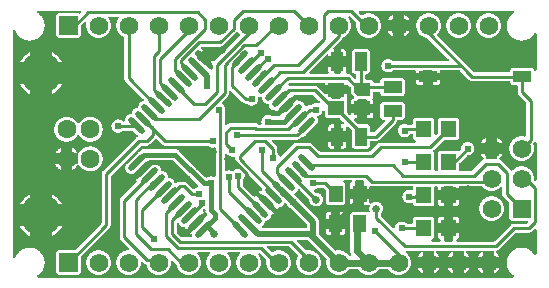
<source format=gtl>
G04 Layer: TopLayer*
G04 EasyEDA v6.4.7, 2020-11-07T10:37:38+03:00*
G04 1389fe0e608b4a92a316d8f3135ec2f9,c683d62568ac4463b913f09dc326db1e,10*
G04 Gerber Generator version 0.2*
G04 Scale: 100 percent, Rotated: No, Reflected: No *
G04 Dimensions in millimeters *
G04 leading zeros omitted , absolute positions ,3 integer and 3 decimal *
%FSLAX33Y33*%
%MOMM*%
G90*
D02*

%ADD10C,0.254000*%
%ADD11C,0.399999*%
%ADD12C,0.499999*%
%ADD13C,0.299999*%
%ADD14C,0.599999*%
%ADD15C,0.609600*%
%ADD16C,0.700024*%
%ADD17C,0.649986*%
%ADD20R,0.999998X1.550010*%
%ADD21R,1.160018X1.450010*%
%ADD22R,1.550010X0.999998*%
%ADD23R,1.399997X1.150010*%
%ADD24C,1.574800*%
%ADD25R,1.574800X1.574800*%
%ADD26C,3.499993*%
%ADD27C,1.599997*%

%LPD*%
G36*
G01X19249Y21062D02*
G01X19234Y21063D01*
G01X19219Y21062D01*
G01X19203Y21058D01*
G01X19188Y21052D01*
G01X19175Y21043D01*
G01X19163Y21033D01*
G01X18051Y19921D01*
G01X18028Y19901D01*
G01X18005Y19882D01*
G01X17980Y19865D01*
G01X17954Y19851D01*
G01X17926Y19838D01*
G01X17898Y19828D01*
G01X17869Y19820D01*
G01X17839Y19814D01*
G01X17809Y19810D01*
G01X17780Y19809D01*
G01X16266Y19809D01*
G01X16252Y19808D01*
G01X16238Y19805D01*
G01X16224Y19800D01*
G01X16211Y19793D01*
G01X16200Y19784D01*
G01X16189Y19774D01*
G01X16181Y19762D01*
G01X16174Y19750D01*
G01X16169Y19736D01*
G01X16166Y19722D01*
G01X16165Y19707D01*
G01X16166Y19692D01*
G01X16169Y19677D01*
G01X16175Y19663D01*
G01X16183Y19649D01*
G01X16192Y19638D01*
G01X16204Y19628D01*
G01X16249Y19587D01*
G01X16345Y19491D01*
G01X16121Y19266D01*
G01X15941Y19446D01*
G01X15928Y19456D01*
G01X15915Y19464D01*
G01X15900Y19470D01*
G01X15885Y19474D01*
G01X15869Y19475D01*
G01X15853Y19474D01*
G01X15837Y19470D01*
G01X15823Y19464D01*
G01X15809Y19456D01*
G01X15797Y19446D01*
G01X15674Y19323D01*
G01X15664Y19311D01*
G01X15656Y19297D01*
G01X15649Y19282D01*
G01X15645Y19267D01*
G01X15644Y19251D01*
G01X15645Y19235D01*
G01X15649Y19219D01*
G01X15656Y19204D01*
G01X15664Y19191D01*
G01X15674Y19179D01*
G01X15855Y18999D01*
G01X15852Y18996D01*
G01X15841Y18984D01*
G01X15833Y18971D01*
G01X15827Y18956D01*
G01X15824Y18940D01*
G01X15822Y18925D01*
G01X15824Y18909D01*
G01X15827Y18893D01*
G01X15833Y18878D01*
G01X15841Y18865D01*
G01X15852Y18853D01*
G01X16123Y18581D01*
G01X16127Y18578D01*
G01X16144Y18562D01*
G01X16434Y18271D01*
G01X16447Y18261D01*
G01X16460Y18252D01*
G01X16475Y18246D01*
G01X16490Y18243D01*
G01X16506Y18241D01*
G01X16522Y18243D01*
G01X16538Y18246D01*
G01X16553Y18252D01*
G01X16566Y18261D01*
G01X16578Y18271D01*
G01X16581Y18274D01*
G01X16969Y17888D01*
G01X16981Y17878D01*
G01X16994Y17869D01*
G01X17009Y17863D01*
G01X17025Y17860D01*
G01X17040Y17858D01*
G01X17055Y17859D01*
G01X17069Y17862D01*
G01X17083Y17867D01*
G01X17095Y17874D01*
G01X17107Y17883D01*
G01X17117Y17893D01*
G01X17126Y17905D01*
G01X17133Y17918D01*
G01X17138Y17931D01*
G01X17141Y17946D01*
G01X17142Y17960D01*
G01X17142Y18205D01*
G01X17141Y18221D01*
G01X17137Y18237D01*
G01X17131Y18251D01*
G01X17123Y18265D01*
G01X17112Y18277D01*
G01X16847Y18541D01*
G01X17072Y18767D01*
G01X17168Y18671D01*
G01X17190Y18647D01*
G01X17202Y18635D01*
G01X17217Y18626D01*
G01X17232Y18619D01*
G01X17249Y18614D01*
G01X17266Y18613D01*
G01X17282Y18614D01*
G01X17298Y18618D01*
G01X17313Y18624D01*
G01X17326Y18632D01*
G01X17338Y18643D01*
G01X19429Y20734D01*
G01X19440Y20746D01*
G01X19448Y20759D01*
G01X19454Y20774D01*
G01X19458Y20789D01*
G01X19459Y20806D01*
G01X19458Y20821D01*
G01X19454Y20836D01*
G01X19449Y20850D01*
G01X19441Y20863D01*
G01X19432Y20875D01*
G01X19391Y20920D01*
G01X19354Y20968D01*
G01X19319Y21017D01*
G01X19311Y21029D01*
G01X19300Y21039D01*
G01X19289Y21047D01*
G01X19277Y21054D01*
G01X19263Y21059D01*
G01X19249Y21062D01*
G37*

%LPD*%
G36*
G01X18661Y16074D02*
G01X18646Y16075D01*
G01X18631Y16074D01*
G01X18617Y16071D01*
G01X18603Y16066D01*
G01X18591Y16059D01*
G01X18579Y16050D01*
G01X18569Y16040D01*
G01X18560Y16028D01*
G01X18553Y16016D01*
G01X18548Y16002D01*
G01X18545Y15988D01*
G01X18544Y15973D01*
G01X18544Y15875D01*
G01X18543Y15845D01*
G01X18539Y15815D01*
G01X18533Y15785D01*
G01X18525Y15756D01*
G01X18515Y15728D01*
G01X18502Y15700D01*
G01X18488Y15674D01*
G01X18471Y15649D01*
G01X18452Y15626D01*
G01X18432Y15603D01*
G01X17937Y15108D01*
G01X17926Y15096D01*
G01X17918Y15083D01*
G01X17912Y15068D01*
G01X17909Y15053D01*
G01X17907Y15037D01*
G01X17908Y15022D01*
G01X17911Y15008D01*
G01X17916Y14994D01*
G01X17923Y14981D01*
G01X17932Y14970D01*
G01X17943Y14960D01*
G01X17954Y14951D01*
G01X17983Y14931D01*
G01X18011Y14909D01*
G01X18038Y14886D01*
G01X18062Y14861D01*
G01X18085Y14835D01*
G01X18107Y14807D01*
G01X18127Y14778D01*
G01X18145Y14747D01*
G01X18161Y14716D01*
G01X18175Y14684D01*
G01X18186Y14651D01*
G01X18196Y14617D01*
G01X18204Y14583D01*
G01X18209Y14548D01*
G01X18213Y14513D01*
G01X18214Y14478D01*
G01X18213Y14440D01*
G01X18209Y14404D01*
G01X18203Y14368D01*
G01X18195Y14332D01*
G01X18184Y14297D01*
G01X18171Y14262D01*
G01X18165Y14243D01*
G01X18163Y14223D01*
G01X18163Y13236D01*
G01X18164Y13221D01*
G01X18167Y13207D01*
G01X18172Y13193D01*
G01X18179Y13181D01*
G01X18188Y13169D01*
G01X18198Y13159D01*
G01X18210Y13150D01*
G01X18222Y13143D01*
G01X18236Y13138D01*
G01X18250Y13135D01*
G01X18265Y13134D01*
G01X18280Y13135D01*
G01X18296Y13139D01*
G01X18311Y13145D01*
G01X18325Y13154D01*
G01X18336Y13164D01*
G01X18397Y13225D01*
G01X18420Y13245D01*
G01X18443Y13264D01*
G01X18468Y13281D01*
G01X18494Y13295D01*
G01X18522Y13308D01*
G01X18550Y13318D01*
G01X18579Y13326D01*
G01X18609Y13332D01*
G01X18639Y13336D01*
G01X18669Y13337D01*
G01X20701Y13337D01*
G01X20729Y13336D01*
G01X20757Y13333D01*
G01X20785Y13327D01*
G01X20812Y13320D01*
G01X20839Y13311D01*
G01X20865Y13300D01*
G01X20890Y13287D01*
G01X20914Y13272D01*
G01X20938Y13255D01*
G01X20959Y13236D01*
G01X20971Y13227D01*
G01X20984Y13220D01*
G01X20998Y13215D01*
G01X21013Y13211D01*
G01X21028Y13210D01*
G01X21198Y13210D01*
G01X21212Y13211D01*
G01X21226Y13214D01*
G01X21240Y13219D01*
G01X21253Y13226D01*
G01X21264Y13235D01*
G01X21275Y13245D01*
G01X21283Y13257D01*
G01X21290Y13269D01*
G01X21295Y13283D01*
G01X21298Y13297D01*
G01X21299Y13312D01*
G01X21297Y13335D01*
G01X21289Y13377D01*
G01X21284Y13419D01*
G01X21282Y13462D01*
G01X21283Y13496D01*
G01X21286Y13529D01*
G01X21291Y13563D01*
G01X21298Y13596D01*
G01X21308Y13629D01*
G01X21319Y13661D01*
G01X21331Y13692D01*
G01X21347Y13723D01*
G01X21363Y13752D01*
G01X21382Y13781D01*
G01X21402Y13807D01*
G01X21423Y13834D01*
G01X21471Y13882D01*
G01X21498Y13903D01*
G01X21524Y13923D01*
G01X21553Y13942D01*
G01X21582Y13958D01*
G01X21613Y13974D01*
G01X21644Y13986D01*
G01X21676Y13997D01*
G01X21709Y14007D01*
G01X21742Y14014D01*
G01X21776Y14019D01*
G01X21809Y14022D01*
G01X21844Y14023D01*
G01X21879Y14022D01*
G01X21915Y14018D01*
G01X21950Y14013D01*
G01X21984Y14005D01*
G01X22018Y13995D01*
G01X22052Y13983D01*
G01X22084Y13968D01*
G01X22116Y13952D01*
G01X22146Y13934D01*
G01X22159Y13927D01*
G01X22173Y13922D01*
G01X22187Y13919D01*
G01X22201Y13918D01*
G01X22450Y13918D01*
G01X22465Y13919D01*
G01X22480Y13923D01*
G01X22494Y13919D01*
G01X22509Y13918D01*
G01X22755Y13918D01*
G01X22771Y13919D01*
G01X22787Y13923D01*
G01X22802Y13929D01*
G01X22815Y13937D01*
G01X22827Y13948D01*
G01X23191Y14312D01*
G01X23193Y14309D01*
G01X23205Y14299D01*
G01X23219Y14291D01*
G01X23234Y14284D01*
G01X23249Y14281D01*
G01X23265Y14279D01*
G01X23281Y14281D01*
G01X23297Y14284D01*
G01X23312Y14291D01*
G01X23325Y14299D01*
G01X23337Y14309D01*
G01X23920Y14892D01*
G01X23930Y14904D01*
G01X23938Y14917D01*
G01X23945Y14932D01*
G01X23948Y14948D01*
G01X23950Y14964D01*
G01X23948Y14980D01*
G01X23945Y14995D01*
G01X23938Y15010D01*
G01X23930Y15024D01*
G01X23920Y15036D01*
G01X23917Y15038D01*
G01X24346Y15467D01*
G01X24359Y15436D01*
G01X24369Y15403D01*
G01X24377Y15371D01*
G01X24382Y15337D01*
G01X24386Y15304D01*
G01X24388Y15289D01*
G01X24392Y15275D01*
G01X24398Y15262D01*
G01X24406Y15250D01*
G01X24416Y15238D01*
G01X24427Y15229D01*
G01X24439Y15221D01*
G01X24452Y15215D01*
G01X24466Y15211D01*
G01X24481Y15209D01*
G01X24513Y15206D01*
G01X24545Y15201D01*
G01X24576Y15194D01*
G01X24607Y15185D01*
G01X24636Y15173D01*
G01X24666Y15161D01*
G01X24694Y15146D01*
G01X24722Y15129D01*
G01X24749Y15111D01*
G01X24774Y15091D01*
G01X24798Y15070D01*
G01X24820Y15047D01*
G01X24841Y15023D01*
G01X24861Y14997D01*
G01X24878Y14970D01*
G01X24895Y14942D01*
G01X24909Y14913D01*
G01X24921Y14884D01*
G01X24932Y14853D01*
G01X24940Y14822D01*
G01X24945Y14808D01*
G01X24951Y14795D01*
G01X24960Y14782D01*
G01X24970Y14772D01*
G01X24982Y14762D01*
G01X24995Y14755D01*
G01X25009Y14749D01*
G01X25024Y14746D01*
G01X25039Y14745D01*
G01X25053Y14746D01*
G01X25067Y14749D01*
G01X25080Y14754D01*
G01X25093Y14761D01*
G01X25105Y14769D01*
G01X25128Y14788D01*
G01X25154Y14805D01*
G01X25180Y14819D01*
G01X25207Y14832D01*
G01X25235Y14842D01*
G01X25264Y14850D01*
G01X25294Y14856D01*
G01X25324Y14860D01*
G01X25354Y14861D01*
G01X25456Y14861D01*
G01X25471Y14862D01*
G01X25486Y14866D01*
G01X25500Y14871D01*
G01X25513Y14879D01*
G01X25525Y14888D01*
G01X25551Y14911D01*
G01X25579Y14933D01*
G01X25608Y14952D01*
G01X25638Y14970D01*
G01X25670Y14986D01*
G01X25702Y15000D01*
G01X25735Y15012D01*
G01X25769Y15022D01*
G01X25803Y15029D01*
G01X25837Y15034D01*
G01X25872Y15038D01*
G01X25908Y15039D01*
G01X25944Y15038D01*
G01X25979Y15034D01*
G01X26015Y15029D01*
G01X26050Y15021D01*
G01X26084Y15010D01*
G01X26100Y15006D01*
G01X26116Y15005D01*
G01X26131Y15006D01*
G01X26145Y15009D01*
G01X26158Y15014D01*
G01X26171Y15021D01*
G01X26183Y15030D01*
G01X26193Y15040D01*
G01X26202Y15052D01*
G01X26209Y15065D01*
G01X26214Y15078D01*
G01X26217Y15092D01*
G01X26218Y15107D01*
G01X26216Y15123D01*
G01X26213Y15138D01*
G01X26207Y15153D01*
G01X26199Y15166D01*
G01X26188Y15179D01*
G01X25651Y15715D01*
G01X25639Y15726D01*
G01X25626Y15734D01*
G01X25611Y15740D01*
G01X25596Y15744D01*
G01X25579Y15745D01*
G01X24133Y15745D01*
G01X24117Y15744D01*
G01X24102Y15740D01*
G01X24087Y15734D01*
G01X24074Y15726D01*
G01X24061Y15715D01*
G01X23651Y15305D01*
G01X23648Y15307D01*
G01X23636Y15317D01*
G01X23623Y15325D01*
G01X23608Y15331D01*
G01X23593Y15336D01*
G01X23577Y15337D01*
G01X23561Y15336D01*
G01X23545Y15331D01*
G01X23531Y15325D01*
G01X23517Y15317D01*
G01X23505Y15307D01*
G01X22922Y14724D01*
G01X22912Y14712D01*
G01X22904Y14698D01*
G01X22898Y14684D01*
G01X22894Y14669D01*
G01X22893Y14652D01*
G01X22894Y14637D01*
G01X22898Y14621D01*
G01X22904Y14607D01*
G01X22912Y14593D01*
G01X22922Y14581D01*
G01X22925Y14578D01*
G01X22495Y14149D01*
G01X22483Y14181D01*
G01X22473Y14214D01*
G01X22465Y14247D01*
G01X22459Y14281D01*
G01X22456Y14315D01*
G01X22454Y14330D01*
G01X22450Y14344D01*
G01X22443Y14358D01*
G01X22436Y14370D01*
G01X22426Y14381D01*
G01X22416Y14390D01*
G01X22403Y14398D01*
G01X22390Y14404D01*
G01X22376Y14408D01*
G01X22362Y14410D01*
G01X22329Y14414D01*
G01X22296Y14420D01*
G01X22264Y14427D01*
G01X22233Y14437D01*
G01X22202Y14449D01*
G01X22172Y14462D01*
G01X22143Y14478D01*
G01X22115Y14495D01*
G01X22088Y14515D01*
G01X22063Y14535D01*
G01X22039Y14558D01*
G01X22016Y14582D01*
G01X21995Y14608D01*
G01X21976Y14634D01*
G01X21959Y14662D01*
G01X21943Y14691D01*
G01X21929Y14721D01*
G01X21918Y14752D01*
G01X21908Y14784D01*
G01X21901Y14816D01*
G01X21895Y14848D01*
G01X21892Y14881D01*
G01X21890Y14896D01*
G01X21886Y14909D01*
G01X21880Y14923D01*
G01X21872Y14935D01*
G01X21862Y14946D01*
G01X21851Y14956D01*
G01X21839Y14963D01*
G01X21826Y14969D01*
G01X21811Y14973D01*
G01X21797Y14975D01*
G01X21764Y14979D01*
G01X21732Y14984D01*
G01X21699Y14992D01*
G01X21668Y15001D01*
G01X21637Y15013D01*
G01X21607Y15027D01*
G01X21577Y15042D01*
G01X21549Y15060D01*
G01X21522Y15079D01*
G01X21497Y15100D01*
G01X21473Y15123D01*
G01X21450Y15147D01*
G01X21429Y15172D01*
G01X21410Y15199D01*
G01X21392Y15227D01*
G01X21377Y15257D01*
G01X21363Y15287D01*
G01X21351Y15318D01*
G01X21342Y15349D01*
G01X21334Y15382D01*
G01X21329Y15414D01*
G01X21325Y15447D01*
G01X21323Y15461D01*
G01X21319Y15476D01*
G01X21313Y15489D01*
G01X21306Y15501D01*
G01X21296Y15512D01*
G01X21285Y15522D01*
G01X21273Y15530D01*
G01X21259Y15536D01*
G01X21246Y15540D01*
G01X21231Y15542D01*
G01X21197Y15545D01*
G01X21163Y15551D01*
G01X21130Y15559D01*
G01X21103Y15563D01*
G01X21088Y15562D01*
G01X21074Y15559D01*
G01X21060Y15554D01*
G01X21047Y15547D01*
G01X21036Y15538D01*
G01X21026Y15528D01*
G01X21017Y15516D01*
G01X21010Y15504D01*
G01X21005Y15490D01*
G01X21002Y15476D01*
G01X21001Y15461D01*
G01X21002Y15447D01*
G01X21006Y15407D01*
G01X21008Y15367D01*
G01X21007Y15332D01*
G01X21004Y15299D01*
G01X20999Y15265D01*
G01X20992Y15232D01*
G01X20982Y15199D01*
G01X20971Y15167D01*
G01X20959Y15136D01*
G01X20943Y15105D01*
G01X20927Y15076D01*
G01X20908Y15047D01*
G01X20888Y15021D01*
G01X20867Y14994D01*
G01X20819Y14946D01*
G01X20792Y14925D01*
G01X20766Y14905D01*
G01X20737Y14886D01*
G01X20708Y14870D01*
G01X20677Y14854D01*
G01X20646Y14842D01*
G01X20614Y14831D01*
G01X20581Y14821D01*
G01X20548Y14814D01*
G01X20514Y14809D01*
G01X20481Y14806D01*
G01X20447Y14805D01*
G01X20411Y14806D01*
G01X20376Y14810D01*
G01X20342Y14815D01*
G01X20308Y14822D01*
G01X20274Y14832D01*
G01X20241Y14844D01*
G01X20209Y14858D01*
G01X20177Y14874D01*
G01X20147Y14892D01*
G01X20118Y14911D01*
G01X20090Y14933D01*
G01X20064Y14956D01*
G01X20052Y14965D01*
G01X20039Y14973D01*
G01X20025Y14978D01*
G01X20010Y14982D01*
G01X19995Y14983D01*
G01X19939Y14983D01*
G01X19909Y14984D01*
G01X19879Y14988D01*
G01X19849Y14994D01*
G01X19820Y15002D01*
G01X19792Y15012D01*
G01X19764Y15025D01*
G01X19738Y15039D01*
G01X19713Y15056D01*
G01X19690Y15075D01*
G01X19667Y15095D01*
G01X18717Y16045D01*
G01X18706Y16055D01*
G01X18692Y16064D01*
G01X18677Y16070D01*
G01X18661Y16074D01*
G37*

%LPD*%
G36*
G01X18280Y10752D02*
G01X18265Y10753D01*
G01X18250Y10752D01*
G01X18236Y10749D01*
G01X18222Y10744D01*
G01X18210Y10737D01*
G01X18198Y10728D01*
G01X18188Y10718D01*
G01X18179Y10706D01*
G01X18172Y10693D01*
G01X18167Y10680D01*
G01X18164Y10666D01*
G01X18163Y10651D01*
G01X18163Y9365D01*
G01X18164Y9350D01*
G01X18167Y9336D01*
G01X18172Y9323D01*
G01X18179Y9310D01*
G01X18188Y9298D01*
G01X18198Y9288D01*
G01X18210Y9279D01*
G01X18222Y9273D01*
G01X18236Y9267D01*
G01X18250Y9264D01*
G01X18265Y9263D01*
G01X18279Y9264D01*
G01X18294Y9267D01*
G01X18307Y9273D01*
G01X18339Y9286D01*
G01X18371Y9297D01*
G01X18405Y9307D01*
G01X18438Y9314D01*
G01X18472Y9320D01*
G01X18507Y9323D01*
G01X18542Y9324D01*
G01X18578Y9323D01*
G01X18615Y9319D01*
G01X18651Y9313D01*
G01X18686Y9305D01*
G01X18721Y9294D01*
G01X18756Y9281D01*
G01X18789Y9266D01*
G01X18804Y9260D01*
G01X18818Y9257D01*
G01X18834Y9256D01*
G01X18850Y9257D01*
G01X18866Y9261D01*
G01X18880Y9267D01*
G01X18894Y9276D01*
G01X18906Y9286D01*
G01X18931Y9309D01*
G01X18957Y9331D01*
G01X18984Y9351D01*
G01X19012Y9370D01*
G01X19042Y9386D01*
G01X19073Y9401D01*
G01X19104Y9414D01*
G01X19136Y9425D01*
G01X19169Y9435D01*
G01X19202Y9442D01*
G01X19236Y9447D01*
G01X19269Y9450D01*
G01X19304Y9451D01*
G01X19340Y9450D01*
G01X19375Y9446D01*
G01X19411Y9441D01*
G01X19446Y9433D01*
G01X19480Y9422D01*
G01X19496Y9418D01*
G01X19512Y9417D01*
G01X19527Y9418D01*
G01X19541Y9421D01*
G01X19554Y9426D01*
G01X19567Y9433D01*
G01X19579Y9442D01*
G01X19589Y9452D01*
G01X19598Y9464D01*
G01X19605Y9477D01*
G01X19610Y9490D01*
G01X19613Y9504D01*
G01X19614Y9519D01*
G01X19612Y9535D01*
G01X19609Y9550D01*
G01X19603Y9565D01*
G01X19595Y9578D01*
G01X19584Y9591D01*
G01X19159Y10015D01*
G01X19139Y10038D01*
G01X19120Y10061D01*
G01X19103Y10086D01*
G01X19089Y10112D01*
G01X19076Y10140D01*
G01X19066Y10168D01*
G01X19058Y10197D01*
G01X19052Y10227D01*
G01X19048Y10257D01*
G01X19047Y10287D01*
G01X19047Y10403D01*
G01X19046Y10417D01*
G01X19043Y10431D01*
G01X19038Y10445D01*
G01X19031Y10458D01*
G01X19022Y10469D01*
G01X19012Y10480D01*
G01X19000Y10488D01*
G01X18988Y10495D01*
G01X18974Y10500D01*
G01X18960Y10503D01*
G01X18945Y10504D01*
G01X18923Y10502D01*
G01X18880Y10494D01*
G01X18838Y10489D01*
G01X18796Y10487D01*
G01X18761Y10488D01*
G01X18726Y10491D01*
G01X18692Y10497D01*
G01X18658Y10504D01*
G01X18624Y10514D01*
G01X18592Y10525D01*
G01X18560Y10539D01*
G01X18529Y10555D01*
G01X18499Y10572D01*
G01X18470Y10591D01*
G01X18442Y10612D01*
G01X18416Y10635D01*
G01X18391Y10659D01*
G01X18368Y10685D01*
G01X18346Y10712D01*
G01X18336Y10724D01*
G01X18324Y10734D01*
G01X18310Y10742D01*
G01X18296Y10748D01*
G01X18280Y10752D01*
G37*

%LPD*%
G36*
G01X42579Y22857D02*
G01X29619Y22857D01*
G01X29604Y22856D01*
G01X29590Y22853D01*
G01X29576Y22848D01*
G01X29564Y22841D01*
G01X29552Y22832D01*
G01X29542Y22822D01*
G01X29533Y22810D01*
G01X29526Y22798D01*
G01X29521Y22784D01*
G01X29518Y22770D01*
G01X29517Y22755D01*
G01X29518Y22740D01*
G01X29522Y22724D01*
G01X29528Y22709D01*
G01X29537Y22695D01*
G01X29547Y22684D01*
G01X29716Y22515D01*
G01X29728Y22504D01*
G01X29742Y22496D01*
G01X29757Y22490D01*
G01X29772Y22486D01*
G01X29788Y22485D01*
G01X29805Y22486D01*
G01X29822Y22491D01*
G01X29838Y22498D01*
G01X29881Y22521D01*
G01X29925Y22542D01*
G01X29970Y22561D01*
G01X30016Y22578D01*
G01X30063Y22592D01*
G01X30110Y22605D01*
G01X30158Y22615D01*
G01X30206Y22623D01*
G01X30255Y22629D01*
G01X30304Y22632D01*
G01X30353Y22633D01*
G01X30399Y22632D01*
G01X30446Y22629D01*
G01X30493Y22624D01*
G01X30539Y22617D01*
G01X30585Y22607D01*
G01X30630Y22596D01*
G01X30675Y22582D01*
G01X30719Y22567D01*
G01X30763Y22550D01*
G01X30806Y22530D01*
G01X30847Y22509D01*
G01X30888Y22486D01*
G01X30928Y22461D01*
G01X30966Y22434D01*
G01X31003Y22406D01*
G01X31039Y22376D01*
G01X31074Y22344D01*
G01X31107Y22311D01*
G01X31139Y22276D01*
G01X31169Y22240D01*
G01X31197Y22203D01*
G01X31224Y22165D01*
G01X31249Y22125D01*
G01X31272Y22084D01*
G01X31293Y22043D01*
G01X31313Y22000D01*
G01X31330Y21956D01*
G01X31345Y21912D01*
G01X31359Y21867D01*
G01X31370Y21822D01*
G01X31380Y21776D01*
G01X31387Y21730D01*
G01X31392Y21683D01*
G01X31395Y21636D01*
G01X31396Y21590D01*
G01X31395Y21543D01*
G01X31392Y21496D01*
G01X31387Y21449D01*
G01X31380Y21403D01*
G01X31370Y21357D01*
G01X31359Y21312D01*
G01X31345Y21267D01*
G01X31330Y21223D01*
G01X31313Y21179D01*
G01X31293Y21136D01*
G01X31272Y21095D01*
G01X31249Y21054D01*
G01X31224Y21014D01*
G01X31197Y20976D01*
G01X31169Y20939D01*
G01X31139Y20903D01*
G01X31107Y20868D01*
G01X31074Y20835D01*
G01X31039Y20803D01*
G01X31003Y20773D01*
G01X30966Y20745D01*
G01X30928Y20718D01*
G01X30888Y20693D01*
G01X30847Y20670D01*
G01X30806Y20649D01*
G01X30763Y20629D01*
G01X30719Y20612D01*
G01X30675Y20597D01*
G01X30630Y20583D01*
G01X30585Y20572D01*
G01X30539Y20562D01*
G01X30493Y20555D01*
G01X30446Y20550D01*
G01X30399Y20547D01*
G01X30353Y20546D01*
G01X30306Y20547D01*
G01X30259Y20550D01*
G01X30212Y20555D01*
G01X30166Y20562D01*
G01X30120Y20572D01*
G01X30075Y20583D01*
G01X30030Y20597D01*
G01X29986Y20612D01*
G01X29942Y20629D01*
G01X29899Y20649D01*
G01X29858Y20670D01*
G01X29817Y20693D01*
G01X29777Y20718D01*
G01X29739Y20745D01*
G01X29702Y20773D01*
G01X29666Y20803D01*
G01X29631Y20835D01*
G01X29598Y20868D01*
G01X29566Y20903D01*
G01X29536Y20939D01*
G01X29508Y20976D01*
G01X29481Y21014D01*
G01X29456Y21054D01*
G01X29433Y21095D01*
G01X29412Y21136D01*
G01X29392Y21179D01*
G01X29375Y21223D01*
G01X29360Y21267D01*
G01X29346Y21312D01*
G01X29335Y21357D01*
G01X29325Y21403D01*
G01X29318Y21449D01*
G01X29313Y21496D01*
G01X29310Y21543D01*
G01X29309Y21590D01*
G01X29310Y21647D01*
G01X29315Y21705D01*
G01X29323Y21762D01*
G01X29324Y21779D01*
G01X29323Y21795D01*
G01X29319Y21810D01*
G01X29313Y21825D01*
G01X29305Y21839D01*
G01X29295Y21851D01*
G01X28812Y22334D01*
G01X28800Y22344D01*
G01X28786Y22353D01*
G01X28771Y22359D01*
G01X28756Y22363D01*
G01X28740Y22364D01*
G01X28725Y22363D01*
G01X28711Y22360D01*
G01X28697Y22355D01*
G01X28673Y22339D01*
G01X28663Y22329D01*
G01X28654Y22317D01*
G01X28647Y22304D01*
G01X28642Y22291D01*
G01X28639Y22277D01*
G01X28638Y22262D01*
G01X28640Y22246D01*
G01X28643Y22231D01*
G01X28649Y22216D01*
G01X28657Y22203D01*
G01X28684Y22164D01*
G01X28709Y22124D01*
G01X28732Y22084D01*
G01X28753Y22042D01*
G01X28773Y21999D01*
G01X28790Y21956D01*
G01X28806Y21912D01*
G01X28819Y21867D01*
G01X28831Y21822D01*
G01X28840Y21776D01*
G01X28847Y21730D01*
G01X28852Y21683D01*
G01X28855Y21636D01*
G01X28856Y21590D01*
G01X28855Y21543D01*
G01X28852Y21497D01*
G01X28847Y21450D01*
G01X28840Y21404D01*
G01X28831Y21358D01*
G01X28819Y21313D01*
G01X28806Y21269D01*
G01X28791Y21225D01*
G01X28774Y21182D01*
G01X28754Y21139D01*
G01X28733Y21098D01*
G01X28711Y21057D01*
G01X28686Y21017D01*
G01X28659Y20979D01*
G01X28631Y20942D01*
G01X28601Y20906D01*
G01X28570Y20872D01*
G01X28537Y20839D01*
G01X28503Y20807D01*
G01X28468Y20777D01*
G01X28431Y20748D01*
G01X28393Y20722D01*
G01X28354Y20696D01*
G01X28272Y20652D01*
G01X28230Y20632D01*
G01X28215Y20625D01*
G01X28202Y20614D01*
G01X28190Y20602D01*
G01X28181Y20588D01*
G01X28174Y20573D01*
G01X28164Y20547D01*
G01X28151Y20521D01*
G01X28137Y20496D01*
G01X28121Y20472D01*
G01X28103Y20450D01*
G01X28084Y20429D01*
G01X27401Y19746D01*
G01X27390Y19734D01*
G01X27382Y19721D01*
G01X27376Y19706D01*
G01X27372Y19690D01*
G01X27371Y19674D01*
G01X27372Y19659D01*
G01X27376Y19644D01*
G01X27381Y19630D01*
G01X27389Y19617D01*
G01X27389Y18992D01*
G01X26945Y18992D01*
G01X26945Y19045D01*
G01X26944Y19060D01*
G01X26941Y19074D01*
G01X26936Y19088D01*
G01X26929Y19101D01*
G01X26920Y19112D01*
G01X26910Y19123D01*
G01X26899Y19131D01*
G01X26886Y19138D01*
G01X26872Y19143D01*
G01X26858Y19146D01*
G01X26844Y19147D01*
G01X26828Y19146D01*
G01X26812Y19142D01*
G01X26798Y19136D01*
G01X26784Y19128D01*
G01X26772Y19118D01*
G01X25356Y17701D01*
G01X25346Y17690D01*
G01X25337Y17676D01*
G01X25331Y17661D01*
G01X25327Y17645D01*
G01X25326Y17630D01*
G01X25327Y17615D01*
G01X25330Y17601D01*
G01X25335Y17587D01*
G01X25342Y17575D01*
G01X25351Y17563D01*
G01X25361Y17553D01*
G01X25373Y17544D01*
G01X25385Y17537D01*
G01X25399Y17532D01*
G01X25413Y17529D01*
G01X25428Y17528D01*
G01X26871Y17528D01*
G01X26885Y17529D01*
G01X26900Y17532D01*
G01X26913Y17537D01*
G01X26926Y17544D01*
G01X26938Y17553D01*
G01X26948Y17563D01*
G01X26957Y17575D01*
G01X26964Y17587D01*
G01X26969Y17601D01*
G01X26972Y17615D01*
G01X26973Y17630D01*
G01X26971Y17649D01*
G01X26965Y17669D01*
G01X26957Y17692D01*
G01X26950Y17717D01*
G01X26946Y17741D01*
G01X26945Y17767D01*
G01X26945Y18090D01*
G01X27389Y18090D01*
G01X27389Y17630D01*
G01X27390Y17615D01*
G01X27393Y17601D01*
G01X27398Y17587D01*
G01X27405Y17575D01*
G01X27413Y17563D01*
G01X27424Y17553D01*
G01X27435Y17544D01*
G01X27448Y17537D01*
G01X27461Y17532D01*
G01X27476Y17529D01*
G01X27490Y17528D01*
G01X27915Y17528D01*
G01X27929Y17529D01*
G01X27943Y17532D01*
G01X27957Y17537D01*
G01X27969Y17544D01*
G01X27981Y17553D01*
G01X27991Y17563D01*
G01X28000Y17575D01*
G01X28007Y17587D01*
G01X28012Y17601D01*
G01X28015Y17615D01*
G01X28016Y17630D01*
G01X28016Y18090D01*
G01X28459Y18090D01*
G01X28459Y17767D01*
G01X28458Y17741D01*
G01X28454Y17717D01*
G01X28448Y17692D01*
G01X28439Y17669D01*
G01X28434Y17649D01*
G01X28432Y17630D01*
G01X28433Y17615D01*
G01X28436Y17601D01*
G01X28441Y17587D01*
G01X28448Y17575D01*
G01X28457Y17563D01*
G01X28467Y17553D01*
G01X28478Y17544D01*
G01X28491Y17537D01*
G01X28505Y17532D01*
G01X28519Y17529D01*
G01X28533Y17528D01*
G01X28575Y17528D01*
G01X28604Y17527D01*
G01X28634Y17523D01*
G01X28664Y17517D01*
G01X28693Y17509D01*
G01X28721Y17499D01*
G01X28749Y17486D01*
G01X28775Y17472D01*
G01X28800Y17455D01*
G01X28823Y17436D01*
G01X28846Y17416D01*
G01X29145Y17116D01*
G01X29157Y17106D01*
G01X29171Y17097D01*
G01X29186Y17091D01*
G01X29201Y17088D01*
G01X29217Y17087D01*
G01X29231Y17088D01*
G01X29246Y17091D01*
G01X29259Y17096D01*
G01X29272Y17102D01*
G01X29284Y17111D01*
G01X29294Y17122D01*
G01X29302Y17133D01*
G01X29310Y17146D01*
G01X29315Y17159D01*
G01X29318Y17173D01*
G01X29319Y17188D01*
G01X29319Y17409D01*
G01X29318Y17423D01*
G01X29315Y17437D01*
G01X29310Y17451D01*
G01X29302Y17464D01*
G01X29294Y17475D01*
G01X29284Y17485D01*
G01X29272Y17494D01*
G01X29259Y17501D01*
G01X29246Y17506D01*
G01X29231Y17509D01*
G01X29217Y17510D01*
G01X29200Y17510D01*
G01X29176Y17511D01*
G01X29153Y17515D01*
G01X29130Y17520D01*
G01X29108Y17528D01*
G01X29086Y17537D01*
G01X29065Y17549D01*
G01X29046Y17562D01*
G01X29028Y17577D01*
G01X29011Y17594D01*
G01X28996Y17612D01*
G01X28982Y17632D01*
G01X28971Y17653D01*
G01X28961Y17674D01*
G01X28953Y17697D01*
G01X28948Y17720D01*
G01X28945Y17743D01*
G01X28944Y17767D01*
G01X28944Y19316D01*
G01X28945Y19340D01*
G01X28948Y19363D01*
G01X28953Y19386D01*
G01X28961Y19409D01*
G01X28971Y19431D01*
G01X28982Y19451D01*
G01X28996Y19471D01*
G01X29011Y19489D01*
G01X29028Y19506D01*
G01X29046Y19521D01*
G01X29065Y19534D01*
G01X29086Y19546D01*
G01X29108Y19555D01*
G01X29130Y19563D01*
G01X29153Y19568D01*
G01X29176Y19572D01*
G01X29200Y19573D01*
G01X30201Y19573D01*
G01X30225Y19572D01*
G01X30248Y19568D01*
G01X30271Y19563D01*
G01X30294Y19555D01*
G01X30315Y19546D01*
G01X30336Y19534D01*
G01X30356Y19521D01*
G01X30374Y19506D01*
G01X30391Y19489D01*
G01X30406Y19471D01*
G01X30419Y19451D01*
G01X30431Y19431D01*
G01X30440Y19409D01*
G01X30448Y19386D01*
G01X30453Y19363D01*
G01X30457Y19340D01*
G01X30458Y19316D01*
G01X30458Y17767D01*
G01X30457Y17743D01*
G01X30453Y17720D01*
G01X30448Y17697D01*
G01X30440Y17674D01*
G01X30431Y17653D01*
G01X30419Y17632D01*
G01X30406Y17612D01*
G01X30391Y17594D01*
G01X30374Y17577D01*
G01X30356Y17562D01*
G01X30336Y17549D01*
G01X30315Y17537D01*
G01X30294Y17528D01*
G01X30271Y17520D01*
G01X30248Y17515D01*
G01X30225Y17511D01*
G01X30201Y17510D01*
G01X30187Y17510D01*
G01X30173Y17509D01*
G01X30159Y17506D01*
G01X30145Y17501D01*
G01X30133Y17494D01*
G01X30121Y17485D01*
G01X30111Y17475D01*
G01X30102Y17464D01*
G01X30095Y17451D01*
G01X30090Y17437D01*
G01X30087Y17423D01*
G01X30086Y17409D01*
G01X30086Y17099D01*
G01X30087Y17085D01*
G01X30090Y17070D01*
G01X30095Y17057D01*
G01X30102Y17044D01*
G01X30111Y17032D01*
G01X30121Y17022D01*
G01X30133Y17013D01*
G01X30145Y17006D01*
G01X30159Y17001D01*
G01X30173Y16998D01*
G01X30187Y16997D01*
G01X30502Y16997D01*
G01X30525Y16996D01*
G01X30548Y16993D01*
G01X30570Y16988D01*
G01X30592Y16981D01*
G01X30614Y16972D01*
G01X30633Y16961D01*
G01X30653Y16948D01*
G01X30671Y16934D01*
G01X30687Y16918D01*
G01X30703Y16901D01*
G01X30716Y16882D01*
G01X30728Y16863D01*
G01X30738Y16842D01*
G01X30746Y16821D01*
G01X30752Y16806D01*
G01X30760Y16792D01*
G01X30771Y16780D01*
G01X30783Y16770D01*
G01X30796Y16762D01*
G01X30811Y16756D01*
G01X30827Y16752D01*
G01X30843Y16751D01*
G01X31252Y16751D01*
G01X31266Y16752D01*
G01X31280Y16755D01*
G01X31294Y16760D01*
G01X31307Y16767D01*
G01X31318Y16776D01*
G01X31328Y16786D01*
G01X31337Y16798D01*
G01X31344Y16810D01*
G01X31349Y16824D01*
G01X31352Y16838D01*
G01X31353Y16852D01*
G01X31353Y16868D01*
G01X31354Y16892D01*
G01X31358Y16915D01*
G01X31363Y16938D01*
G01X31371Y16960D01*
G01X31380Y16982D01*
G01X31392Y17003D01*
G01X31405Y17022D01*
G01X31420Y17040D01*
G01X31437Y17057D01*
G01X31455Y17072D01*
G01X31475Y17086D01*
G01X31496Y17097D01*
G01X31517Y17107D01*
G01X31540Y17115D01*
G01X31563Y17120D01*
G01X31586Y17123D01*
G01X31610Y17124D01*
G01X33159Y17124D01*
G01X33183Y17123D01*
G01X33206Y17120D01*
G01X33229Y17115D01*
G01X33252Y17107D01*
G01X33274Y17097D01*
G01X33294Y17086D01*
G01X33314Y17072D01*
G01X33332Y17057D01*
G01X33349Y17040D01*
G01X33364Y17022D01*
G01X33377Y17003D01*
G01X33389Y16982D01*
G01X33398Y16960D01*
G01X33406Y16938D01*
G01X33411Y16915D01*
G01X33415Y16892D01*
G01X33416Y16868D01*
G01X33416Y15867D01*
G01X33415Y15843D01*
G01X33411Y15820D01*
G01X33406Y15797D01*
G01X33398Y15774D01*
G01X33389Y15753D01*
G01X33377Y15732D01*
G01X33364Y15712D01*
G01X33349Y15694D01*
G01X33332Y15677D01*
G01X33314Y15662D01*
G01X33294Y15649D01*
G01X33274Y15637D01*
G01X33252Y15628D01*
G01X33229Y15620D01*
G01X33206Y15615D01*
G01X33183Y15611D01*
G01X33159Y15610D01*
G01X31610Y15610D01*
G01X31586Y15611D01*
G01X31563Y15615D01*
G01X31540Y15620D01*
G01X31517Y15628D01*
G01X31496Y15637D01*
G01X31475Y15649D01*
G01X31455Y15662D01*
G01X31437Y15677D01*
G01X31420Y15694D01*
G01X31405Y15712D01*
G01X31392Y15732D01*
G01X31380Y15753D01*
G01X31371Y15774D01*
G01X31363Y15797D01*
G01X31358Y15820D01*
G01X31354Y15843D01*
G01X31353Y15867D01*
G01X31353Y15882D01*
G01X31352Y15896D01*
G01X31349Y15911D01*
G01X31344Y15924D01*
G01X31337Y15937D01*
G01X31328Y15949D01*
G01X31318Y15959D01*
G01X31307Y15967D01*
G01X31294Y15975D01*
G01X31280Y15980D01*
G01X31266Y15983D01*
G01X31252Y15984D01*
G01X30861Y15984D01*
G01X30846Y15983D01*
G01X30832Y15980D01*
G01X30818Y15975D01*
G01X30794Y15959D01*
G01X30784Y15949D01*
G01X30775Y15937D01*
G01X30768Y15924D01*
G01X30763Y15911D01*
G01X30760Y15896D01*
G01X30759Y15882D01*
G01X30759Y15593D01*
G01X30758Y15568D01*
G01X30754Y15543D01*
G01X30748Y15518D01*
G01X30740Y15495D01*
G01X30729Y15472D01*
G01X30716Y15451D01*
G01X30701Y15431D01*
G01X30691Y15416D01*
G01X30684Y15401D01*
G01X30680Y15384D01*
G01X30679Y15367D01*
G01X30680Y15349D01*
G01X30684Y15332D01*
G01X30691Y15317D01*
G01X30701Y15302D01*
G01X30716Y15282D01*
G01X30729Y15261D01*
G01X30740Y15238D01*
G01X30748Y15215D01*
G01X30754Y15190D01*
G01X30758Y15165D01*
G01X30759Y15140D01*
G01X30759Y14917D01*
G01X30216Y14917D01*
G01X30216Y15234D01*
G01X30215Y15249D01*
G01X30212Y15263D01*
G01X30207Y15277D01*
G01X30200Y15289D01*
G01X30191Y15301D01*
G01X30181Y15311D01*
G01X30169Y15320D01*
G01X30156Y15327D01*
G01X30143Y15332D01*
G01X30129Y15335D01*
G01X30114Y15336D01*
G01X29491Y15336D01*
G01X29476Y15335D01*
G01X29462Y15332D01*
G01X29449Y15327D01*
G01X29436Y15320D01*
G01X29424Y15311D01*
G01X29414Y15301D01*
G01X29405Y15289D01*
G01X29398Y15277D01*
G01X29393Y15263D01*
G01X29390Y15249D01*
G01X29389Y15234D01*
G01X29389Y14917D01*
G01X28846Y14917D01*
G01X28846Y15140D01*
G01X28847Y15164D01*
G01X28850Y15187D01*
G01X28856Y15210D01*
G01X28863Y15231D01*
G01X28872Y15253D01*
G01X28883Y15274D01*
G01X28897Y15293D01*
G01X28911Y15311D01*
G01X28927Y15327D01*
G01X28945Y15343D01*
G01X28964Y15356D01*
G01X28984Y15368D01*
G01X29005Y15378D01*
G01X29027Y15386D01*
G01X29049Y15391D01*
G01X29073Y15395D01*
G01X29087Y15398D01*
G01X29101Y15403D01*
G01X29114Y15410D01*
G01X29126Y15418D01*
G01X29137Y15428D01*
G01X29145Y15440D01*
G01X29153Y15453D01*
G01X29158Y15467D01*
G01X29161Y15481D01*
G01X29162Y15496D01*
G01X29161Y15511D01*
G01X29158Y15527D01*
G01X29152Y15541D01*
G01X29144Y15554D01*
G01X29134Y15566D01*
G01X28917Y15794D01*
G01X28901Y15813D01*
G01X28887Y15832D01*
G01X28875Y15854D01*
G01X28865Y15876D01*
G01X28856Y15899D01*
G01X28851Y15922D01*
G01X28847Y15947D01*
G01X28846Y15971D01*
G01X28846Y16288D01*
G01X28845Y16304D01*
G01X28841Y16320D01*
G01X28835Y16334D01*
G01X28827Y16348D01*
G01X28816Y16360D01*
G01X28689Y16487D01*
G01X28677Y16498D01*
G01X28663Y16506D01*
G01X28649Y16512D01*
G01X28633Y16516D01*
G01X28617Y16517D01*
G01X28016Y16517D01*
G01X28016Y16659D01*
G01X28015Y16674D01*
G01X28012Y16688D01*
G01X28007Y16702D01*
G01X27991Y16726D01*
G01X27981Y16736D01*
G01X27969Y16745D01*
G01X27956Y16752D01*
G01X27943Y16757D01*
G01X27928Y16760D01*
G01X27914Y16761D01*
G01X27289Y16761D01*
G01X27275Y16760D01*
G01X27261Y16757D01*
G01X27247Y16752D01*
G01X27234Y16745D01*
G01X27223Y16736D01*
G01X27213Y16726D01*
G01X27204Y16714D01*
G01X27197Y16702D01*
G01X27192Y16688D01*
G01X27189Y16674D01*
G01X27188Y16659D01*
G01X27188Y16517D01*
G01X26644Y16517D01*
G01X26644Y16659D01*
G01X26643Y16674D01*
G01X26640Y16688D01*
G01X26635Y16702D01*
G01X26628Y16714D01*
G01X26619Y16726D01*
G01X26609Y16736D01*
G01X26597Y16745D01*
G01X26585Y16752D01*
G01X26571Y16757D01*
G01X26557Y16760D01*
G01X26543Y16761D01*
G01X23696Y16761D01*
G01X23679Y16760D01*
G01X23664Y16756D01*
G01X23649Y16750D01*
G01X23636Y16742D01*
G01X23624Y16731D01*
G01X23578Y16685D01*
G01X23568Y16674D01*
G01X23559Y16660D01*
G01X23553Y16645D01*
G01X23549Y16629D01*
G01X23548Y16614D01*
G01X23549Y16599D01*
G01X23552Y16585D01*
G01X23557Y16571D01*
G01X23564Y16559D01*
G01X23573Y16547D01*
G01X23583Y16537D01*
G01X23595Y16528D01*
G01X23607Y16521D01*
G01X23621Y16516D01*
G01X23635Y16513D01*
G01X23650Y16512D01*
G01X25781Y16512D01*
G01X25810Y16511D01*
G01X25840Y16507D01*
G01X25870Y16501D01*
G01X25899Y16493D01*
G01X25927Y16483D01*
G01X25955Y16470D01*
G01X25981Y16456D01*
G01X26006Y16439D01*
G01X26029Y16420D01*
G01X26052Y16400D01*
G01X26605Y15846D01*
G01X26618Y15835D01*
G01X26631Y15827D01*
G01X26646Y15821D01*
G01X26661Y15817D01*
G01X26678Y15816D01*
G01X27188Y15816D01*
G01X27188Y15499D01*
G01X27189Y15484D01*
G01X27192Y15470D01*
G01X27197Y15456D01*
G01X27204Y15444D01*
G01X27213Y15432D01*
G01X27223Y15422D01*
G01X27234Y15413D01*
G01X27247Y15406D01*
G01X27261Y15401D01*
G01X27275Y15398D01*
G01X27289Y15397D01*
G01X27914Y15397D01*
G01X27928Y15398D01*
G01X27943Y15401D01*
G01X27956Y15406D01*
G01X27969Y15413D01*
G01X27981Y15422D01*
G01X27991Y15432D01*
G01X28007Y15456D01*
G01X28012Y15470D01*
G01X28015Y15484D01*
G01X28016Y15499D01*
G01X28016Y15816D01*
G01X28559Y15816D01*
G01X28559Y15593D01*
G01X28558Y15568D01*
G01X28554Y15543D01*
G01X28549Y15518D01*
G01X28540Y15495D01*
G01X28529Y15472D01*
G01X28517Y15451D01*
G01X28502Y15431D01*
G01X28492Y15416D01*
G01X28485Y15401D01*
G01X28481Y15384D01*
G01X28479Y15367D01*
G01X28481Y15349D01*
G01X28485Y15332D01*
G01X28492Y15317D01*
G01X28502Y15302D01*
G01X28517Y15282D01*
G01X28529Y15261D01*
G01X28540Y15238D01*
G01X28549Y15215D01*
G01X28554Y15190D01*
G01X28558Y15165D01*
G01X28559Y15140D01*
G01X28559Y14194D01*
G01X28560Y14177D01*
G01X28564Y14162D01*
G01X28570Y14147D01*
G01X28579Y14134D01*
G01X28589Y14121D01*
G01X28673Y14038D01*
G01X28685Y14027D01*
G01X28698Y14019D01*
G01X28713Y14013D01*
G01X28729Y14009D01*
G01X28745Y14008D01*
G01X28759Y14009D01*
G01X28773Y14012D01*
G01X28787Y14017D01*
G01X28800Y14024D01*
G01X28811Y14032D01*
G01X28821Y14043D01*
G01X28830Y14054D01*
G01X28837Y14067D01*
G01X28842Y14081D01*
G01X28845Y14095D01*
G01X28846Y14110D01*
G01X28846Y14216D01*
G01X29389Y14216D01*
G01X29389Y13736D01*
G01X29220Y13736D01*
G01X29205Y13735D01*
G01X29191Y13732D01*
G01X29177Y13727D01*
G01X29165Y13720D01*
G01X29154Y13711D01*
G01X29143Y13701D01*
G01X29134Y13689D01*
G01X29128Y13676D01*
G01X29123Y13663D01*
G01X29120Y13648D01*
G01X29119Y13634D01*
G01X29120Y13618D01*
G01X29123Y13603D01*
G01X29129Y13588D01*
G01X29138Y13574D01*
G01X29148Y13563D01*
G01X29458Y13253D01*
G01X29470Y13242D01*
G01X29484Y13234D01*
G01X29499Y13228D01*
G01X29514Y13224D01*
G01X29530Y13223D01*
G01X30203Y13223D01*
G01X30227Y13222D01*
G01X30250Y13218D01*
G01X30273Y13213D01*
G01X30295Y13205D01*
G01X30317Y13196D01*
G01X30338Y13184D01*
G01X30357Y13171D01*
G01X30375Y13156D01*
G01X30392Y13139D01*
G01X30407Y13121D01*
G01X30421Y13101D01*
G01X30432Y13081D01*
G01X30442Y13059D01*
G01X30450Y13036D01*
G01X30455Y13013D01*
G01X30458Y12990D01*
G01X30459Y12966D01*
G01X30459Y12677D01*
G01X30460Y12662D01*
G01X30463Y12648D01*
G01X30468Y12634D01*
G01X30475Y12622D01*
G01X30484Y12610D01*
G01X30494Y12600D01*
G01X30506Y12591D01*
G01X30519Y12584D01*
G01X30532Y12579D01*
G01X30547Y12576D01*
G01X30561Y12575D01*
G01X30786Y12575D01*
G01X30803Y12576D01*
G01X30818Y12580D01*
G01X30833Y12586D01*
G01X30846Y12594D01*
G01X30858Y12605D01*
G01X31691Y13437D01*
G01X31701Y13449D01*
G01X31709Y13463D01*
G01X31715Y13477D01*
G01X31719Y13493D01*
G01X31720Y13509D01*
G01X31719Y13523D01*
G01X31716Y13537D01*
G01X31711Y13551D01*
G01X31704Y13564D01*
G01X31696Y13575D01*
G01X31685Y13585D01*
G01X31674Y13594D01*
G01X31661Y13601D01*
G01X31647Y13606D01*
G01X31633Y13609D01*
G01X31618Y13610D01*
G01X31610Y13610D01*
G01X31586Y13611D01*
G01X31563Y13615D01*
G01X31540Y13620D01*
G01X31517Y13628D01*
G01X31496Y13637D01*
G01X31475Y13649D01*
G01X31455Y13662D01*
G01X31437Y13677D01*
G01X31420Y13694D01*
G01X31405Y13712D01*
G01X31392Y13732D01*
G01X31380Y13753D01*
G01X31371Y13774D01*
G01X31363Y13797D01*
G01X31358Y13820D01*
G01X31354Y13843D01*
G01X31353Y13867D01*
G01X31353Y14868D01*
G01X31354Y14892D01*
G01X31358Y14915D01*
G01X31363Y14938D01*
G01X31371Y14960D01*
G01X31380Y14982D01*
G01X31392Y15003D01*
G01X31405Y15022D01*
G01X31420Y15040D01*
G01X31437Y15057D01*
G01X31455Y15072D01*
G01X31475Y15086D01*
G01X31496Y15097D01*
G01X31517Y15107D01*
G01X31540Y15115D01*
G01X31563Y15120D01*
G01X31586Y15123D01*
G01X31610Y15124D01*
G01X33159Y15124D01*
G01X33183Y15123D01*
G01X33206Y15120D01*
G01X33229Y15115D01*
G01X33252Y15107D01*
G01X33274Y15097D01*
G01X33294Y15086D01*
G01X33314Y15072D01*
G01X33332Y15057D01*
G01X33349Y15040D01*
G01X33364Y15022D01*
G01X33377Y15003D01*
G01X33389Y14982D01*
G01X33398Y14960D01*
G01X33406Y14938D01*
G01X33411Y14915D01*
G01X33415Y14892D01*
G01X33416Y14868D01*
G01X33416Y13867D01*
G01X33415Y13843D01*
G01X33411Y13820D01*
G01X33406Y13797D01*
G01X33398Y13774D01*
G01X33389Y13753D01*
G01X33377Y13732D01*
G01X33364Y13712D01*
G01X33349Y13694D01*
G01X33332Y13677D01*
G01X33314Y13662D01*
G01X33294Y13649D01*
G01X33274Y13637D01*
G01X33252Y13628D01*
G01X33229Y13620D01*
G01X33206Y13615D01*
G01X33183Y13611D01*
G01X33159Y13610D01*
G01X32863Y13610D01*
G01X32847Y13609D01*
G01X32832Y13605D01*
G01X32817Y13599D01*
G01X32804Y13591D01*
G01X32791Y13581D01*
G01X32781Y13569D01*
G01X32773Y13555D01*
G01X32767Y13541D01*
G01X32763Y13526D01*
G01X32757Y13497D01*
G01X32749Y13468D01*
G01X32738Y13440D01*
G01X32725Y13413D01*
G01X32711Y13387D01*
G01X32694Y13362D01*
G01X32676Y13339D01*
G01X32656Y13317D01*
G01X31259Y11920D01*
G01X31237Y11901D01*
G01X31215Y11883D01*
G01X31191Y11866D01*
G01X31166Y11852D01*
G01X31153Y11844D01*
G01X31141Y11833D01*
G01X31125Y11832D01*
G01X31110Y11828D01*
G01X31080Y11819D01*
G01X31049Y11813D01*
G01X31018Y11809D01*
G01X30988Y11808D01*
G01X30561Y11808D01*
G01X30547Y11807D01*
G01X30532Y11804D01*
G01X30519Y11799D01*
G01X30506Y11792D01*
G01X30494Y11783D01*
G01X30484Y11773D01*
G01X30475Y11761D01*
G01X30468Y11749D01*
G01X30463Y11735D01*
G01X30460Y11721D01*
G01X30459Y11706D01*
G01X30459Y11417D01*
G01X30458Y11393D01*
G01X30455Y11370D01*
G01X30450Y11347D01*
G01X30442Y11324D01*
G01X30432Y11303D01*
G01X30421Y11282D01*
G01X30407Y11262D01*
G01X30392Y11244D01*
G01X30375Y11227D01*
G01X30357Y11212D01*
G01X30338Y11199D01*
G01X30317Y11187D01*
G01X30295Y11178D01*
G01X30273Y11170D01*
G01X30250Y11165D01*
G01X30227Y11161D01*
G01X30203Y11160D01*
G01X29202Y11160D01*
G01X29178Y11161D01*
G01X29155Y11165D01*
G01X29132Y11170D01*
G01X29109Y11178D01*
G01X29088Y11187D01*
G01X29067Y11199D01*
G01X29047Y11212D01*
G01X29029Y11227D01*
G01X29012Y11244D01*
G01X28997Y11262D01*
G01X28984Y11282D01*
G01X28972Y11303D01*
G01X28963Y11324D01*
G01X28955Y11347D01*
G01X28950Y11370D01*
G01X28946Y11393D01*
G01X28945Y11417D01*
G01X28945Y12638D01*
G01X28944Y12654D01*
G01X28940Y12670D01*
G01X28934Y12684D01*
G01X28926Y12698D01*
G01X28915Y12710D01*
G01X28631Y12995D01*
G01X28619Y13005D01*
G01X28605Y13013D01*
G01X28591Y13020D01*
G01X28575Y13023D01*
G01X28559Y13024D01*
G01X28545Y13023D01*
G01X28531Y13020D01*
G01X28517Y13015D01*
G01X28504Y13008D01*
G01X28493Y13000D01*
G01X28483Y12989D01*
G01X28474Y12978D01*
G01X28467Y12965D01*
G01X28462Y12951D01*
G01X28459Y12937D01*
G01X28458Y12923D01*
G01X28458Y12642D01*
G01X28015Y12642D01*
G01X28015Y13223D01*
G01X28157Y13223D01*
G01X28172Y13224D01*
G01X28186Y13227D01*
G01X28200Y13232D01*
G01X28213Y13239D01*
G01X28224Y13248D01*
G01X28235Y13258D01*
G01X28243Y13269D01*
G01X28250Y13282D01*
G01X28255Y13296D01*
G01X28258Y13310D01*
G01X28259Y13324D01*
G01X28258Y13340D01*
G01X28254Y13356D01*
G01X28248Y13371D01*
G01X28240Y13384D01*
G01X28230Y13396D01*
G01X27920Y13706D01*
G01X27907Y13717D01*
G01X27894Y13725D01*
G01X27879Y13731D01*
G01X27864Y13735D01*
G01X27848Y13736D01*
G01X26901Y13736D01*
G01X26877Y13737D01*
G01X26853Y13740D01*
G01X26831Y13745D01*
G01X26808Y13753D01*
G01X26786Y13763D01*
G01X26766Y13774D01*
G01X26746Y13788D01*
G01X26728Y13803D01*
G01X26711Y13820D01*
G01X26696Y13838D01*
G01X26683Y13857D01*
G01X26671Y13878D01*
G01X26661Y13900D01*
G01X26654Y13922D01*
G01X26649Y13945D01*
G01X26645Y13968D01*
G01X26644Y13992D01*
G01X26644Y14287D01*
G01X26643Y14302D01*
G01X26640Y14315D01*
G01X26635Y14329D01*
G01X26628Y14342D01*
G01X26619Y14354D01*
G01X26609Y14364D01*
G01X26597Y14372D01*
G01X26585Y14379D01*
G01X26571Y14385D01*
G01X26557Y14388D01*
G01X26543Y14389D01*
G01X26528Y14388D01*
G01X26514Y14385D01*
G01X26500Y14379D01*
G01X26488Y14373D01*
G01X26476Y14364D01*
G01X26466Y14354D01*
G01X26457Y14342D01*
G01X26451Y14330D01*
G01X26445Y14316D01*
G01X26434Y14282D01*
G01X26421Y14249D01*
G01X26405Y14217D01*
G01X26388Y14186D01*
G01X26368Y14156D01*
G01X26346Y14127D01*
G01X26324Y14101D01*
G01X26299Y14075D01*
G01X26272Y14051D01*
G01X26244Y14028D01*
G01X26215Y14008D01*
G01X26185Y13989D01*
G01X26153Y13973D01*
G01X26120Y13958D01*
G01X26087Y13946D01*
G01X26073Y13940D01*
G01X26059Y13931D01*
G01X26047Y13921D01*
G01X26037Y13909D01*
G01X26029Y13895D01*
G01X26023Y13881D01*
G01X26019Y13865D01*
G01X26018Y13850D01*
G01X26019Y13833D01*
G01X26023Y13818D01*
G01X26029Y13803D01*
G01X26044Y13772D01*
G01X26056Y13740D01*
G01X26067Y13707D01*
G01X26075Y13674D01*
G01X26081Y13640D01*
G01X26084Y13606D01*
G01X26085Y13572D01*
G01X26084Y13539D01*
G01X26081Y13506D01*
G01X26076Y13473D01*
G01X26068Y13441D01*
G01X26058Y13409D01*
G01X26047Y13378D01*
G01X26033Y13348D01*
G01X26018Y13319D01*
G01X26000Y13291D01*
G01X25981Y13264D01*
G01X25960Y13238D01*
G01X25937Y13214D01*
G01X25021Y12295D01*
G01X24996Y12272D01*
G01X24971Y12251D01*
G01X24944Y12232D01*
G01X24916Y12214D01*
G01X24886Y12198D01*
G01X24856Y12184D01*
G01X24825Y12173D01*
G01X24794Y12163D01*
G01X24761Y12155D01*
G01X24729Y12150D01*
G01X24713Y12147D01*
G01X24697Y12141D01*
G01X24683Y12132D01*
G01X24671Y12121D01*
G01X24596Y12047D01*
G01X24574Y12026D01*
G01X24550Y12008D01*
G01X24525Y11991D01*
G01X24499Y11977D01*
G01X24471Y11964D01*
G01X24443Y11954D01*
G01X24414Y11946D01*
G01X24385Y11940D01*
G01X24355Y11936D01*
G01X24325Y11935D01*
G01X22253Y11935D01*
G01X22238Y11934D01*
G01X22224Y11931D01*
G01X22210Y11926D01*
G01X22198Y11919D01*
G01X22186Y11910D01*
G01X22176Y11900D01*
G01X22167Y11888D01*
G01X22160Y11876D01*
G01X22155Y11862D01*
G01X22152Y11848D01*
G01X22151Y11833D01*
G01X22152Y11818D01*
G01X22156Y11802D01*
G01X22162Y11787D01*
G01X22171Y11773D01*
G01X22181Y11762D01*
G01X22496Y11447D01*
G01X22516Y11424D01*
G01X22535Y11401D01*
G01X22552Y11376D01*
G01X22566Y11350D01*
G01X22579Y11322D01*
G01X22589Y11294D01*
G01X22597Y11265D01*
G01X22603Y11235D01*
G01X22607Y11205D01*
G01X22608Y11176D01*
G01X22608Y10865D01*
G01X22609Y10850D01*
G01X22613Y10835D01*
G01X22618Y10821D01*
G01X22626Y10808D01*
G01X22635Y10796D01*
G01X22660Y10768D01*
G01X22683Y10737D01*
G01X22704Y10706D01*
G01X22723Y10673D01*
G01X22739Y10638D01*
G01X22753Y10603D01*
G01X22765Y10566D01*
G01X22770Y10553D01*
G01X22776Y10540D01*
G01X22785Y10528D01*
G01X22795Y10518D01*
G01X22807Y10509D01*
G01X22820Y10502D01*
G01X22834Y10497D01*
G01X22848Y10494D01*
G01X22862Y10493D01*
G01X22878Y10494D01*
G01X22894Y10498D01*
G01X22908Y10504D01*
G01X22922Y10512D01*
G01X22934Y10523D01*
G01X23985Y11574D01*
G01X24008Y11594D01*
G01X24031Y11613D01*
G01X24056Y11630D01*
G01X24082Y11644D01*
G01X24110Y11657D01*
G01X24138Y11667D01*
G01X24167Y11675D01*
G01X24197Y11681D01*
G01X24227Y11685D01*
G01X24257Y11686D01*
G01X25273Y11686D01*
G01X25302Y11685D01*
G01X25332Y11681D01*
G01X25362Y11675D01*
G01X25391Y11667D01*
G01X25419Y11657D01*
G01X25447Y11644D01*
G01X25473Y11630D01*
G01X25498Y11613D01*
G01X25521Y11594D01*
G01X25544Y11574D01*
G01X26164Y10954D01*
G01X26176Y10943D01*
G01X26189Y10935D01*
G01X26204Y10929D01*
G01X26219Y10925D01*
G01X26236Y10924D01*
G01X30405Y10924D01*
G01X30422Y10925D01*
G01X30437Y10929D01*
G01X30452Y10935D01*
G01X30465Y10943D01*
G01X30477Y10954D01*
G01X31097Y11574D01*
G01X31119Y11593D01*
G01X31141Y11611D01*
G01X31165Y11628D01*
G01X31190Y11642D01*
G01X31203Y11650D01*
G01X31215Y11661D01*
G01X31231Y11662D01*
G01X31246Y11666D01*
G01X31276Y11675D01*
G01X31307Y11681D01*
G01X31338Y11685D01*
G01X31369Y11686D01*
G01X34254Y11686D01*
G01X34269Y11687D01*
G01X34283Y11690D01*
G01X34297Y11695D01*
G01X34309Y11702D01*
G01X34321Y11711D01*
G01X34331Y11721D01*
G01X34340Y11733D01*
G01X34347Y11745D01*
G01X34352Y11759D01*
G01X34355Y11773D01*
G01X34356Y11788D01*
G01X34355Y11803D01*
G01X34351Y11819D01*
G01X34345Y11834D01*
G01X34337Y11847D01*
G01X34326Y11859D01*
G01X34314Y11870D01*
G01X34301Y11878D01*
G01X34286Y11884D01*
G01X34265Y11892D01*
G01X34244Y11902D01*
G01X34224Y11914D01*
G01X34205Y11928D01*
G01X34188Y11943D01*
G01X34172Y11959D01*
G01X34158Y11978D01*
G01X34145Y11996D01*
G01X34125Y12038D01*
G01X34118Y12060D01*
G01X34113Y12082D01*
G01X34110Y12105D01*
G01X34109Y12128D01*
G01X34109Y12341D01*
G01X34108Y12356D01*
G01X34105Y12370D01*
G01X34100Y12384D01*
G01X34093Y12396D01*
G01X34084Y12408D01*
G01X34074Y12418D01*
G01X34062Y12427D01*
G01X34050Y12434D01*
G01X34036Y12439D01*
G01X34022Y12442D01*
G01X34008Y12443D01*
G01X33958Y12443D01*
G01X33944Y12442D01*
G01X33930Y12439D01*
G01X33916Y12434D01*
G01X33903Y12427D01*
G01X33892Y12418D01*
G01X33882Y12408D01*
G01X33873Y12396D01*
G01X33853Y12367D01*
G01X33831Y12340D01*
G01X33808Y12313D01*
G01X33783Y12289D01*
G01X33757Y12266D01*
G01X33729Y12244D01*
G01X33700Y12225D01*
G01X33670Y12207D01*
G01X33638Y12191D01*
G01X33606Y12177D01*
G01X33573Y12166D01*
G01X33539Y12155D01*
G01X33505Y12148D01*
G01X33471Y12143D01*
G01X33436Y12139D01*
G01X33401Y12138D01*
G01X33366Y12139D01*
G01X33333Y12142D01*
G01X33299Y12147D01*
G01X33266Y12154D01*
G01X33233Y12164D01*
G01X33201Y12175D01*
G01X33170Y12187D01*
G01X33139Y12203D01*
G01X33110Y12219D01*
G01X33081Y12238D01*
G01X33055Y12258D01*
G01X33028Y12279D01*
G01X32980Y12327D01*
G01X32959Y12354D01*
G01X32939Y12380D01*
G01X32920Y12409D01*
G01X32904Y12438D01*
G01X32888Y12469D01*
G01X32876Y12500D01*
G01X32865Y12532D01*
G01X32855Y12565D01*
G01X32848Y12598D01*
G01X32843Y12632D01*
G01X32840Y12665D01*
G01X32839Y12700D01*
G01X32840Y12734D01*
G01X32843Y12767D01*
G01X32848Y12801D01*
G01X32855Y12834D01*
G01X32865Y12867D01*
G01X32876Y12899D01*
G01X32888Y12930D01*
G01X32904Y12961D01*
G01X32920Y12990D01*
G01X32939Y13019D01*
G01X32959Y13045D01*
G01X32980Y13072D01*
G01X33028Y13120D01*
G01X33055Y13141D01*
G01X33081Y13161D01*
G01X33110Y13180D01*
G01X33139Y13196D01*
G01X33170Y13212D01*
G01X33201Y13224D01*
G01X33233Y13235D01*
G01X33266Y13245D01*
G01X33299Y13252D01*
G01X33333Y13257D01*
G01X33366Y13260D01*
G01X33401Y13261D01*
G01X33438Y13260D01*
G01X33474Y13256D01*
G01X33510Y13250D01*
G01X33546Y13242D01*
G01X33581Y13231D01*
G01X33616Y13218D01*
G01X33635Y13212D01*
G01X33655Y13210D01*
G01X34008Y13210D01*
G01X34022Y13211D01*
G01X34036Y13214D01*
G01X34050Y13219D01*
G01X34062Y13226D01*
G01X34074Y13235D01*
G01X34084Y13245D01*
G01X34093Y13257D01*
G01X34100Y13269D01*
G01X34105Y13283D01*
G01X34108Y13297D01*
G01X34109Y13312D01*
G01X34109Y13528D01*
G01X34110Y13551D01*
G01X34114Y13575D01*
G01X34119Y13598D01*
G01X34126Y13620D01*
G01X34136Y13642D01*
G01X34148Y13663D01*
G01X34161Y13682D01*
G01X34176Y13700D01*
G01X34193Y13717D01*
G01X34211Y13732D01*
G01X34231Y13745D01*
G01X34251Y13757D01*
G01X34273Y13767D01*
G01X34296Y13774D01*
G01X34318Y13780D01*
G01X34342Y13783D01*
G01X34366Y13784D01*
G01X35666Y13784D01*
G01X35690Y13783D01*
G01X35713Y13780D01*
G01X35736Y13774D01*
G01X35759Y13767D01*
G01X35780Y13757D01*
G01X35801Y13745D01*
G01X35821Y13732D01*
G01X35839Y13717D01*
G01X35856Y13700D01*
G01X35871Y13682D01*
G01X35884Y13663D01*
G01X35896Y13642D01*
G01X35905Y13620D01*
G01X35913Y13598D01*
G01X35918Y13575D01*
G01X35922Y13551D01*
G01X35923Y13528D01*
G01X35923Y12421D01*
G01X35924Y12406D01*
G01X35927Y12392D01*
G01X35932Y12378D01*
G01X35939Y12365D01*
G01X35948Y12354D01*
G01X35958Y12343D01*
G01X35969Y12335D01*
G01X35982Y12328D01*
G01X35996Y12323D01*
G01X36010Y12320D01*
G01X36024Y12319D01*
G01X36040Y12320D01*
G01X36056Y12324D01*
G01X36071Y12330D01*
G01X36084Y12338D01*
G01X36096Y12348D01*
G01X36180Y12432D01*
G01X36190Y12444D01*
G01X36199Y12458D01*
G01X36205Y12473D01*
G01X36209Y12488D01*
G01X36210Y12504D01*
G01X36210Y13528D01*
G01X36211Y13551D01*
G01X36214Y13575D01*
G01X36219Y13598D01*
G01X36227Y13620D01*
G01X36237Y13642D01*
G01X36248Y13663D01*
G01X36262Y13682D01*
G01X36277Y13700D01*
G01X36294Y13717D01*
G01X36312Y13732D01*
G01X36331Y13745D01*
G01X36352Y13757D01*
G01X36374Y13767D01*
G01X36396Y13774D01*
G01X36419Y13780D01*
G01X36442Y13783D01*
G01X36466Y13784D01*
G01X37767Y13784D01*
G01X37791Y13783D01*
G01X37814Y13780D01*
G01X37837Y13774D01*
G01X37859Y13767D01*
G01X37881Y13757D01*
G01X37902Y13745D01*
G01X37921Y13732D01*
G01X37939Y13717D01*
G01X37956Y13700D01*
G01X37971Y13682D01*
G01X37985Y13663D01*
G01X37996Y13642D01*
G01X38006Y13620D01*
G01X38014Y13598D01*
G01X38019Y13575D01*
G01X38022Y13551D01*
G01X38023Y13528D01*
G01X38023Y12128D01*
G01X38022Y12104D01*
G01X38019Y12081D01*
G01X38014Y12058D01*
G01X38006Y12036D01*
G01X37996Y12014D01*
G01X37985Y11993D01*
G01X37971Y11974D01*
G01X37956Y11955D01*
G01X37939Y11939D01*
G01X37921Y11923D01*
G01X37902Y11910D01*
G01X37881Y11898D01*
G01X37859Y11889D01*
G01X37837Y11881D01*
G01X37814Y11876D01*
G01X37791Y11872D01*
G01X37767Y11871D01*
G01X36746Y11871D01*
G01X36730Y11870D01*
G01X36715Y11866D01*
G01X36700Y11860D01*
G01X36686Y11852D01*
G01X36674Y11841D01*
G01X35868Y11036D01*
G01X35858Y11024D01*
G01X35850Y11010D01*
G01X35843Y10996D01*
G01X35840Y10980D01*
G01X35838Y10964D01*
G01X35840Y10946D01*
G01X35845Y10929D01*
G01X35852Y10913D01*
G01X35862Y10899D01*
G01X35878Y10878D01*
G01X35891Y10856D01*
G01X35902Y10834D01*
G01X35911Y10809D01*
G01X35918Y10784D01*
G01X35921Y10759D01*
G01X35923Y10734D01*
G01X35923Y9375D01*
G01X35924Y9360D01*
G01X35927Y9346D01*
G01X35932Y9332D01*
G01X35939Y9320D01*
G01X35948Y9308D01*
G01X35958Y9298D01*
G01X35969Y9289D01*
G01X35982Y9282D01*
G01X35996Y9277D01*
G01X36010Y9274D01*
G01X36024Y9273D01*
G01X36108Y9273D01*
G01X36122Y9274D01*
G01X36137Y9277D01*
G01X36150Y9282D01*
G01X36163Y9289D01*
G01X36175Y9298D01*
G01X36185Y9308D01*
G01X36201Y9332D01*
G01X36206Y9346D01*
G01X36209Y9360D01*
G01X36210Y9375D01*
G01X36210Y10734D01*
G01X36211Y10757D01*
G01X36214Y10781D01*
G01X36219Y10804D01*
G01X36227Y10826D01*
G01X36237Y10848D01*
G01X36248Y10869D01*
G01X36262Y10888D01*
G01X36277Y10906D01*
G01X36294Y10923D01*
G01X36312Y10938D01*
G01X36331Y10951D01*
G01X36352Y10963D01*
G01X36374Y10973D01*
G01X36396Y10980D01*
G01X36419Y10986D01*
G01X36442Y10989D01*
G01X36466Y10990D01*
G01X37767Y10990D01*
G01X37791Y10989D01*
G01X37814Y10986D01*
G01X37837Y10980D01*
G01X37860Y10973D01*
G01X37882Y10963D01*
G01X37896Y10957D01*
G01X37911Y10954D01*
G01X37927Y10952D01*
G01X37943Y10954D01*
G01X37958Y10957D01*
G01X37973Y10963D01*
G01X37987Y10972D01*
G01X37999Y10982D01*
G01X38144Y11127D01*
G01X38154Y11139D01*
G01X38162Y11152D01*
G01X38168Y11166D01*
G01X38172Y11181D01*
G01X38174Y11195D01*
G01X38176Y11230D01*
G01X38180Y11264D01*
G01X38187Y11298D01*
G01X38195Y11331D01*
G01X38206Y11364D01*
G01X38218Y11396D01*
G01X38233Y11427D01*
G01X38249Y11458D01*
G01X38268Y11487D01*
G01X38287Y11515D01*
G01X38309Y11542D01*
G01X38333Y11567D01*
G01X38357Y11591D01*
G01X38383Y11613D01*
G01X38411Y11634D01*
G01X38440Y11653D01*
G01X38470Y11670D01*
G01X38500Y11686D01*
G01X38532Y11699D01*
G01X38565Y11710D01*
G01X38598Y11720D01*
G01X38632Y11727D01*
G01X38666Y11733D01*
G01X38700Y11736D01*
G01X38735Y11737D01*
G01X38769Y11736D01*
G01X38802Y11733D01*
G01X38836Y11728D01*
G01X38869Y11721D01*
G01X38902Y11711D01*
G01X38934Y11700D01*
G01X38965Y11688D01*
G01X38996Y11672D01*
G01X39025Y11656D01*
G01X39054Y11637D01*
G01X39080Y11617D01*
G01X39107Y11596D01*
G01X39155Y11548D01*
G01X39176Y11521D01*
G01X39196Y11495D01*
G01X39215Y11466D01*
G01X39231Y11437D01*
G01X39247Y11406D01*
G01X39259Y11375D01*
G01X39270Y11343D01*
G01X39280Y11310D01*
G01X39287Y11277D01*
G01X39292Y11243D01*
G01X39295Y11210D01*
G01X39296Y11176D01*
G01X39295Y11141D01*
G01X39292Y11107D01*
G01X39286Y11073D01*
G01X39279Y11039D01*
G01X39269Y11006D01*
G01X39258Y10973D01*
G01X39245Y10941D01*
G01X39229Y10911D01*
G01X39212Y10881D01*
G01X39193Y10852D01*
G01X39172Y10824D01*
G01X39150Y10798D01*
G01X39126Y10774D01*
G01X39101Y10750D01*
G01X39074Y10728D01*
G01X39046Y10709D01*
G01X39017Y10690D01*
G01X38986Y10674D01*
G01X38955Y10659D01*
G01X38923Y10647D01*
G01X38890Y10636D01*
G01X38857Y10628D01*
G01X38823Y10621D01*
G01X38789Y10617D01*
G01X38754Y10615D01*
G01X38740Y10613D01*
G01X38725Y10609D01*
G01X38711Y10603D01*
G01X38698Y10595D01*
G01X38686Y10585D01*
G01X38053Y9952D01*
G01X38043Y9940D01*
G01X38034Y9926D01*
G01X38028Y9911D01*
G01X38024Y9896D01*
G01X38023Y9880D01*
G01X38023Y9375D01*
G01X38024Y9360D01*
G01X38027Y9346D01*
G01X38032Y9332D01*
G01X38048Y9308D01*
G01X38058Y9298D01*
G01X38070Y9289D01*
G01X38083Y9282D01*
G01X38096Y9277D01*
G01X38111Y9274D01*
G01X38125Y9273D01*
G01X39041Y9273D01*
G01X39058Y9274D01*
G01X39073Y9278D01*
G01X39088Y9284D01*
G01X39101Y9292D01*
G01X39113Y9303D01*
G01X39987Y10177D01*
G01X40010Y10197D01*
G01X40033Y10216D01*
G01X40058Y10233D01*
G01X40071Y10241D01*
G01X40081Y10251D01*
G01X40090Y10263D01*
G01X40097Y10276D01*
G01X40103Y10290D01*
G01X40106Y10305D01*
G01X40107Y10320D01*
G01X40106Y10336D01*
G01X40101Y10353D01*
G01X40094Y10369D01*
G01X40085Y10383D01*
G01X40073Y10395D01*
G01X40035Y10430D01*
G01X40000Y10467D01*
G01X39966Y10505D01*
G01X39934Y10545D01*
G01X39905Y10586D01*
G01X39877Y10629D01*
G01X39852Y10673D01*
G01X39828Y10718D01*
G01X40309Y10718D01*
G01X40309Y10391D01*
G01X40310Y10376D01*
G01X40313Y10362D01*
G01X40318Y10348D01*
G01X40334Y10324D01*
G01X40344Y10314D01*
G01X40356Y10305D01*
G01X40369Y10298D01*
G01X40382Y10293D01*
G01X40397Y10290D01*
G01X40411Y10289D01*
G01X41122Y10289D01*
G01X41136Y10290D01*
G01X41151Y10293D01*
G01X41164Y10298D01*
G01X41177Y10305D01*
G01X41189Y10314D01*
G01X41199Y10324D01*
G01X41215Y10348D01*
G01X41220Y10362D01*
G01X41223Y10376D01*
G01X41224Y10391D01*
G01X41224Y10718D01*
G01X41705Y10718D01*
G01X41681Y10673D01*
G01X41656Y10629D01*
G01X41628Y10586D01*
G01X41599Y10545D01*
G01X41567Y10505D01*
G01X41533Y10467D01*
G01X41498Y10430D01*
G01X41460Y10395D01*
G01X41448Y10383D01*
G01X41439Y10369D01*
G01X41432Y10353D01*
G01X41427Y10336D01*
G01X41426Y10320D01*
G01X41427Y10305D01*
G01X41430Y10290D01*
G01X41436Y10276D01*
G01X41443Y10263D01*
G01X41452Y10251D01*
G01X41462Y10241D01*
G01X41475Y10233D01*
G01X41500Y10216D01*
G01X41523Y10197D01*
G01X41546Y10177D01*
G01X42308Y9415D01*
G01X42328Y9392D01*
G01X42347Y9369D01*
G01X42364Y9344D01*
G01X42372Y9331D01*
G01X42382Y9321D01*
G01X42394Y9312D01*
G01X42407Y9305D01*
G01X42421Y9299D01*
G01X42436Y9296D01*
G01X42451Y9295D01*
G01X42467Y9296D01*
G01X42484Y9301D01*
G01X42500Y9308D01*
G01X42514Y9317D01*
G01X42526Y9329D01*
G01X42558Y9363D01*
G01X42591Y9395D01*
G01X42625Y9426D01*
G01X42661Y9456D01*
G01X42698Y9484D01*
G01X42737Y9510D01*
G01X42776Y9535D01*
G01X42816Y9557D01*
G01X42858Y9578D01*
G01X42900Y9597D01*
G01X42943Y9614D01*
G01X42987Y9629D01*
G01X43032Y9642D01*
G01X43076Y9654D01*
G01X43122Y9663D01*
G01X43168Y9670D01*
G01X43214Y9675D01*
G01X43260Y9678D01*
G01X43307Y9679D01*
G01X43353Y9678D01*
G01X43400Y9675D01*
G01X43447Y9670D01*
G01X43493Y9663D01*
G01X43539Y9653D01*
G01X43584Y9642D01*
G01X43629Y9628D01*
G01X43673Y9613D01*
G01X43717Y9596D01*
G01X43760Y9576D01*
G01X43801Y9555D01*
G01X43842Y9532D01*
G01X43882Y9507D01*
G01X43920Y9480D01*
G01X43957Y9452D01*
G01X43993Y9422D01*
G01X44028Y9390D01*
G01X44061Y9357D01*
G01X44093Y9322D01*
G01X44123Y9286D01*
G01X44151Y9249D01*
G01X44178Y9211D01*
G01X44203Y9171D01*
G01X44226Y9130D01*
G01X44247Y9089D01*
G01X44267Y9046D01*
G01X44284Y9002D01*
G01X44299Y8958D01*
G01X44313Y8913D01*
G01X44324Y8868D01*
G01X44334Y8822D01*
G01X44341Y8776D01*
G01X44346Y8729D01*
G01X44349Y8682D01*
G01X44350Y8636D01*
G01X44348Y8566D01*
G01X44348Y8560D01*
G01X44349Y8544D01*
G01X44353Y8528D01*
G01X44359Y8514D01*
G01X44367Y8500D01*
G01X44378Y8488D01*
G01X44401Y8465D01*
G01X44412Y8455D01*
G01X44426Y8446D01*
G01X44441Y8440D01*
G01X44457Y8436D01*
G01X44472Y8435D01*
G01X44487Y8436D01*
G01X44501Y8439D01*
G01X44515Y8444D01*
G01X44527Y8451D01*
G01X44539Y8460D01*
G01X44549Y8470D01*
G01X44558Y8482D01*
G01X44565Y8494D01*
G01X44570Y8508D01*
G01X44573Y8522D01*
G01X44574Y8537D01*
G01X44574Y11669D01*
G01X44573Y11683D01*
G01X44570Y11697D01*
G01X44565Y11711D01*
G01X44558Y11724D01*
G01X44549Y11735D01*
G01X44539Y11745D01*
G01X44527Y11754D01*
G01X44515Y11761D01*
G01X44501Y11766D01*
G01X44487Y11769D01*
G01X44472Y11770D01*
G01X44456Y11769D01*
G01X44440Y11765D01*
G01X44425Y11758D01*
G01X44410Y11749D01*
G01X44398Y11738D01*
G01X44388Y11725D01*
G01X44365Y11695D01*
G01X44340Y11666D01*
G01X44311Y11638D01*
G01X44301Y11626D01*
G01X44293Y11612D01*
G01X44287Y11598D01*
G01X44283Y11582D01*
G01X44282Y11566D01*
G01X44283Y11549D01*
G01X44288Y11532D01*
G01X44304Y11482D01*
G01X44318Y11433D01*
G01X44330Y11382D01*
G01X44339Y11330D01*
G01X44345Y11279D01*
G01X44349Y11227D01*
G01X44350Y11176D01*
G01X44349Y11129D01*
G01X44346Y11082D01*
G01X44341Y11035D01*
G01X44334Y10989D01*
G01X44324Y10943D01*
G01X44313Y10898D01*
G01X44299Y10853D01*
G01X44284Y10809D01*
G01X44267Y10765D01*
G01X44247Y10722D01*
G01X44226Y10681D01*
G01X44203Y10640D01*
G01X44178Y10600D01*
G01X44151Y10562D01*
G01X44123Y10525D01*
G01X44093Y10489D01*
G01X44061Y10454D01*
G01X44028Y10421D01*
G01X43993Y10389D01*
G01X43957Y10359D01*
G01X43920Y10331D01*
G01X43882Y10304D01*
G01X43842Y10279D01*
G01X43801Y10256D01*
G01X43760Y10235D01*
G01X43717Y10215D01*
G01X43673Y10198D01*
G01X43629Y10183D01*
G01X43584Y10169D01*
G01X43539Y10158D01*
G01X43493Y10148D01*
G01X43447Y10141D01*
G01X43400Y10136D01*
G01X43353Y10133D01*
G01X43307Y10132D01*
G01X43260Y10133D01*
G01X43213Y10136D01*
G01X43166Y10141D01*
G01X43120Y10148D01*
G01X43074Y10158D01*
G01X43029Y10169D01*
G01X42984Y10183D01*
G01X42940Y10198D01*
G01X42896Y10215D01*
G01X42853Y10235D01*
G01X42812Y10256D01*
G01X42771Y10279D01*
G01X42731Y10304D01*
G01X42693Y10331D01*
G01X42656Y10359D01*
G01X42620Y10389D01*
G01X42585Y10421D01*
G01X42552Y10454D01*
G01X42520Y10489D01*
G01X42490Y10525D01*
G01X42462Y10562D01*
G01X42435Y10600D01*
G01X42410Y10640D01*
G01X42387Y10681D01*
G01X42366Y10722D01*
G01X42346Y10765D01*
G01X42329Y10809D01*
G01X42314Y10853D01*
G01X42300Y10898D01*
G01X42289Y10943D01*
G01X42279Y10989D01*
G01X42272Y11035D01*
G01X42267Y11082D01*
G01X42264Y11129D01*
G01X42263Y11176D01*
G01X42264Y11222D01*
G01X42267Y11269D01*
G01X42272Y11316D01*
G01X42279Y11362D01*
G01X42289Y11408D01*
G01X42300Y11453D01*
G01X42314Y11498D01*
G01X42329Y11542D01*
G01X42346Y11586D01*
G01X42366Y11629D01*
G01X42387Y11670D01*
G01X42410Y11711D01*
G01X42435Y11751D01*
G01X42462Y11789D01*
G01X42490Y11826D01*
G01X42520Y11862D01*
G01X42552Y11897D01*
G01X42585Y11930D01*
G01X42620Y11962D01*
G01X42656Y11992D01*
G01X42693Y12020D01*
G01X42731Y12047D01*
G01X42771Y12072D01*
G01X42812Y12095D01*
G01X42853Y12116D01*
G01X42896Y12136D01*
G01X42940Y12153D01*
G01X42984Y12168D01*
G01X43029Y12182D01*
G01X43074Y12193D01*
G01X43120Y12203D01*
G01X43166Y12210D01*
G01X43213Y12215D01*
G01X43260Y12218D01*
G01X43307Y12219D01*
G01X43357Y12218D01*
G01X43408Y12214D01*
G01X43459Y12208D01*
G01X43509Y12200D01*
G01X43559Y12188D01*
G01X43583Y12185D01*
G01X43598Y12186D01*
G01X43612Y12189D01*
G01X43626Y12195D01*
G01X43638Y12202D01*
G01X43650Y12210D01*
G01X43660Y12220D01*
G01X43669Y12232D01*
G01X43676Y12245D01*
G01X43681Y12259D01*
G01X43684Y12273D01*
G01X43685Y12287D01*
G01X43685Y15038D01*
G01X43684Y15055D01*
G01X43680Y15070D01*
G01X43674Y15085D01*
G01X43666Y15098D01*
G01X43655Y15110D01*
G01X43099Y15667D01*
G01X43078Y15689D01*
G01X43060Y15712D01*
G01X43043Y15738D01*
G01X43028Y15764D01*
G01X43015Y15791D01*
G01X43005Y15820D01*
G01X42997Y15849D01*
G01X42991Y15878D01*
G01X42987Y15908D01*
G01X42986Y15938D01*
G01X42986Y16413D01*
G01X42985Y16427D01*
G01X42982Y16441D01*
G01X42977Y16455D01*
G01X42970Y16468D01*
G01X42962Y16480D01*
G01X42951Y16490D01*
G01X42940Y16498D01*
G01X42927Y16505D01*
G01X42913Y16511D01*
G01X42899Y16514D01*
G01X42885Y16515D01*
G01X42620Y16515D01*
G01X42596Y16516D01*
G01X42572Y16519D01*
G01X42550Y16524D01*
G01X42527Y16532D01*
G01X42505Y16542D01*
G01X42485Y16553D01*
G01X42465Y16566D01*
G01X42447Y16582D01*
G01X42430Y16598D01*
G01X42415Y16617D01*
G01X42402Y16636D01*
G01X42390Y16657D01*
G01X42380Y16679D01*
G01X42373Y16701D01*
G01X42368Y16724D01*
G01X42364Y16747D01*
G01X42363Y16771D01*
G01X42363Y16786D01*
G01X42362Y16801D01*
G01X42359Y16815D01*
G01X42354Y16829D01*
G01X42347Y16841D01*
G01X42338Y16853D01*
G01X42328Y16863D01*
G01X42316Y16872D01*
G01X42304Y16879D01*
G01X42290Y16884D01*
G01X42276Y16887D01*
G01X42262Y16888D01*
G01X39116Y16888D01*
G01X39086Y16889D01*
G01X39056Y16893D01*
G01X39026Y16899D01*
G01X38997Y16907D01*
G01X38969Y16917D01*
G01X38941Y16930D01*
G01X38915Y16944D01*
G01X38890Y16961D01*
G01X38867Y16980D01*
G01X38844Y17000D01*
G01X38072Y17772D01*
G01X38060Y17783D01*
G01X38046Y17791D01*
G01X38031Y17797D01*
G01X38016Y17801D01*
G01X38000Y17802D01*
G01X36477Y17802D01*
G01X36463Y17801D01*
G01X36449Y17798D01*
G01X36435Y17793D01*
G01X36423Y17786D01*
G01X36411Y17777D01*
G01X36401Y17767D01*
G01X36392Y17756D01*
G01X36385Y17743D01*
G01X36380Y17729D01*
G01X36377Y17715D01*
G01X36376Y17701D01*
G01X36376Y17585D01*
G01X35808Y17585D01*
G01X35808Y17701D01*
G01X35807Y17715D01*
G01X35804Y17729D01*
G01X35799Y17743D01*
G01X35792Y17756D01*
G01X35784Y17767D01*
G01X35773Y17777D01*
G01X35762Y17786D01*
G01X35749Y17793D01*
G01X35735Y17798D01*
G01X35721Y17801D01*
G01X35706Y17802D01*
G01X35034Y17802D01*
G01X35019Y17801D01*
G01X35005Y17798D01*
G01X34991Y17793D01*
G01X34978Y17786D01*
G01X34967Y17777D01*
G01X34957Y17767D01*
G01X34948Y17756D01*
G01X34941Y17743D01*
G01X34936Y17729D01*
G01X34933Y17715D01*
G01X34932Y17701D01*
G01X34932Y17585D01*
G01X34364Y17585D01*
G01X34364Y17701D01*
G01X34363Y17715D01*
G01X34360Y17729D01*
G01X34355Y17743D01*
G01X34348Y17756D01*
G01X34339Y17767D01*
G01X34329Y17777D01*
G01X34317Y17786D01*
G01X34305Y17793D01*
G01X34291Y17798D01*
G01X34277Y17801D01*
G01X34263Y17802D01*
G01X32455Y17802D01*
G01X32440Y17801D01*
G01X32425Y17798D01*
G01X32411Y17792D01*
G01X32398Y17785D01*
G01X32386Y17775D01*
G01X32360Y17752D01*
G01X32332Y17731D01*
G01X32303Y17711D01*
G01X32273Y17693D01*
G01X32241Y17677D01*
G01X32209Y17664D01*
G01X32176Y17651D01*
G01X32142Y17642D01*
G01X32108Y17634D01*
G01X32074Y17629D01*
G01X32039Y17626D01*
G01X32004Y17625D01*
G01X31969Y17626D01*
G01X31936Y17629D01*
G01X31902Y17634D01*
G01X31869Y17641D01*
G01X31836Y17650D01*
G01X31804Y17661D01*
G01X31773Y17674D01*
G01X31742Y17689D01*
G01X31713Y17705D01*
G01X31684Y17724D01*
G01X31658Y17744D01*
G01X31631Y17766D01*
G01X31607Y17789D01*
G01X31583Y17814D01*
G01X31562Y17840D01*
G01X31542Y17867D01*
G01X31523Y17895D01*
G01X31491Y17955D01*
G01X31479Y17987D01*
G01X31468Y18019D01*
G01X31458Y18052D01*
G01X31451Y18085D01*
G01X31446Y18118D01*
G01X31443Y18152D01*
G01X31442Y18186D01*
G01X31443Y18220D01*
G01X31446Y18253D01*
G01X31451Y18287D01*
G01X31458Y18320D01*
G01X31468Y18353D01*
G01X31479Y18385D01*
G01X31491Y18417D01*
G01X31507Y18447D01*
G01X31523Y18476D01*
G01X31542Y18505D01*
G01X31562Y18532D01*
G01X31583Y18558D01*
G01X31607Y18583D01*
G01X31631Y18606D01*
G01X31658Y18628D01*
G01X31684Y18648D01*
G01X31713Y18666D01*
G01X31742Y18683D01*
G01X31773Y18698D01*
G01X31804Y18711D01*
G01X31836Y18722D01*
G01X31869Y18731D01*
G01X31902Y18738D01*
G01X31936Y18743D01*
G01X31969Y18746D01*
G01X32004Y18747D01*
G01X32039Y18746D01*
G01X32074Y18743D01*
G01X32108Y18738D01*
G01X32142Y18730D01*
G01X32176Y18720D01*
G01X32209Y18708D01*
G01X32241Y18694D01*
G01X32273Y18679D01*
G01X32303Y18661D01*
G01X32332Y18641D01*
G01X32360Y18620D01*
G01X32386Y18597D01*
G01X32398Y18587D01*
G01X32411Y18580D01*
G01X32425Y18574D01*
G01X32440Y18570D01*
G01X32455Y18569D01*
G01X37030Y18569D01*
G01X37044Y18570D01*
G01X37059Y18574D01*
G01X37072Y18579D01*
G01X37085Y18586D01*
G01X37096Y18594D01*
G01X37107Y18604D01*
G01X37116Y18616D01*
G01X37122Y18629D01*
G01X37127Y18643D01*
G01X37130Y18657D01*
G01X37131Y18671D01*
G01X37130Y18687D01*
G01X37127Y18703D01*
G01X37121Y18717D01*
G01X37112Y18731D01*
G01X37102Y18743D01*
G01X35313Y20532D01*
G01X35301Y20542D01*
G01X35287Y20550D01*
G01X35273Y20556D01*
G01X35258Y20560D01*
G01X35212Y20569D01*
G01X35165Y20580D01*
G01X35120Y20593D01*
G01X35075Y20609D01*
G01X35031Y20626D01*
G01X34988Y20645D01*
G01X34946Y20666D01*
G01X34905Y20689D01*
G01X34865Y20714D01*
G01X34825Y20740D01*
G01X34788Y20769D01*
G01X34751Y20799D01*
G01X34716Y20830D01*
G01X34650Y20898D01*
G01X34620Y20934D01*
G01X34591Y20972D01*
G01X34564Y21010D01*
G01X34539Y21050D01*
G01X34515Y21091D01*
G01X34494Y21133D01*
G01X34474Y21176D01*
G01X34456Y21220D01*
G01X34440Y21264D01*
G01X34427Y21310D01*
G01X34415Y21355D01*
G01X34406Y21402D01*
G01X34398Y21448D01*
G01X34393Y21495D01*
G01X34390Y21542D01*
G01X34389Y21590D01*
G01X34390Y21636D01*
G01X34393Y21683D01*
G01X34398Y21730D01*
G01X34405Y21776D01*
G01X34415Y21822D01*
G01X34426Y21867D01*
G01X34440Y21912D01*
G01X34455Y21956D01*
G01X34472Y22000D01*
G01X34492Y22043D01*
G01X34513Y22084D01*
G01X34536Y22125D01*
G01X34561Y22165D01*
G01X34588Y22203D01*
G01X34616Y22240D01*
G01X34646Y22276D01*
G01X34678Y22311D01*
G01X34711Y22344D01*
G01X34746Y22376D01*
G01X34782Y22406D01*
G01X34819Y22434D01*
G01X34857Y22461D01*
G01X34897Y22486D01*
G01X34938Y22509D01*
G01X34979Y22530D01*
G01X35022Y22550D01*
G01X35066Y22567D01*
G01X35110Y22582D01*
G01X35155Y22596D01*
G01X35200Y22607D01*
G01X35246Y22617D01*
G01X35292Y22624D01*
G01X35339Y22629D01*
G01X35386Y22632D01*
G01X35433Y22633D01*
G01X35479Y22632D01*
G01X35526Y22629D01*
G01X35573Y22624D01*
G01X35619Y22617D01*
G01X35665Y22607D01*
G01X35710Y22596D01*
G01X35755Y22582D01*
G01X35799Y22567D01*
G01X35843Y22550D01*
G01X35886Y22530D01*
G01X35927Y22509D01*
G01X35968Y22486D01*
G01X36008Y22461D01*
G01X36046Y22434D01*
G01X36083Y22406D01*
G01X36119Y22376D01*
G01X36154Y22344D01*
G01X36187Y22311D01*
G01X36219Y22276D01*
G01X36249Y22240D01*
G01X36277Y22203D01*
G01X36304Y22165D01*
G01X36329Y22125D01*
G01X36352Y22084D01*
G01X36373Y22043D01*
G01X36393Y22000D01*
G01X36410Y21956D01*
G01X36425Y21912D01*
G01X36439Y21867D01*
G01X36450Y21822D01*
G01X36460Y21776D01*
G01X36467Y21730D01*
G01X36472Y21683D01*
G01X36475Y21636D01*
G01X36476Y21590D01*
G01X36475Y21543D01*
G01X36472Y21497D01*
G01X36467Y21451D01*
G01X36460Y21405D01*
G01X36451Y21360D01*
G01X36440Y21315D01*
G01X36427Y21270D01*
G01X36395Y21184D01*
G01X36375Y21141D01*
G01X36355Y21100D01*
G01X36332Y21060D01*
G01X36308Y21021D01*
G01X36282Y20982D01*
G01X36254Y20945D01*
G01X36224Y20909D01*
G01X36193Y20875D01*
G01X36184Y20863D01*
G01X36176Y20850D01*
G01X36171Y20836D01*
G01X36167Y20821D01*
G01X36166Y20806D01*
G01X36167Y20789D01*
G01X36171Y20774D01*
G01X36177Y20759D01*
G01X36185Y20746D01*
G01X36196Y20734D01*
G01X39245Y17685D01*
G01X39257Y17674D01*
G01X39270Y17666D01*
G01X39285Y17660D01*
G01X39300Y17656D01*
G01X39317Y17655D01*
G01X42262Y17655D01*
G01X42276Y17656D01*
G01X42290Y17659D01*
G01X42304Y17664D01*
G01X42316Y17671D01*
G01X42328Y17680D01*
G01X42338Y17690D01*
G01X42347Y17702D01*
G01X42354Y17714D01*
G01X42359Y17728D01*
G01X42362Y17742D01*
G01X42363Y17757D01*
G01X42363Y17772D01*
G01X42364Y17796D01*
G01X42368Y17819D01*
G01X42373Y17842D01*
G01X42380Y17864D01*
G01X42390Y17886D01*
G01X42402Y17907D01*
G01X42415Y17926D01*
G01X42430Y17945D01*
G01X42447Y17961D01*
G01X42465Y17977D01*
G01X42485Y17990D01*
G01X42505Y18001D01*
G01X42527Y18011D01*
G01X42550Y18019D01*
G01X42572Y18024D01*
G01X42596Y18027D01*
G01X42620Y18028D01*
G01X44118Y18028D01*
G01X44143Y18027D01*
G01X44167Y18024D01*
G01X44190Y18018D01*
G01X44213Y18010D01*
G01X44235Y18000D01*
G01X44256Y17988D01*
G01X44276Y17974D01*
G01X44295Y17958D01*
G01X44311Y17941D01*
G01X44327Y17922D01*
G01X44340Y17901D01*
G01X44351Y17880D01*
G01X44360Y17857D01*
G01X44367Y17834D01*
G01X44372Y17810D01*
G01X44375Y17796D01*
G01X44380Y17783D01*
G01X44387Y17770D01*
G01X44396Y17759D01*
G01X44406Y17749D01*
G01X44417Y17740D01*
G01X44430Y17733D01*
G01X44444Y17728D01*
G01X44458Y17725D01*
G01X44472Y17724D01*
G01X44487Y17725D01*
G01X44501Y17728D01*
G01X44515Y17733D01*
G01X44527Y17740D01*
G01X44539Y17749D01*
G01X44549Y17759D01*
G01X44558Y17771D01*
G01X44565Y17784D01*
G01X44570Y17797D01*
G01X44573Y17811D01*
G01X44574Y17826D01*
G01X44574Y20862D01*
G01X44573Y20877D01*
G01X44570Y20891D01*
G01X44565Y20904D01*
G01X44558Y20917D01*
G01X44549Y20929D01*
G01X44539Y20939D01*
G01X44515Y20955D01*
G01X44501Y20960D01*
G01X44487Y20963D01*
G01X44472Y20964D01*
G01X44458Y20963D01*
G01X44443Y20960D01*
G01X44430Y20955D01*
G01X44417Y20947D01*
G01X44405Y20938D01*
G01X44395Y20928D01*
G01X44386Y20916D01*
G01X44358Y20873D01*
G01X44328Y20831D01*
G01X44297Y20790D01*
G01X44263Y20750D01*
G01X44229Y20713D01*
G01X44192Y20676D01*
G01X44154Y20641D01*
G01X44115Y20607D01*
G01X44075Y20575D01*
G01X44033Y20545D01*
G01X43990Y20516D01*
G01X43946Y20490D01*
G01X43901Y20464D01*
G01X43855Y20441D01*
G01X43808Y20420D01*
G01X43760Y20401D01*
G01X43712Y20383D01*
G01X43663Y20368D01*
G01X43613Y20355D01*
G01X43563Y20343D01*
G01X43512Y20334D01*
G01X43461Y20326D01*
G01X43410Y20321D01*
G01X43358Y20318D01*
G01X43307Y20317D01*
G01X43255Y20318D01*
G01X43204Y20321D01*
G01X43153Y20326D01*
G01X43102Y20333D01*
G01X43052Y20343D01*
G01X43002Y20354D01*
G01X42952Y20367D01*
G01X42904Y20382D01*
G01X42855Y20400D01*
G01X42808Y20419D01*
G01X42761Y20440D01*
G01X42715Y20463D01*
G01X42670Y20488D01*
G01X42626Y20514D01*
G01X42584Y20542D01*
G01X42542Y20572D01*
G01X42502Y20604D01*
G01X42463Y20637D01*
G01X42425Y20672D01*
G01X42389Y20708D01*
G01X42354Y20746D01*
G01X42321Y20785D01*
G01X42289Y20825D01*
G01X42259Y20867D01*
G01X42231Y20909D01*
G01X42205Y20953D01*
G01X42180Y20998D01*
G01X42157Y21044D01*
G01X42136Y21091D01*
G01X42117Y21138D01*
G01X42099Y21187D01*
G01X42084Y21235D01*
G01X42071Y21285D01*
G01X42060Y21335D01*
G01X42050Y21385D01*
G01X42043Y21436D01*
G01X42038Y21487D01*
G01X42035Y21538D01*
G01X42034Y21590D01*
G01X42035Y21641D01*
G01X42038Y21693D01*
G01X42043Y21744D01*
G01X42051Y21795D01*
G01X42060Y21846D01*
G01X42072Y21896D01*
G01X42085Y21946D01*
G01X42100Y21995D01*
G01X42118Y22043D01*
G01X42137Y22091D01*
G01X42158Y22138D01*
G01X42181Y22184D01*
G01X42207Y22229D01*
G01X42233Y22273D01*
G01X42262Y22316D01*
G01X42292Y22358D01*
G01X42324Y22398D01*
G01X42358Y22437D01*
G01X42393Y22475D01*
G01X42430Y22512D01*
G01X42467Y22546D01*
G01X42507Y22580D01*
G01X42548Y22611D01*
G01X42590Y22641D01*
G01X42633Y22669D01*
G01X42645Y22678D01*
G01X42655Y22688D01*
G01X42664Y22700D01*
G01X42672Y22713D01*
G01X42677Y22726D01*
G01X42680Y22741D01*
G01X42681Y22755D01*
G01X42680Y22770D01*
G01X42677Y22784D01*
G01X42672Y22798D01*
G01X42656Y22822D01*
G01X42646Y22832D01*
G01X42634Y22841D01*
G01X42621Y22848D01*
G01X42608Y22853D01*
G01X42594Y22856D01*
G01X42579Y22857D01*
G37*

%LPC*%
G36*
G01X28458Y11740D02*
G01X28015Y11740D01*
G01X28015Y11160D01*
G01X28201Y11160D01*
G01X28225Y11161D01*
G01X28248Y11165D01*
G01X28271Y11170D01*
G01X28294Y11178D01*
G01X28315Y11187D01*
G01X28336Y11199D01*
G01X28356Y11212D01*
G01X28374Y11227D01*
G01X28391Y11244D01*
G01X28406Y11262D01*
G01X28419Y11282D01*
G01X28431Y11303D01*
G01X28440Y11324D01*
G01X28448Y11347D01*
G01X28453Y11370D01*
G01X28457Y11393D01*
G01X28458Y11417D01*
G01X28458Y11740D01*
G37*
G36*
G01X27387Y11740D02*
G01X26944Y11740D01*
G01X26944Y11417D01*
G01X26945Y11393D01*
G01X26948Y11370D01*
G01X26953Y11347D01*
G01X26961Y11324D01*
G01X26971Y11303D01*
G01X26982Y11282D01*
G01X26996Y11262D01*
G01X27011Y11244D01*
G01X27028Y11227D01*
G01X27046Y11212D01*
G01X27065Y11199D01*
G01X27086Y11187D01*
G01X27108Y11178D01*
G01X27130Y11170D01*
G01X27153Y11165D01*
G01X27176Y11161D01*
G01X27200Y11160D01*
G01X27387Y11160D01*
G01X27387Y11740D01*
G37*
G36*
G01X40309Y11633D02*
G01X40309Y12114D01*
G01X40268Y12093D01*
G01X40228Y12070D01*
G01X40189Y12045D01*
G01X40151Y12019D01*
G01X40114Y11991D01*
G01X40079Y11961D01*
G01X40045Y11930D01*
G01X40012Y11897D01*
G01X39981Y11863D01*
G01X39951Y11828D01*
G01X39923Y11791D01*
G01X39897Y11753D01*
G01X39872Y11714D01*
G01X39849Y11674D01*
G01X39828Y11633D01*
G01X40309Y11633D01*
G37*
G36*
G01X41265Y12093D02*
G01X41224Y12114D01*
G01X41224Y11633D01*
G01X41705Y11633D01*
G01X41684Y11674D01*
G01X41661Y11714D01*
G01X41636Y11753D01*
G01X41610Y11791D01*
G01X41582Y11828D01*
G01X41552Y11863D01*
G01X41521Y11897D01*
G01X41488Y11930D01*
G01X41454Y11961D01*
G01X41419Y11991D01*
G01X41382Y12019D01*
G01X41344Y12045D01*
G01X41305Y12070D01*
G01X41265Y12093D01*
G37*
G36*
G01X27387Y13223D02*
G01X27200Y13223D01*
G01X27176Y13222D01*
G01X27153Y13218D01*
G01X27130Y13213D01*
G01X27108Y13205D01*
G01X27086Y13196D01*
G01X27065Y13184D01*
G01X27046Y13171D01*
G01X27028Y13156D01*
G01X27011Y13139D01*
G01X26996Y13121D01*
G01X26982Y13101D01*
G01X26971Y13081D01*
G01X26961Y13059D01*
G01X26953Y13036D01*
G01X26948Y13013D01*
G01X26945Y12990D01*
G01X26944Y12966D01*
G01X26944Y12642D01*
G01X27387Y12642D01*
G01X27387Y13223D01*
G37*
G36*
G01X30759Y14216D02*
G01X30216Y14216D01*
G01X30216Y13736D01*
G01X30502Y13736D01*
G01X30526Y13737D01*
G01X30550Y13740D01*
G01X30572Y13745D01*
G01X30595Y13753D01*
G01X30617Y13763D01*
G01X30637Y13774D01*
G01X30657Y13788D01*
G01X30675Y13803D01*
G01X30692Y13820D01*
G01X30707Y13838D01*
G01X30720Y13857D01*
G01X30732Y13878D01*
G01X30742Y13900D01*
G01X30749Y13922D01*
G01X30754Y13945D01*
G01X30758Y13968D01*
G01X30759Y13992D01*
G01X30759Y14216D01*
G37*
G36*
G01X36376Y16958D02*
G01X35808Y16958D01*
G01X35808Y16515D01*
G01X36119Y16515D01*
G01X36143Y16516D01*
G01X36167Y16519D01*
G01X36189Y16524D01*
G01X36212Y16532D01*
G01X36234Y16542D01*
G01X36254Y16553D01*
G01X36274Y16566D01*
G01X36292Y16582D01*
G01X36309Y16598D01*
G01X36324Y16617D01*
G01X36337Y16636D01*
G01X36349Y16657D01*
G01X36359Y16679D01*
G01X36366Y16701D01*
G01X36371Y16724D01*
G01X36375Y16747D01*
G01X36376Y16771D01*
G01X36376Y16958D01*
G37*
G36*
G01X34932Y16958D02*
G01X34364Y16958D01*
G01X34364Y16771D01*
G01X34365Y16747D01*
G01X34369Y16724D01*
G01X34374Y16701D01*
G01X34381Y16679D01*
G01X34391Y16657D01*
G01X34403Y16636D01*
G01X34416Y16617D01*
G01X34431Y16598D01*
G01X34448Y16582D01*
G01X34466Y16566D01*
G01X34486Y16553D01*
G01X34506Y16542D01*
G01X34528Y16532D01*
G01X34551Y16524D01*
G01X34573Y16519D01*
G01X34597Y16516D01*
G01X34621Y16515D01*
G01X34932Y16515D01*
G01X34932Y16958D01*
G37*
G36*
G01X28203Y19573D02*
G01X28016Y19573D01*
G01X28016Y18992D01*
G01X28459Y18992D01*
G01X28459Y19316D01*
G01X28458Y19340D01*
G01X28455Y19363D01*
G01X28450Y19386D01*
G01X28442Y19409D01*
G01X28432Y19431D01*
G01X28421Y19451D01*
G01X28407Y19471D01*
G01X28392Y19489D01*
G01X28375Y19506D01*
G01X28357Y19521D01*
G01X28338Y19534D01*
G01X28317Y19546D01*
G01X28295Y19555D01*
G01X28273Y19563D01*
G01X28250Y19568D01*
G01X28227Y19572D01*
G01X28203Y19573D01*
G37*
G36*
G01X40559Y22632D02*
G01X40513Y22633D01*
G01X40466Y22632D01*
G01X40419Y22629D01*
G01X40372Y22624D01*
G01X40326Y22617D01*
G01X40280Y22607D01*
G01X40235Y22596D01*
G01X40190Y22582D01*
G01X40146Y22567D01*
G01X40102Y22550D01*
G01X40059Y22530D01*
G01X40018Y22509D01*
G01X39977Y22486D01*
G01X39937Y22461D01*
G01X39899Y22434D01*
G01X39862Y22406D01*
G01X39826Y22376D01*
G01X39791Y22344D01*
G01X39758Y22311D01*
G01X39726Y22276D01*
G01X39696Y22240D01*
G01X39668Y22203D01*
G01X39641Y22165D01*
G01X39616Y22125D01*
G01X39593Y22084D01*
G01X39572Y22043D01*
G01X39552Y22000D01*
G01X39535Y21956D01*
G01X39520Y21912D01*
G01X39506Y21867D01*
G01X39495Y21822D01*
G01X39485Y21776D01*
G01X39478Y21730D01*
G01X39473Y21683D01*
G01X39470Y21636D01*
G01X39469Y21590D01*
G01X39470Y21543D01*
G01X39473Y21496D01*
G01X39478Y21449D01*
G01X39485Y21403D01*
G01X39495Y21357D01*
G01X39506Y21312D01*
G01X39520Y21267D01*
G01X39535Y21223D01*
G01X39552Y21179D01*
G01X39572Y21136D01*
G01X39593Y21095D01*
G01X39616Y21054D01*
G01X39641Y21014D01*
G01X39668Y20976D01*
G01X39696Y20939D01*
G01X39726Y20903D01*
G01X39758Y20868D01*
G01X39791Y20835D01*
G01X39826Y20803D01*
G01X39862Y20773D01*
G01X39899Y20745D01*
G01X39937Y20718D01*
G01X39977Y20693D01*
G01X40018Y20670D01*
G01X40059Y20649D01*
G01X40102Y20629D01*
G01X40146Y20612D01*
G01X40190Y20597D01*
G01X40235Y20583D01*
G01X40280Y20572D01*
G01X40326Y20562D01*
G01X40372Y20555D01*
G01X40419Y20550D01*
G01X40466Y20547D01*
G01X40513Y20546D01*
G01X40559Y20547D01*
G01X40606Y20550D01*
G01X40653Y20555D01*
G01X40699Y20562D01*
G01X40745Y20572D01*
G01X40790Y20583D01*
G01X40835Y20597D01*
G01X40879Y20612D01*
G01X40923Y20629D01*
G01X40966Y20649D01*
G01X41007Y20670D01*
G01X41048Y20693D01*
G01X41088Y20718D01*
G01X41126Y20745D01*
G01X41163Y20773D01*
G01X41199Y20803D01*
G01X41234Y20835D01*
G01X41267Y20868D01*
G01X41299Y20903D01*
G01X41329Y20939D01*
G01X41357Y20976D01*
G01X41384Y21014D01*
G01X41409Y21054D01*
G01X41432Y21095D01*
G01X41453Y21136D01*
G01X41473Y21179D01*
G01X41490Y21223D01*
G01X41505Y21267D01*
G01X41519Y21312D01*
G01X41530Y21357D01*
G01X41540Y21403D01*
G01X41547Y21449D01*
G01X41552Y21496D01*
G01X41555Y21543D01*
G01X41556Y21590D01*
G01X41555Y21636D01*
G01X41552Y21683D01*
G01X41547Y21730D01*
G01X41540Y21776D01*
G01X41530Y21822D01*
G01X41519Y21867D01*
G01X41505Y21912D01*
G01X41490Y21956D01*
G01X41473Y22000D01*
G01X41453Y22043D01*
G01X41432Y22084D01*
G01X41409Y22125D01*
G01X41384Y22165D01*
G01X41357Y22203D01*
G01X41329Y22240D01*
G01X41299Y22276D01*
G01X41267Y22311D01*
G01X41234Y22344D01*
G01X41199Y22376D01*
G01X41163Y22406D01*
G01X41126Y22434D01*
G01X41088Y22461D01*
G01X41048Y22486D01*
G01X41007Y22509D01*
G01X40966Y22530D01*
G01X40923Y22550D01*
G01X40879Y22567D01*
G01X40835Y22582D01*
G01X40790Y22596D01*
G01X40745Y22607D01*
G01X40699Y22617D01*
G01X40653Y22624D01*
G01X40606Y22629D01*
G01X40559Y22632D01*
G37*
G36*
G01X38019Y22632D02*
G01X37973Y22633D01*
G01X37926Y22632D01*
G01X37879Y22629D01*
G01X37832Y22624D01*
G01X37786Y22617D01*
G01X37740Y22607D01*
G01X37695Y22596D01*
G01X37650Y22582D01*
G01X37606Y22567D01*
G01X37562Y22550D01*
G01X37519Y22530D01*
G01X37478Y22509D01*
G01X37437Y22486D01*
G01X37397Y22461D01*
G01X37359Y22434D01*
G01X37322Y22406D01*
G01X37286Y22376D01*
G01X37251Y22344D01*
G01X37218Y22311D01*
G01X37186Y22276D01*
G01X37156Y22240D01*
G01X37128Y22203D01*
G01X37101Y22165D01*
G01X37076Y22125D01*
G01X37053Y22084D01*
G01X37032Y22043D01*
G01X37012Y22000D01*
G01X36995Y21956D01*
G01X36980Y21912D01*
G01X36966Y21867D01*
G01X36955Y21822D01*
G01X36945Y21776D01*
G01X36938Y21730D01*
G01X36933Y21683D01*
G01X36930Y21636D01*
G01X36929Y21590D01*
G01X36930Y21543D01*
G01X36933Y21496D01*
G01X36938Y21449D01*
G01X36945Y21403D01*
G01X36955Y21357D01*
G01X36966Y21312D01*
G01X36980Y21267D01*
G01X36995Y21223D01*
G01X37012Y21179D01*
G01X37032Y21136D01*
G01X37053Y21095D01*
G01X37076Y21054D01*
G01X37101Y21014D01*
G01X37128Y20976D01*
G01X37156Y20939D01*
G01X37186Y20903D01*
G01X37218Y20868D01*
G01X37251Y20835D01*
G01X37286Y20803D01*
G01X37322Y20773D01*
G01X37359Y20745D01*
G01X37397Y20718D01*
G01X37437Y20693D01*
G01X37478Y20670D01*
G01X37519Y20649D01*
G01X37562Y20629D01*
G01X37606Y20612D01*
G01X37650Y20597D01*
G01X37695Y20583D01*
G01X37740Y20572D01*
G01X37786Y20562D01*
G01X37832Y20555D01*
G01X37879Y20550D01*
G01X37926Y20547D01*
G01X37973Y20546D01*
G01X38019Y20547D01*
G01X38066Y20550D01*
G01X38113Y20555D01*
G01X38159Y20562D01*
G01X38205Y20572D01*
G01X38250Y20583D01*
G01X38295Y20597D01*
G01X38339Y20612D01*
G01X38383Y20629D01*
G01X38426Y20649D01*
G01X38467Y20670D01*
G01X38508Y20693D01*
G01X38548Y20718D01*
G01X38586Y20745D01*
G01X38623Y20773D01*
G01X38659Y20803D01*
G01X38694Y20835D01*
G01X38727Y20868D01*
G01X38759Y20903D01*
G01X38789Y20939D01*
G01X38817Y20976D01*
G01X38844Y21014D01*
G01X38869Y21054D01*
G01X38892Y21095D01*
G01X38913Y21136D01*
G01X38933Y21179D01*
G01X38950Y21223D01*
G01X38965Y21267D01*
G01X38979Y21312D01*
G01X38990Y21357D01*
G01X39000Y21403D01*
G01X39007Y21449D01*
G01X39012Y21496D01*
G01X39015Y21543D01*
G01X39016Y21590D01*
G01X39015Y21636D01*
G01X39012Y21683D01*
G01X39007Y21730D01*
G01X39000Y21776D01*
G01X38990Y21822D01*
G01X38979Y21867D01*
G01X38965Y21912D01*
G01X38950Y21956D01*
G01X38933Y22000D01*
G01X38913Y22043D01*
G01X38892Y22084D01*
G01X38869Y22125D01*
G01X38844Y22165D01*
G01X38817Y22203D01*
G01X38789Y22240D01*
G01X38759Y22276D01*
G01X38727Y22311D01*
G01X38694Y22344D01*
G01X38659Y22376D01*
G01X38623Y22406D01*
G01X38586Y22434D01*
G01X38548Y22461D01*
G01X38508Y22486D01*
G01X38467Y22509D01*
G01X38426Y22530D01*
G01X38383Y22550D01*
G01X38339Y22567D01*
G01X38295Y22582D01*
G01X38250Y22596D01*
G01X38205Y22607D01*
G01X38159Y22617D01*
G01X38113Y22624D01*
G01X38066Y22629D01*
G01X38019Y22632D01*
G37*
G36*
G01X32435Y21132D02*
G01X31954Y21132D01*
G01X31975Y21091D01*
G01X31998Y21051D01*
G01X32023Y21012D01*
G01X32049Y20974D01*
G01X32077Y20937D01*
G01X32107Y20902D01*
G01X32138Y20868D01*
G01X32171Y20835D01*
G01X32205Y20804D01*
G01X32240Y20774D01*
G01X32277Y20746D01*
G01X32315Y20720D01*
G01X32354Y20695D01*
G01X32394Y20672D01*
G01X32435Y20651D01*
G01X32435Y21132D01*
G37*
G36*
G01X33831Y21132D02*
G01X33350Y21132D01*
G01X33350Y20651D01*
G01X33391Y20672D01*
G01X33431Y20695D01*
G01X33470Y20720D01*
G01X33508Y20746D01*
G01X33545Y20774D01*
G01X33580Y20804D01*
G01X33614Y20835D01*
G01X33647Y20868D01*
G01X33678Y20902D01*
G01X33708Y20937D01*
G01X33736Y20974D01*
G01X33762Y21012D01*
G01X33787Y21051D01*
G01X33810Y21091D01*
G01X33831Y21132D01*
G37*
G36*
G01X32435Y22047D02*
G01X32435Y22528D01*
G01X32394Y22507D01*
G01X32354Y22484D01*
G01X32315Y22459D01*
G01X32277Y22433D01*
G01X32240Y22405D01*
G01X32205Y22375D01*
G01X32171Y22344D01*
G01X32138Y22311D01*
G01X32107Y22277D01*
G01X32077Y22242D01*
G01X32049Y22205D01*
G01X32023Y22167D01*
G01X31998Y22128D01*
G01X31975Y22088D01*
G01X31954Y22047D01*
G01X32435Y22047D01*
G37*
G36*
G01X33391Y22507D02*
G01X33350Y22528D01*
G01X33350Y22047D01*
G01X33831Y22047D01*
G01X33810Y22088D01*
G01X33787Y22128D01*
G01X33762Y22167D01*
G01X33736Y22205D01*
G01X33708Y22242D01*
G01X33678Y22277D01*
G01X33647Y22311D01*
G01X33614Y22344D01*
G01X33580Y22375D01*
G01X33545Y22405D01*
G01X33508Y22433D01*
G01X33470Y22459D01*
G01X33431Y22484D01*
G01X33391Y22507D01*
G37*

%LPD*%
G36*
G01X13738Y10211D02*
G01X12288Y10211D01*
G01X12273Y10210D01*
G01X12260Y10207D01*
G01X12246Y10202D01*
G01X12233Y10195D01*
G01X12221Y10186D01*
G01X12211Y10176D01*
G01X12203Y10164D01*
G01X12196Y10151D01*
G01X12190Y10138D01*
G01X12187Y10124D01*
G01X12186Y10109D01*
G01X12188Y10091D01*
G01X12193Y10074D01*
G01X12205Y10039D01*
G01X12214Y10003D01*
G01X12220Y9966D01*
G01X12225Y9929D01*
G01X12227Y9915D01*
G01X12231Y9901D01*
G01X12237Y9888D01*
G01X12244Y9876D01*
G01X12254Y9864D01*
G01X12265Y9855D01*
G01X12277Y9847D01*
G01X12291Y9841D01*
G01X12305Y9837D01*
G01X12319Y9835D01*
G01X12352Y9832D01*
G01X12385Y9826D01*
G01X12417Y9819D01*
G01X12449Y9809D01*
G01X12480Y9798D01*
G01X12510Y9784D01*
G01X12538Y9768D01*
G01X12566Y9751D01*
G01X12593Y9732D01*
G01X12619Y9711D01*
G01X12643Y9688D01*
G01X12666Y9664D01*
G01X12687Y9639D01*
G01X12706Y9612D01*
G01X12724Y9584D01*
G01X12739Y9554D01*
G01X12753Y9525D01*
G01X12765Y9494D01*
G01X12775Y9462D01*
G01X12782Y9430D01*
G01X12787Y9398D01*
G01X12791Y9364D01*
G01X12793Y9350D01*
G01X12797Y9336D01*
G01X12803Y9323D01*
G01X12811Y9311D01*
G01X12820Y9299D01*
G01X12832Y9290D01*
G01X12844Y9282D01*
G01X12857Y9276D01*
G01X12871Y9272D01*
G01X12885Y9270D01*
G01X12918Y9267D01*
G01X12951Y9261D01*
G01X12983Y9254D01*
G01X13015Y9244D01*
G01X13046Y9232D01*
G01X13076Y9219D01*
G01X13105Y9203D01*
G01X13133Y9186D01*
G01X13160Y9166D01*
G01X13186Y9146D01*
G01X13210Y9123D01*
G01X13232Y9099D01*
G01X13254Y9073D01*
G01X13273Y9046D01*
G01X13290Y9018D01*
G01X13306Y8989D01*
G01X13320Y8959D01*
G01X13331Y8928D01*
G01X13341Y8896D01*
G01X13349Y8864D01*
G01X13354Y8832D01*
G01X13357Y8799D01*
G01X13359Y8784D01*
G01X13363Y8770D01*
G01X13370Y8757D01*
G01X13377Y8745D01*
G01X13387Y8734D01*
G01X13398Y8724D01*
G01X13410Y8716D01*
G01X13423Y8710D01*
G01X13437Y8706D01*
G01X13452Y8704D01*
G01X13485Y8701D01*
G01X13518Y8695D01*
G01X13551Y8687D01*
G01X13583Y8677D01*
G01X13614Y8665D01*
G01X13645Y8651D01*
G01X13674Y8635D01*
G01X13703Y8617D01*
G01X13730Y8597D01*
G01X13756Y8576D01*
G01X13780Y8552D01*
G01X13803Y8527D01*
G01X13824Y8501D01*
G01X13843Y8473D01*
G01X13860Y8444D01*
G01X13876Y8415D01*
G01X13889Y8384D01*
G01X13900Y8352D01*
G01X13909Y8320D01*
G01X13914Y8305D01*
G01X13920Y8292D01*
G01X13929Y8279D01*
G01X13939Y8269D01*
G01X13951Y8260D01*
G01X13964Y8252D01*
G01X13978Y8246D01*
G01X13993Y8243D01*
G01X14008Y8242D01*
G01X14023Y8243D01*
G01X14039Y8247D01*
G01X14054Y8253D01*
G01X14068Y8262D01*
G01X14079Y8272D01*
G01X14102Y8292D01*
G01X14125Y8311D01*
G01X14150Y8328D01*
G01X14176Y8342D01*
G01X14204Y8355D01*
G01X14232Y8365D01*
G01X14261Y8373D01*
G01X14291Y8379D01*
G01X14321Y8383D01*
G01X14351Y8384D01*
G01X14732Y8384D01*
G01X14761Y8383D01*
G01X14791Y8379D01*
G01X14821Y8373D01*
G01X14850Y8365D01*
G01X14878Y8355D01*
G01X14906Y8342D01*
G01X14932Y8328D01*
G01X14957Y8311D01*
G01X14980Y8292D01*
G01X15003Y8272D01*
G01X15487Y7787D01*
G01X15499Y7777D01*
G01X15513Y7768D01*
G01X15528Y7762D01*
G01X15543Y7759D01*
G01X15559Y7758D01*
G01X15574Y7759D01*
G01X15588Y7762D01*
G01X15602Y7767D01*
G01X15615Y7774D01*
G01X15627Y7784D01*
G01X15653Y7805D01*
G01X15680Y7826D01*
G01X15708Y7844D01*
G01X15738Y7861D01*
G01X15768Y7876D01*
G01X15799Y7889D01*
G01X15831Y7900D01*
G01X15864Y7910D01*
G01X15879Y7915D01*
G01X15892Y7921D01*
G01X15904Y7930D01*
G01X15915Y7940D01*
G01X15924Y7952D01*
G01X15931Y7965D01*
G01X15936Y7979D01*
G01X15940Y7993D01*
G01X15941Y8008D01*
G01X15940Y8024D01*
G01X15936Y8040D01*
G01X15930Y8054D01*
G01X15922Y8068D01*
G01X15911Y8080D01*
G01X13810Y10181D01*
G01X13798Y10192D01*
G01X13785Y10200D01*
G01X13770Y10206D01*
G01X13754Y10210D01*
G01X13738Y10211D01*
G37*

%LPD*%
G36*
G01X19949Y9198D02*
G01X19933Y9200D01*
G01X19918Y9199D01*
G01X19904Y9196D01*
G01X19891Y9191D01*
G01X19878Y9184D01*
G01X19866Y9175D01*
G01X19856Y9165D01*
G01X19847Y9153D01*
G01X19840Y9140D01*
G01X19835Y9127D01*
G01X19832Y9113D01*
G01X19831Y9098D01*
G01X19832Y9082D01*
G01X19836Y9066D01*
G01X19847Y9032D01*
G01X19855Y8997D01*
G01X19860Y8961D01*
G01X19864Y8926D01*
G01X19865Y8890D01*
G01X19864Y8854D01*
G01X19860Y8819D01*
G01X19855Y8785D01*
G01X19848Y8751D01*
G01X19838Y8717D01*
G01X19826Y8684D01*
G01X19812Y8652D01*
G01X19796Y8620D01*
G01X19778Y8590D01*
G01X19759Y8561D01*
G01X19737Y8533D01*
G01X19714Y8507D01*
G01X19705Y8495D01*
G01X19697Y8482D01*
G01X19692Y8468D01*
G01X19688Y8453D01*
G01X19687Y8438D01*
G01X19687Y8098D01*
G01X19688Y8082D01*
G01X19692Y8066D01*
G01X19698Y8051D01*
G01X19706Y8038D01*
G01X19717Y8025D01*
G01X20602Y7141D01*
G01X20615Y7131D01*
G01X20628Y7123D01*
G01X20643Y7117D01*
G01X20658Y7113D01*
G01X20674Y7112D01*
G01X20689Y7113D01*
G01X20704Y7116D01*
G01X20718Y7122D01*
G01X20730Y7129D01*
G01X20743Y7138D01*
G01X20753Y7149D01*
G01X20761Y7161D01*
G01X20768Y7174D01*
G01X20773Y7189D01*
G01X20784Y7228D01*
G01X20799Y7266D01*
G01X21228Y6837D01*
G01X21225Y6835D01*
G01X21215Y6823D01*
G01X21207Y6809D01*
G01X21201Y6795D01*
G01X21197Y6779D01*
G01X21196Y6763D01*
G01X21197Y6747D01*
G01X21201Y6732D01*
G01X21207Y6717D01*
G01X21215Y6704D01*
G01X21225Y6691D01*
G01X21808Y6109D01*
G01X21820Y6099D01*
G01X21834Y6090D01*
G01X21849Y6084D01*
G01X21864Y6080D01*
G01X21880Y6079D01*
G01X21896Y6080D01*
G01X21911Y6084D01*
G01X21926Y6090D01*
G01X21940Y6099D01*
G01X21952Y6109D01*
G01X21954Y6111D01*
G01X22383Y5682D01*
G01X22352Y5670D01*
G01X22319Y5660D01*
G01X22286Y5652D01*
G01X22253Y5646D01*
G01X22220Y5642D01*
G01X22205Y5640D01*
G01X22191Y5636D01*
G01X22178Y5630D01*
G01X22166Y5622D01*
G01X22155Y5613D01*
G01X22145Y5602D01*
G01X22138Y5590D01*
G01X22132Y5576D01*
G01X22127Y5562D01*
G01X22125Y5547D01*
G01X22122Y5514D01*
G01X22117Y5482D01*
G01X22109Y5449D01*
G01X22100Y5418D01*
G01X22088Y5387D01*
G01X22075Y5356D01*
G01X22059Y5327D01*
G01X22041Y5299D01*
G01X22022Y5272D01*
G01X22001Y5247D01*
G01X21978Y5222D01*
G01X21954Y5199D01*
G01X21928Y5179D01*
G01X21901Y5159D01*
G01X21873Y5141D01*
G01X21844Y5126D01*
G01X21814Y5113D01*
G01X21783Y5101D01*
G01X21751Y5091D01*
G01X21719Y5084D01*
G01X21686Y5078D01*
G01X21653Y5075D01*
G01X21638Y5073D01*
G01X21625Y5069D01*
G01X21611Y5063D01*
G01X21599Y5055D01*
G01X21588Y5045D01*
G01X21578Y5034D01*
G01X21570Y5022D01*
G01X21564Y5009D01*
G01X21560Y4995D01*
G01X21558Y4980D01*
G01X21554Y4946D01*
G01X21549Y4912D01*
G01X21540Y4879D01*
G01X21530Y4846D01*
G01X21517Y4814D01*
G01X21503Y4783D01*
G01X21485Y4753D01*
G01X21467Y4724D01*
G01X21446Y4696D01*
G01X21423Y4671D01*
G01X21399Y4646D01*
G01X21373Y4623D01*
G01X21362Y4613D01*
G01X21353Y4601D01*
G01X21345Y4588D01*
G01X21340Y4574D01*
G01X21337Y4560D01*
G01X21336Y4545D01*
G01X21337Y4530D01*
G01X21340Y4516D01*
G01X21345Y4502D01*
G01X21352Y4490D01*
G01X21360Y4478D01*
G01X21371Y4468D01*
G01X21382Y4459D01*
G01X21395Y4452D01*
G01X21409Y4447D01*
G01X21423Y4444D01*
G01X21437Y4443D01*
G01X25045Y4443D01*
G01X25060Y4444D01*
G01X25074Y4447D01*
G01X25088Y4452D01*
G01X25100Y4459D01*
G01X25112Y4468D01*
G01X25122Y4478D01*
G01X25131Y4490D01*
G01X25138Y4502D01*
G01X25143Y4516D01*
G01X25146Y4530D01*
G01X25147Y4545D01*
G01X25147Y4688D01*
G01X25146Y4704D01*
G01X25142Y4719D01*
G01X25136Y4734D01*
G01X25128Y4748D01*
G01X25117Y4760D01*
G01X23818Y6062D01*
G01X23801Y6075D01*
G01X23783Y6085D01*
G01X23750Y6099D01*
G01X23718Y6115D01*
G01X23688Y6133D01*
G01X23658Y6153D01*
G01X23630Y6175D01*
G01X23603Y6198D01*
G01X23578Y6224D01*
G01X23554Y6250D01*
G01X23533Y6278D01*
G01X23513Y6308D01*
G01X23495Y6338D01*
G01X23478Y6370D01*
G01X23465Y6403D01*
G01X23455Y6422D01*
G01X23442Y6438D01*
G01X23366Y6513D01*
G01X23354Y6523D01*
G01X23341Y6532D01*
G01X23326Y6538D01*
G01X23311Y6542D01*
G01X23294Y6543D01*
G01X23279Y6542D01*
G01X23263Y6538D01*
G01X23248Y6532D01*
G01X23234Y6523D01*
G01X23222Y6513D01*
G01X23212Y6500D01*
G01X23203Y6487D01*
G01X23188Y6458D01*
G01X23170Y6430D01*
G01X23151Y6403D01*
G01X23130Y6377D01*
G01X23084Y6331D01*
G01X23058Y6310D01*
G01X23031Y6291D01*
G01X23003Y6274D01*
G01X22974Y6258D01*
G01X22944Y6244D01*
G01X22913Y6233D01*
G01X22881Y6224D01*
G01X22849Y6216D01*
G01X22817Y6210D01*
G01X22784Y6207D01*
G01X22770Y6205D01*
G01X22755Y6201D01*
G01X22742Y6195D01*
G01X22730Y6187D01*
G01X22719Y6178D01*
G01X22709Y6167D01*
G01X22695Y6141D01*
G01X22691Y6128D01*
G01X22689Y6113D01*
G01X22686Y6079D01*
G01X22680Y6046D01*
G01X22672Y6013D01*
G01X22662Y5980D01*
G01X22650Y5949D01*
G01X22220Y6377D01*
G01X22223Y6380D01*
G01X22233Y6392D01*
G01X22242Y6405D01*
G01X22248Y6420D01*
G01X22251Y6436D01*
G01X22253Y6452D01*
G01X22251Y6468D01*
G01X22248Y6483D01*
G01X22242Y6498D01*
G01X22233Y6512D01*
G01X22223Y6524D01*
G01X21640Y7106D01*
G01X21628Y7117D01*
G01X21614Y7125D01*
G01X21600Y7131D01*
G01X21584Y7135D01*
G01X21569Y7136D01*
G01X21552Y7135D01*
G01X21537Y7131D01*
G01X21522Y7125D01*
G01X21509Y7117D01*
G01X21497Y7106D01*
G01X21495Y7104D01*
G01X21065Y7533D01*
G01X21097Y7545D01*
G01X21130Y7555D01*
G01X21163Y7564D01*
G01X21197Y7569D01*
G01X21231Y7573D01*
G01X21245Y7575D01*
G01X21259Y7579D01*
G01X21273Y7584D01*
G01X21285Y7593D01*
G01X21296Y7602D01*
G01X21306Y7613D01*
G01X21313Y7625D01*
G01X21319Y7638D01*
G01X21323Y7653D01*
G01X21325Y7667D01*
G01X21329Y7699D01*
G01X21334Y7731D01*
G01X21341Y7762D01*
G01X21345Y7788D01*
G01X21343Y7804D01*
G01X21340Y7819D01*
G01X21333Y7834D01*
G01X21325Y7848D01*
G01X21315Y7860D01*
G01X20005Y9170D01*
G01X19992Y9181D01*
G01X19979Y9189D01*
G01X19964Y9195D01*
G01X19949Y9198D01*
G37*

%LPD*%
G36*
G01X16474Y6072D02*
G01X16459Y6073D01*
G01X16444Y6072D01*
G01X16429Y6068D01*
G01X16428Y6070D01*
G01X16381Y6056D01*
G01X16366Y6052D01*
G01X16353Y6045D01*
G01X16340Y6037D01*
G01X16329Y6026D01*
G01X16320Y6015D01*
G01X16312Y6002D01*
G01X16306Y5987D01*
G01X16303Y5973D01*
G01X16302Y5957D01*
G01X16303Y5943D01*
G01X16306Y5928D01*
G01X16311Y5914D01*
G01X16318Y5901D01*
G01X16328Y5890D01*
G01X16338Y5880D01*
G01X16350Y5871D01*
G01X16363Y5864D01*
G01X16377Y5859D01*
G01X16424Y5844D01*
G01X16450Y5838D01*
G01X16432Y5824D01*
G01X16016Y5407D01*
G01X16013Y5409D01*
G01X16001Y5419D01*
G01X15988Y5427D01*
G01X15973Y5434D01*
G01X15957Y5438D01*
G01X15942Y5439D01*
G01X15925Y5438D01*
G01X15910Y5434D01*
G01X15895Y5427D01*
G01X15882Y5419D01*
G01X15869Y5409D01*
G01X15287Y4827D01*
G01X15277Y4814D01*
G01X15268Y4801D01*
G01X15262Y4786D01*
G01X15258Y4771D01*
G01X15257Y4754D01*
G01X15258Y4739D01*
G01X15262Y4723D01*
G01X15268Y4708D01*
G01X15277Y4695D01*
G01X15287Y4683D01*
G01X15289Y4680D01*
G01X14860Y4251D01*
G01X14848Y4283D01*
G01X14838Y4315D01*
G01X14830Y4348D01*
G01X14824Y4382D01*
G01X14820Y4416D01*
G01X14818Y4430D01*
G01X14814Y4444D01*
G01X14808Y4457D01*
G01X14801Y4469D01*
G01X14791Y4481D01*
G01X14780Y4490D01*
G01X14768Y4498D01*
G01X14754Y4504D01*
G01X14740Y4508D01*
G01X14726Y4510D01*
G01X14693Y4513D01*
G01X14661Y4518D01*
G01X14629Y4526D01*
G01X14598Y4535D01*
G01X14567Y4547D01*
G01X14537Y4560D01*
G01X14508Y4576D01*
G01X14481Y4592D01*
G01X14454Y4612D01*
G01X14428Y4632D01*
G01X14404Y4654D01*
G01X14381Y4678D01*
G01X14361Y4703D01*
G01X14341Y4729D01*
G01X14324Y4757D01*
G01X14308Y4786D01*
G01X14294Y4815D01*
G01X14287Y4829D01*
G01X14278Y4841D01*
G01X14268Y4851D01*
G01X14257Y4860D01*
G01X14244Y4868D01*
G01X14230Y4873D01*
G01X14215Y4876D01*
G01X14201Y4877D01*
G01X14186Y4876D01*
G01X14172Y4873D01*
G01X14158Y4868D01*
G01X14146Y4861D01*
G01X14134Y4852D01*
G01X14124Y4842D01*
G01X14115Y4830D01*
G01X14108Y4817D01*
G01X14103Y4804D01*
G01X14100Y4790D01*
G01X14099Y4775D01*
G01X14099Y4138D01*
G01X14100Y4121D01*
G01X14104Y4106D01*
G01X14110Y4091D01*
G01X14118Y4078D01*
G01X14129Y4066D01*
G01X14480Y3715D01*
G01X14492Y3704D01*
G01X14505Y3696D01*
G01X14520Y3690D01*
G01X14535Y3686D01*
G01X14552Y3685D01*
G01X15291Y3685D01*
G01X15306Y3686D01*
G01X15320Y3689D01*
G01X15333Y3694D01*
G01X15346Y3701D01*
G01X15358Y3710D01*
G01X15368Y3720D01*
G01X15377Y3732D01*
G01X15384Y3744D01*
G01X15389Y3758D01*
G01X15392Y3772D01*
G01X15393Y3787D01*
G01X15391Y3803D01*
G01X15386Y3851D01*
G01X15384Y3865D01*
G01X15380Y3879D01*
G01X15374Y3892D01*
G01X15365Y3905D01*
G01X15356Y3916D01*
G01X15345Y3925D01*
G01X15333Y3933D01*
G01X15320Y3939D01*
G01X15306Y3943D01*
G01X15291Y3945D01*
G01X15257Y3949D01*
G01X15224Y3954D01*
G01X15191Y3962D01*
G01X15158Y3973D01*
G01X15127Y3985D01*
G01X15556Y4414D01*
G01X15557Y4412D01*
G01X15569Y4402D01*
G01X15583Y4394D01*
G01X15598Y4388D01*
G01X15613Y4384D01*
G01X15629Y4383D01*
G01X15645Y4384D01*
G01X15661Y4388D01*
G01X15675Y4394D01*
G01X15689Y4402D01*
G01X15701Y4412D01*
G01X16284Y4994D01*
G01X16295Y5006D01*
G01X16303Y5020D01*
G01X16309Y5035D01*
G01X16313Y5050D01*
G01X16314Y5066D01*
G01X16313Y5082D01*
G01X16309Y5097D01*
G01X16303Y5112D01*
G01X16295Y5126D01*
G01X16284Y5138D01*
G01X16282Y5140D01*
G01X16672Y5530D01*
G01X16682Y5541D01*
G01X16690Y5555D01*
G01X16696Y5570D01*
G01X16700Y5585D01*
G01X16701Y5601D01*
G01X16700Y5616D01*
G01X16697Y5630D01*
G01X16692Y5644D01*
G01X16684Y5657D01*
G01X16676Y5669D01*
G01X16652Y5697D01*
G01X16631Y5727D01*
G01X16613Y5759D01*
G01X16598Y5792D01*
G01X16590Y5805D01*
G01X16581Y5818D01*
G01X16570Y5829D01*
G01X16558Y5838D01*
G01X16544Y5845D01*
G01X16529Y5850D01*
G01X16514Y5853D01*
G01X16526Y5861D01*
G01X16536Y5872D01*
G01X16546Y5884D01*
G01X16553Y5896D01*
G01X16558Y5910D01*
G01X16561Y5924D01*
G01X16562Y5939D01*
G01X16562Y5945D01*
G01X16561Y5971D01*
G01X16560Y5985D01*
G01X16557Y5999D01*
G01X16552Y6013D01*
G01X16545Y6026D01*
G01X16536Y6038D01*
G01X16526Y6048D01*
G01X16514Y6056D01*
G01X16501Y6063D01*
G01X16488Y6069D01*
G01X16474Y6072D01*
G37*

%LPD*%
G36*
G01X28841Y8506D02*
G01X28308Y8506D01*
G01X28294Y8505D01*
G01X28279Y8502D01*
G01X28266Y8497D01*
G01X28253Y8490D01*
G01X28242Y8481D01*
G01X28231Y8471D01*
G01X28222Y8459D01*
G01X28216Y8447D01*
G01X28211Y8433D01*
G01X28208Y8419D01*
G01X28207Y8404D01*
G01X28208Y8389D01*
G01X28211Y8374D01*
G01X28217Y8359D01*
G01X28225Y8346D01*
G01X28235Y8334D01*
G01X28247Y8324D01*
G01X28260Y8315D01*
G01X28279Y8303D01*
G01X28298Y8290D01*
G01X28315Y8274D01*
G01X28331Y8258D01*
G01X28345Y8240D01*
G01X28358Y8220D01*
G01X28369Y8201D01*
G01X28378Y8179D01*
G01X28385Y8157D01*
G01X28390Y8135D01*
G01X28393Y8112D01*
G01X28394Y8089D01*
G01X28394Y6642D01*
G01X28393Y6618D01*
G01X28390Y6594D01*
G01X28385Y6571D01*
G01X28377Y6549D01*
G01X28367Y6527D01*
G01X28356Y6506D01*
G01X28342Y6487D01*
G01X28327Y6469D01*
G01X28310Y6452D01*
G01X28292Y6437D01*
G01X28273Y6424D01*
G01X28252Y6412D01*
G01X28230Y6402D01*
G01X28208Y6395D01*
G01X28185Y6390D01*
G01X28161Y6386D01*
G01X28138Y6385D01*
G01X26979Y6385D01*
G01X26956Y6386D01*
G01X26932Y6390D01*
G01X26909Y6395D01*
G01X26887Y6402D01*
G01X26865Y6412D01*
G01X26844Y6424D01*
G01X26825Y6437D01*
G01X26807Y6452D01*
G01X26790Y6469D01*
G01X26775Y6487D01*
G01X26761Y6506D01*
G01X26750Y6527D01*
G01X26740Y6549D01*
G01X26732Y6571D01*
G01X26727Y6594D01*
G01X26724Y6618D01*
G01X26723Y6642D01*
G01X26723Y7616D01*
G01X26722Y7633D01*
G01X26718Y7648D01*
G01X26712Y7663D01*
G01X26704Y7676D01*
G01X26693Y7689D01*
G01X26540Y7841D01*
G01X26528Y7852D01*
G01X26515Y7860D01*
G01X26500Y7866D01*
G01X26485Y7870D01*
G01X26468Y7871D01*
G01X26105Y7871D01*
G01X26090Y7870D01*
G01X26075Y7866D01*
G01X26061Y7861D01*
G01X26048Y7853D01*
G01X26036Y7844D01*
G01X26008Y7819D01*
G01X25977Y7796D01*
G01X25946Y7775D01*
G01X25913Y7756D01*
G01X25878Y7740D01*
G01X25843Y7726D01*
G01X25806Y7714D01*
G01X25793Y7709D01*
G01X25780Y7703D01*
G01X25768Y7694D01*
G01X25758Y7684D01*
G01X25749Y7672D01*
G01X25742Y7659D01*
G01X25737Y7645D01*
G01X25734Y7631D01*
G01X25733Y7617D01*
G01X25734Y7601D01*
G01X25738Y7585D01*
G01X25744Y7571D01*
G01X25752Y7557D01*
G01X25763Y7545D01*
G01X25838Y7469D01*
G01X25851Y7458D01*
G01X25864Y7450D01*
G01X25879Y7444D01*
G01X25894Y7440D01*
G01X25910Y7439D01*
G01X25945Y7438D01*
G01X25980Y7435D01*
G01X26015Y7429D01*
G01X26049Y7421D01*
G01X26082Y7412D01*
G01X26116Y7401D01*
G01X26148Y7387D01*
G01X26179Y7372D01*
G01X26210Y7354D01*
G01X26239Y7335D01*
G01X26267Y7314D01*
G01X26294Y7292D01*
G01X26319Y7268D01*
G01X26343Y7242D01*
G01X26366Y7215D01*
G01X26387Y7187D01*
G01X26406Y7158D01*
G01X26423Y7127D01*
G01X26438Y7096D01*
G01X26452Y7063D01*
G01X26463Y7030D01*
G01X26472Y6996D01*
G01X26480Y6962D01*
G01X26485Y6928D01*
G01X26488Y6893D01*
G01X26489Y6858D01*
G01X26488Y6822D01*
G01X26485Y6787D01*
G01X26480Y6753D01*
G01X26472Y6718D01*
G01X26463Y6684D01*
G01X26451Y6651D01*
G01X26438Y6619D01*
G01X26423Y6587D01*
G01X26405Y6557D01*
G01X26386Y6527D01*
G01X26365Y6499D01*
G01X26343Y6472D01*
G01X26293Y6422D01*
G01X26266Y6400D01*
G01X26238Y6379D01*
G01X26208Y6360D01*
G01X26178Y6342D01*
G01X26146Y6327D01*
G01X26114Y6314D01*
G01X26081Y6302D01*
G01X26047Y6293D01*
G01X26012Y6285D01*
G01X25978Y6280D01*
G01X25943Y6277D01*
G01X25908Y6276D01*
G01X25872Y6277D01*
G01X25837Y6280D01*
G01X25803Y6285D01*
G01X25769Y6293D01*
G01X25735Y6302D01*
G01X25702Y6313D01*
G01X25669Y6327D01*
G01X25638Y6342D01*
G01X25607Y6359D01*
G01X25578Y6378D01*
G01X25550Y6399D01*
G01X25523Y6422D01*
G01X25497Y6446D01*
G01X25473Y6471D01*
G01X25451Y6498D01*
G01X25430Y6526D01*
G01X25411Y6555D01*
G01X25393Y6586D01*
G01X25378Y6617D01*
G01X25364Y6649D01*
G01X25353Y6683D01*
G01X25344Y6716D01*
G01X25336Y6750D01*
G01X25330Y6785D01*
G01X25327Y6820D01*
G01X25326Y6855D01*
G01X25325Y6871D01*
G01X25321Y6886D01*
G01X25315Y6901D01*
G01X25307Y6914D01*
G01X25296Y6927D01*
G01X24523Y7699D01*
G01X24511Y7710D01*
G01X24497Y7718D01*
G01X24483Y7724D01*
G01X24467Y7728D01*
G01X24452Y7729D01*
G01X24436Y7728D01*
G01X24421Y7725D01*
G01X24407Y7719D01*
G01X24394Y7711D01*
G01X24381Y7701D01*
G01X24371Y7690D01*
G01X24363Y7677D01*
G01X24357Y7664D01*
G01X24343Y7632D01*
G01X24328Y7601D01*
G01X24310Y7572D01*
G01X24292Y7544D01*
G01X24270Y7517D01*
G01X24247Y7491D01*
G01X24223Y7468D01*
G01X24197Y7446D01*
G01X24169Y7425D01*
G01X24140Y7407D01*
G01X24110Y7390D01*
G01X24096Y7382D01*
G01X24084Y7372D01*
G01X24074Y7360D01*
G01X24065Y7346D01*
G01X24059Y7331D01*
G01X24056Y7316D01*
G01X24054Y7300D01*
G01X24056Y7284D01*
G01X24059Y7268D01*
G01X24065Y7254D01*
G01X24074Y7240D01*
G01X24084Y7228D01*
G01X24161Y7151D01*
G01X24177Y7138D01*
G01X24195Y7129D01*
G01X24228Y7115D01*
G01X24259Y7099D01*
G01X24289Y7081D01*
G01X24318Y7061D01*
G01X24372Y7017D01*
G01X24397Y6992D01*
G01X24420Y6965D01*
G01X24441Y6937D01*
G01X24461Y6908D01*
G01X24479Y6878D01*
G01X24495Y6847D01*
G01X24509Y6815D01*
G01X24518Y6797D01*
G01X24531Y6781D01*
G01X26012Y5298D01*
G01X26035Y5274D01*
G01X26055Y5248D01*
G01X26075Y5221D01*
G01X26092Y5193D01*
G01X26108Y5164D01*
G01X26121Y5133D01*
G01X26133Y5102D01*
G01X26143Y5071D01*
G01X26150Y5038D01*
G01X26156Y5006D01*
G01X26159Y4973D01*
G01X26160Y4940D01*
G01X26160Y3934D01*
G01X26162Y3919D01*
G01X26165Y3903D01*
G01X26171Y3888D01*
G01X26179Y3875D01*
G01X26190Y3862D01*
G01X27484Y2568D01*
G01X27497Y2558D01*
G01X27510Y2550D01*
G01X27524Y2544D01*
G01X27540Y2540D01*
G01X27556Y2538D01*
G01X27579Y2541D01*
G01X27625Y2551D01*
G01X27671Y2558D01*
G01X27719Y2563D01*
G01X27765Y2566D01*
G01X27813Y2567D01*
G01X27860Y2566D01*
G01X27907Y2563D01*
G01X27955Y2558D01*
G01X28002Y2550D01*
G01X28049Y2541D01*
G01X28141Y2515D01*
G01X28185Y2498D01*
G01X28230Y2481D01*
G01X28273Y2461D01*
G01X28315Y2438D01*
G01X28356Y2415D01*
G01X28396Y2389D01*
G01X28435Y2361D01*
G01X28473Y2332D01*
G01X28509Y2301D01*
G01X28544Y2268D01*
G01X28577Y2234D01*
G01X28609Y2199D01*
G01X28639Y2162D01*
G01X28667Y2123D01*
G01X28677Y2111D01*
G01X28689Y2100D01*
G01X28703Y2091D01*
G01X28718Y2085D01*
G01X28734Y2081D01*
G01X28750Y2080D01*
G01X28784Y2080D01*
G01X28799Y2081D01*
G01X28813Y2084D01*
G01X28826Y2089D01*
G01X28839Y2096D01*
G01X28851Y2105D01*
G01X28861Y2115D01*
G01X28870Y2126D01*
G01X28877Y2139D01*
G01X28882Y2153D01*
G01X28885Y2167D01*
G01X28886Y2182D01*
G01X28885Y2196D01*
G01X28882Y2210D01*
G01X28876Y2224D01*
G01X28870Y2237D01*
G01X28851Y2267D01*
G01X28835Y2299D01*
G01X28820Y2331D01*
G01X28808Y2365D01*
G01X28798Y2399D01*
G01X28790Y2433D01*
G01X28784Y2468D01*
G01X28781Y2504D01*
G01X28780Y2540D01*
G01X28780Y3970D01*
G01X28778Y3989D01*
G01X28773Y4007D01*
G01X28765Y4030D01*
G01X28759Y4053D01*
G01X28756Y4078D01*
G01X28755Y4102D01*
G01X28755Y5549D01*
G01X28756Y5573D01*
G01X28759Y5597D01*
G01X28764Y5620D01*
G01X28772Y5642D01*
G01X28782Y5664D01*
G01X28793Y5685D01*
G01X28807Y5704D01*
G01X28822Y5722D01*
G01X28839Y5739D01*
G01X28857Y5754D01*
G01X28876Y5767D01*
G01X28897Y5779D01*
G01X28919Y5789D01*
G01X28941Y5796D01*
G01X28964Y5801D01*
G01X28988Y5805D01*
G01X29011Y5806D01*
G01X30170Y5806D01*
G01X30196Y5804D01*
G01X30222Y5800D01*
G01X30247Y5794D01*
G01X30272Y5785D01*
G01X30312Y5765D01*
G01X30329Y5761D01*
G01X30346Y5760D01*
G01X30360Y5761D01*
G01X30374Y5764D01*
G01X30388Y5769D01*
G01X30401Y5776D01*
G01X30412Y5785D01*
G01X30423Y5795D01*
G01X30431Y5806D01*
G01X30438Y5819D01*
G01X30443Y5832D01*
G01X30446Y5847D01*
G01X30447Y5861D01*
G01X30446Y5879D01*
G01X30441Y5896D01*
G01X30429Y5935D01*
G01X30419Y5974D01*
G01X30411Y6014D01*
G01X30407Y6055D01*
G01X30406Y6096D01*
G01X30407Y6136D01*
G01X30411Y6177D01*
G01X30419Y6217D01*
G01X30429Y6256D01*
G01X30441Y6295D01*
G01X30446Y6312D01*
G01X30447Y6330D01*
G01X30446Y6344D01*
G01X30443Y6359D01*
G01X30438Y6372D01*
G01X30431Y6385D01*
G01X30423Y6396D01*
G01X30412Y6406D01*
G01X30401Y6415D01*
G01X30388Y6422D01*
G01X30374Y6427D01*
G01X30360Y6430D01*
G01X30346Y6431D01*
G01X30329Y6430D01*
G01X30312Y6426D01*
G01X30272Y6406D01*
G01X30247Y6397D01*
G01X30222Y6391D01*
G01X30196Y6387D01*
G01X30170Y6385D01*
G01X29944Y6385D01*
G01X29944Y6940D01*
G01X30426Y6940D01*
G01X30426Y6642D01*
G01X30424Y6611D01*
G01X30424Y6598D01*
G01X30425Y6584D01*
G01X30428Y6570D01*
G01X30433Y6556D01*
G01X30440Y6544D01*
G01X30449Y6532D01*
G01X30459Y6522D01*
G01X30470Y6513D01*
G01X30483Y6506D01*
G01X30497Y6501D01*
G01X30510Y6498D01*
G01X30525Y6497D01*
G01X30540Y6498D01*
G01X30555Y6501D01*
G01X30569Y6507D01*
G01X30582Y6514D01*
G01X30594Y6524D01*
G01X30621Y6547D01*
G01X30650Y6569D01*
G01X30680Y6589D01*
G01X30711Y6607D01*
G01X30743Y6623D01*
G01X30776Y6638D01*
G01X30810Y6649D01*
G01X30845Y6659D01*
G01X30880Y6667D01*
G01X30916Y6673D01*
G01X30951Y6676D01*
G01X30988Y6677D01*
G01X31023Y6676D01*
G01X31058Y6673D01*
G01X31092Y6668D01*
G01X31127Y6660D01*
G01X31161Y6651D01*
G01X31194Y6639D01*
G01X31226Y6626D01*
G01X31258Y6611D01*
G01X31288Y6593D01*
G01X31318Y6574D01*
G01X31346Y6553D01*
G01X31373Y6531D01*
G01X31423Y6481D01*
G01X31445Y6454D01*
G01X31466Y6426D01*
G01X31485Y6396D01*
G01X31503Y6366D01*
G01X31518Y6334D01*
G01X31531Y6302D01*
G01X31543Y6269D01*
G01X31552Y6235D01*
G01X31560Y6200D01*
G01X31565Y6166D01*
G01X31568Y6131D01*
G01X31569Y6096D01*
G01X31568Y6060D01*
G01X31565Y6026D01*
G01X31560Y5991D01*
G01X31552Y5957D01*
G01X31543Y5923D01*
G01X31532Y5890D01*
G01X31518Y5858D01*
G01X31503Y5827D01*
G01X31486Y5796D01*
G01X31467Y5767D01*
G01X31447Y5738D01*
G01X31424Y5711D01*
G01X31401Y5686D01*
G01X31390Y5674D01*
G01X31382Y5661D01*
G01X31376Y5646D01*
G01X31372Y5630D01*
G01X31371Y5614D01*
G01X31371Y5535D01*
G01X31372Y5518D01*
G01X31376Y5503D01*
G01X31382Y5488D01*
G01X31390Y5475D01*
G01X31401Y5463D01*
G01X32416Y4448D01*
G01X32428Y4437D01*
G01X32442Y4429D01*
G01X32457Y4423D01*
G01X32472Y4419D01*
G01X32488Y4418D01*
G01X32502Y4419D01*
G01X32517Y4422D01*
G01X32531Y4427D01*
G01X32544Y4434D01*
G01X32556Y4443D01*
G01X32566Y4454D01*
G01X32574Y4466D01*
G01X32581Y4480D01*
G01X32586Y4493D01*
G01X32589Y4508D01*
G01X32594Y4542D01*
G01X32600Y4575D01*
G01X32610Y4608D01*
G01X32620Y4640D01*
G01X32633Y4672D01*
G01X32648Y4703D01*
G01X32664Y4732D01*
G01X32683Y4761D01*
G01X32703Y4788D01*
G01X32725Y4815D01*
G01X32748Y4840D01*
G01X32773Y4863D01*
G01X32799Y4885D01*
G01X32826Y4905D01*
G01X32855Y4924D01*
G01X32884Y4941D01*
G01X32915Y4956D01*
G01X32946Y4969D01*
G01X32979Y4980D01*
G01X33011Y4990D01*
G01X33045Y4997D01*
G01X33078Y5002D01*
G01X33112Y5005D01*
G01X33147Y5006D01*
G01X33182Y5005D01*
G01X33217Y5001D01*
G01X33251Y4996D01*
G01X33285Y4989D01*
G01X33319Y4979D01*
G01X33352Y4967D01*
G01X33384Y4953D01*
G01X33416Y4937D01*
G01X33446Y4919D01*
G01X33475Y4900D01*
G01X33503Y4878D01*
G01X33529Y4855D01*
G01X33541Y4846D01*
G01X33554Y4838D01*
G01X33568Y4833D01*
G01X33583Y4829D01*
G01X33598Y4828D01*
G01X34008Y4828D01*
G01X34022Y4829D01*
G01X34036Y4832D01*
G01X34050Y4837D01*
G01X34062Y4844D01*
G01X34074Y4853D01*
G01X34084Y4863D01*
G01X34093Y4875D01*
G01X34100Y4887D01*
G01X34105Y4901D01*
G01X34108Y4915D01*
G01X34109Y4930D01*
G01X34109Y5146D01*
G01X34110Y5169D01*
G01X34114Y5193D01*
G01X34119Y5216D01*
G01X34126Y5238D01*
G01X34136Y5260D01*
G01X34148Y5281D01*
G01X34161Y5300D01*
G01X34176Y5318D01*
G01X34193Y5335D01*
G01X34211Y5350D01*
G01X34231Y5363D01*
G01X34251Y5375D01*
G01X34273Y5385D01*
G01X34296Y5392D01*
G01X34318Y5398D01*
G01X34342Y5401D01*
G01X34366Y5402D01*
G01X35666Y5402D01*
G01X35690Y5401D01*
G01X35713Y5398D01*
G01X35736Y5392D01*
G01X35759Y5385D01*
G01X35780Y5375D01*
G01X35801Y5363D01*
G01X35821Y5350D01*
G01X35839Y5335D01*
G01X35856Y5318D01*
G01X35871Y5300D01*
G01X35884Y5281D01*
G01X35896Y5260D01*
G01X35905Y5238D01*
G01X35913Y5216D01*
G01X35918Y5193D01*
G01X35922Y5169D01*
G01X35923Y5146D01*
G01X35923Y3746D01*
G01X35922Y3723D01*
G01X35919Y3700D01*
G01X35914Y3678D01*
G01X35906Y3656D01*
G01X35897Y3635D01*
G01X35887Y3614D01*
G01X35874Y3596D01*
G01X35860Y3577D01*
G01X35844Y3561D01*
G01X35827Y3546D01*
G01X35808Y3532D01*
G01X35788Y3520D01*
G01X35767Y3510D01*
G01X35746Y3502D01*
G01X35731Y3496D01*
G01X35718Y3488D01*
G01X35706Y3477D01*
G01X35695Y3465D01*
G01X35687Y3452D01*
G01X35681Y3437D01*
G01X35677Y3421D01*
G01X35676Y3406D01*
G01X35677Y3391D01*
G01X35680Y3377D01*
G01X35685Y3363D01*
G01X35692Y3351D01*
G01X35701Y3339D01*
G01X35711Y3329D01*
G01X35723Y3320D01*
G01X35735Y3313D01*
G01X35749Y3308D01*
G01X35763Y3305D01*
G01X35777Y3304D01*
G01X36355Y3304D01*
G01X36369Y3305D01*
G01X36383Y3308D01*
G01X36397Y3313D01*
G01X36410Y3320D01*
G01X36422Y3329D01*
G01X36432Y3339D01*
G01X36440Y3351D01*
G01X36447Y3363D01*
G01X36453Y3377D01*
G01X36456Y3391D01*
G01X36457Y3406D01*
G01X36455Y3421D01*
G01X36452Y3437D01*
G01X36445Y3452D01*
G01X36437Y3465D01*
G01X36427Y3477D01*
G01X36414Y3488D01*
G01X36401Y3496D01*
G01X36387Y3502D01*
G01X36365Y3510D01*
G01X36344Y3520D01*
G01X36325Y3532D01*
G01X36306Y3546D01*
G01X36288Y3561D01*
G01X36273Y3577D01*
G01X36259Y3596D01*
G01X36246Y3614D01*
G01X36235Y3635D01*
G01X36226Y3656D01*
G01X36219Y3678D01*
G01X36214Y3700D01*
G01X36211Y3723D01*
G01X36210Y3746D01*
G01X36210Y4033D01*
G01X36728Y4033D01*
G01X36728Y3406D01*
G01X36729Y3391D01*
G01X36732Y3377D01*
G01X36737Y3363D01*
G01X36744Y3351D01*
G01X36753Y3339D01*
G01X36763Y3329D01*
G01X36775Y3320D01*
G01X36787Y3313D01*
G01X36801Y3308D01*
G01X36815Y3305D01*
G01X36830Y3304D01*
G01X37404Y3304D01*
G01X37418Y3305D01*
G01X37432Y3308D01*
G01X37446Y3313D01*
G01X37458Y3320D01*
G01X37470Y3329D01*
G01X37480Y3339D01*
G01X37489Y3351D01*
G01X37496Y3363D01*
G01X37501Y3377D01*
G01X37504Y3391D01*
G01X37505Y3406D01*
G01X37505Y4033D01*
G01X38023Y4033D01*
G01X38023Y3746D01*
G01X38022Y3723D01*
G01X38019Y3700D01*
G01X38014Y3678D01*
G01X38007Y3656D01*
G01X37998Y3635D01*
G01X37987Y3614D01*
G01X37975Y3596D01*
G01X37960Y3577D01*
G01X37945Y3561D01*
G01X37927Y3546D01*
G01X37908Y3532D01*
G01X37889Y3520D01*
G01X37868Y3510D01*
G01X37847Y3502D01*
G01X37832Y3496D01*
G01X37819Y3488D01*
G01X37806Y3477D01*
G01X37796Y3465D01*
G01X37788Y3452D01*
G01X37781Y3437D01*
G01X37778Y3421D01*
G01X37776Y3406D01*
G01X37777Y3391D01*
G01X37780Y3377D01*
G01X37786Y3363D01*
G01X37793Y3351D01*
G01X37801Y3339D01*
G01X37811Y3329D01*
G01X37823Y3320D01*
G01X37836Y3313D01*
G01X37850Y3308D01*
G01X37864Y3305D01*
G01X37878Y3304D01*
G01X40946Y3304D01*
G01X40963Y3305D01*
G01X40978Y3309D01*
G01X40993Y3315D01*
G01X41006Y3323D01*
G01X41018Y3334D01*
G01X42400Y4716D01*
G01X42423Y4736D01*
G01X42446Y4755D01*
G01X42471Y4772D01*
G01X42497Y4786D01*
G01X42525Y4799D01*
G01X42553Y4809D01*
G01X42582Y4817D01*
G01X42612Y4823D01*
G01X42642Y4827D01*
G01X42672Y4828D01*
G01X43740Y4828D01*
G01X43757Y4829D01*
G01X43772Y4833D01*
G01X43787Y4839D01*
G01X43800Y4847D01*
G01X43812Y4858D01*
G01X43833Y4878D01*
G01X43843Y4890D01*
G01X43852Y4904D01*
G01X43858Y4918D01*
G01X43861Y4934D01*
G01X43862Y4950D01*
G01X43861Y4964D01*
G01X43858Y4978D01*
G01X43853Y4992D01*
G01X43847Y5005D01*
G01X43838Y5017D01*
G01X43827Y5027D01*
G01X43816Y5035D01*
G01X43803Y5042D01*
G01X43790Y5047D01*
G01X43775Y5051D01*
G01X43761Y5052D01*
G01X42519Y5052D01*
G01X42495Y5053D01*
G01X42472Y5056D01*
G01X42449Y5061D01*
G01X42427Y5069D01*
G01X42405Y5078D01*
G01X42384Y5090D01*
G01X42365Y5103D01*
G01X42346Y5119D01*
G01X42330Y5135D01*
G01X42314Y5154D01*
G01X42301Y5173D01*
G01X42289Y5194D01*
G01X42280Y5216D01*
G01X42272Y5238D01*
G01X42267Y5261D01*
G01X42264Y5284D01*
G01X42263Y5308D01*
G01X42263Y6555D01*
G01X42262Y6571D01*
G01X42257Y6586D01*
G01X42251Y6601D01*
G01X42243Y6615D01*
G01X42233Y6627D01*
G01X41765Y7094D01*
G01X41745Y7117D01*
G01X41726Y7140D01*
G01X41709Y7165D01*
G01X41695Y7191D01*
G01X41682Y7219D01*
G01X41672Y7247D01*
G01X41664Y7276D01*
G01X41658Y7306D01*
G01X41654Y7336D01*
G01X41653Y7366D01*
G01X41653Y7801D01*
G01X41652Y7816D01*
G01X41649Y7830D01*
G01X41644Y7844D01*
G01X41637Y7856D01*
G01X41628Y7867D01*
G01X41618Y7878D01*
G01X41606Y7887D01*
G01X41594Y7893D01*
G01X41580Y7898D01*
G01X41566Y7901D01*
G01X41551Y7902D01*
G01X41536Y7901D01*
G01X41521Y7898D01*
G01X41507Y7892D01*
G01X41493Y7885D01*
G01X41482Y7875D01*
G01X41447Y7844D01*
G01X41412Y7815D01*
G01X41375Y7787D01*
G01X41336Y7761D01*
G01X41297Y7736D01*
G01X41256Y7713D01*
G01X41215Y7693D01*
G01X41172Y7674D01*
G01X41130Y7657D01*
G01X41086Y7641D01*
G01X41041Y7628D01*
G01X40996Y7617D01*
G01X40951Y7608D01*
G01X40905Y7601D01*
G01X40859Y7596D01*
G01X40813Y7593D01*
G01X40767Y7592D01*
G01X40719Y7593D01*
G01X40671Y7596D01*
G01X40624Y7601D01*
G01X40577Y7609D01*
G01X40530Y7619D01*
G01X40484Y7631D01*
G01X40438Y7645D01*
G01X40393Y7661D01*
G01X40348Y7679D01*
G01X40305Y7699D01*
G01X40263Y7721D01*
G01X40221Y7745D01*
G01X40181Y7771D01*
G01X40143Y7799D01*
G01X40105Y7828D01*
G01X40069Y7859D01*
G01X40034Y7892D01*
G01X40000Y7926D01*
G01X39969Y7962D01*
G01X39959Y7973D01*
G01X39947Y7981D01*
G01X39934Y7988D01*
G01X39920Y7994D01*
G01X39906Y7997D01*
G01X39891Y7998D01*
G01X38125Y7998D01*
G01X38111Y7997D01*
G01X38096Y7994D01*
G01X38083Y7989D01*
G01X38070Y7982D01*
G01X38058Y7973D01*
G01X38048Y7963D01*
G01X38032Y7939D01*
G01X38027Y7925D01*
G01X38024Y7911D01*
G01X38023Y7896D01*
G01X38023Y7653D01*
G01X37505Y7653D01*
G01X37505Y7896D01*
G01X37504Y7911D01*
G01X37501Y7925D01*
G01X37496Y7939D01*
G01X37489Y7951D01*
G01X37480Y7963D01*
G01X37470Y7973D01*
G01X37458Y7982D01*
G01X37446Y7989D01*
G01X37432Y7994D01*
G01X37418Y7997D01*
G01X37404Y7998D01*
G01X36830Y7998D01*
G01X36815Y7997D01*
G01X36801Y7994D01*
G01X36787Y7989D01*
G01X36775Y7982D01*
G01X36763Y7973D01*
G01X36753Y7963D01*
G01X36744Y7951D01*
G01X36737Y7939D01*
G01X36732Y7925D01*
G01X36729Y7911D01*
G01X36728Y7896D01*
G01X36728Y7653D01*
G01X36210Y7653D01*
G01X36210Y7896D01*
G01X36209Y7911D01*
G01X36206Y7925D01*
G01X36201Y7939D01*
G01X36185Y7963D01*
G01X36175Y7973D01*
G01X36163Y7982D01*
G01X36150Y7989D01*
G01X36137Y7994D01*
G01X36122Y7997D01*
G01X36108Y7998D01*
G01X36024Y7998D01*
G01X36010Y7997D01*
G01X35996Y7994D01*
G01X35982Y7989D01*
G01X35969Y7982D01*
G01X35958Y7973D01*
G01X35948Y7963D01*
G01X35939Y7951D01*
G01X35932Y7939D01*
G01X35927Y7925D01*
G01X35924Y7911D01*
G01X35923Y7896D01*
G01X35923Y6540D01*
G01X35922Y6516D01*
G01X35918Y6493D01*
G01X35913Y6470D01*
G01X35905Y6448D01*
G01X35896Y6426D01*
G01X35884Y6405D01*
G01X35871Y6386D01*
G01X35856Y6367D01*
G01X35839Y6351D01*
G01X35821Y6335D01*
G01X35801Y6322D01*
G01X35780Y6310D01*
G01X35759Y6301D01*
G01X35736Y6293D01*
G01X35713Y6288D01*
G01X35690Y6284D01*
G01X35666Y6283D01*
G01X34366Y6283D01*
G01X34343Y6284D01*
G01X34320Y6288D01*
G01X34298Y6293D01*
G01X34276Y6300D01*
G01X34255Y6309D01*
G01X34235Y6320D01*
G01X34215Y6332D01*
G01X34198Y6346D01*
G01X34181Y6362D01*
G01X34166Y6379D01*
G01X34152Y6398D01*
G01X34140Y6418D01*
G01X34130Y6438D01*
G01X34122Y6459D01*
G01X34116Y6482D01*
G01X34112Y6504D01*
G01X34109Y6518D01*
G01X34104Y6532D01*
G01X34096Y6545D01*
G01X34088Y6556D01*
G01X34078Y6566D01*
G01X34066Y6575D01*
G01X34053Y6582D01*
G01X34040Y6587D01*
G01X34026Y6590D01*
G01X34011Y6591D01*
G01X33993Y6590D01*
G01X33976Y6585D01*
G01X33938Y6573D01*
G01X33900Y6563D01*
G01X33861Y6556D01*
G01X33821Y6552D01*
G01X33782Y6550D01*
G01X33747Y6551D01*
G01X33714Y6554D01*
G01X33680Y6559D01*
G01X33647Y6566D01*
G01X33614Y6576D01*
G01X33582Y6587D01*
G01X33551Y6599D01*
G01X33520Y6615D01*
G01X33491Y6631D01*
G01X33462Y6650D01*
G01X33436Y6670D01*
G01X33409Y6691D01*
G01X33361Y6739D01*
G01X33340Y6766D01*
G01X33320Y6792D01*
G01X33301Y6821D01*
G01X33285Y6850D01*
G01X33269Y6881D01*
G01X33257Y6912D01*
G01X33246Y6944D01*
G01X33236Y6977D01*
G01X33229Y7010D01*
G01X33224Y7044D01*
G01X33221Y7077D01*
G01X33220Y7112D01*
G01X33221Y7146D01*
G01X33224Y7179D01*
G01X33229Y7213D01*
G01X33236Y7246D01*
G01X33246Y7279D01*
G01X33257Y7311D01*
G01X33269Y7342D01*
G01X33285Y7373D01*
G01X33301Y7402D01*
G01X33320Y7431D01*
G01X33340Y7457D01*
G01X33361Y7484D01*
G01X33409Y7532D01*
G01X33436Y7553D01*
G01X33462Y7573D01*
G01X33491Y7592D01*
G01X33520Y7608D01*
G01X33551Y7624D01*
G01X33582Y7636D01*
G01X33614Y7647D01*
G01X33647Y7657D01*
G01X33680Y7664D01*
G01X33714Y7669D01*
G01X33747Y7672D01*
G01X33782Y7673D01*
G01X33821Y7671D01*
G01X33859Y7667D01*
G01X33898Y7661D01*
G01X33936Y7651D01*
G01X33973Y7639D01*
G01X33990Y7635D01*
G01X34008Y7633D01*
G01X34022Y7634D01*
G01X34036Y7637D01*
G01X34050Y7642D01*
G01X34062Y7649D01*
G01X34074Y7658D01*
G01X34084Y7668D01*
G01X34093Y7680D01*
G01X34100Y7693D01*
G01X34105Y7706D01*
G01X34108Y7720D01*
G01X34109Y7735D01*
G01X34109Y7896D01*
G01X34108Y7911D01*
G01X34105Y7925D01*
G01X34100Y7939D01*
G01X34093Y7951D01*
G01X34084Y7963D01*
G01X34074Y7973D01*
G01X34062Y7982D01*
G01X34050Y7989D01*
G01X34036Y7994D01*
G01X34022Y7997D01*
G01X34008Y7998D01*
G01X30607Y7998D01*
G01X30576Y7999D01*
G01X30528Y8005D01*
G01X30514Y8004D01*
G01X30499Y8001D01*
G01X30486Y7995D01*
G01X30473Y7988D01*
G01X30461Y7980D01*
G01X30451Y7970D01*
G01X30442Y7958D01*
G01X30435Y7945D01*
G01X30430Y7931D01*
G01X30427Y7917D01*
G01X30426Y7903D01*
G01X30426Y7791D01*
G01X29944Y7791D01*
G01X29944Y8404D01*
G01X29943Y8419D01*
G01X29939Y8433D01*
G01X29934Y8447D01*
G01X29927Y8459D01*
G01X29919Y8471D01*
G01X29909Y8481D01*
G01X29897Y8490D01*
G01X29884Y8497D01*
G01X29870Y8502D01*
G01X29856Y8505D01*
G01X29842Y8506D01*
G01X29339Y8506D01*
G01X29325Y8505D01*
G01X29311Y8502D01*
G01X29297Y8497D01*
G01X29284Y8490D01*
G01X29272Y8481D01*
G01X29262Y8471D01*
G01X29254Y8459D01*
G01X29247Y8447D01*
G01X29242Y8433D01*
G01X29238Y8419D01*
G01X29237Y8404D01*
G01X29237Y7791D01*
G01X28755Y7791D01*
G01X28755Y8089D01*
G01X28756Y8112D01*
G01X28759Y8135D01*
G01X28764Y8157D01*
G01X28771Y8179D01*
G01X28780Y8201D01*
G01X28791Y8220D01*
G01X28804Y8240D01*
G01X28818Y8258D01*
G01X28834Y8274D01*
G01X28851Y8290D01*
G01X28870Y8303D01*
G01X28889Y8315D01*
G01X28902Y8324D01*
G01X28914Y8334D01*
G01X28924Y8346D01*
G01X28932Y8359D01*
G01X28938Y8374D01*
G01X28941Y8389D01*
G01X28942Y8404D01*
G01X28941Y8419D01*
G01X28938Y8433D01*
G01X28933Y8447D01*
G01X28927Y8459D01*
G01X28918Y8471D01*
G01X28907Y8481D01*
G01X28896Y8490D01*
G01X28883Y8497D01*
G01X28870Y8502D01*
G01X28855Y8505D01*
G01X28841Y8506D01*
G37*

%LPC*%
G36*
G01X28394Y4400D02*
G01X27912Y4400D01*
G01X27912Y3845D01*
G01X28138Y3845D01*
G01X28161Y3846D01*
G01X28185Y3850D01*
G01X28208Y3855D01*
G01X28230Y3862D01*
G01X28252Y3872D01*
G01X28273Y3884D01*
G01X28292Y3897D01*
G01X28310Y3912D01*
G01X28327Y3929D01*
G01X28342Y3947D01*
G01X28356Y3966D01*
G01X28367Y3987D01*
G01X28377Y4009D01*
G01X28385Y4031D01*
G01X28390Y4054D01*
G01X28393Y4078D01*
G01X28394Y4102D01*
G01X28394Y4400D01*
G37*
G36*
G01X27205Y4400D02*
G01X26723Y4400D01*
G01X26723Y4102D01*
G01X26724Y4078D01*
G01X26727Y4054D01*
G01X26732Y4031D01*
G01X26740Y4009D01*
G01X26750Y3987D01*
G01X26761Y3966D01*
G01X26775Y3947D01*
G01X26790Y3929D01*
G01X26807Y3912D01*
G01X26825Y3897D01*
G01X26844Y3884D01*
G01X26865Y3872D01*
G01X26887Y3862D01*
G01X26909Y3855D01*
G01X26932Y3850D01*
G01X26956Y3846D01*
G01X26979Y3845D01*
G01X27205Y3845D01*
G01X27205Y4400D01*
G37*
G36*
G01X36728Y5402D02*
G01X36466Y5402D01*
G01X36442Y5401D01*
G01X36419Y5398D01*
G01X36396Y5392D01*
G01X36374Y5385D01*
G01X36352Y5375D01*
G01X36331Y5363D01*
G01X36312Y5350D01*
G01X36294Y5335D01*
G01X36277Y5318D01*
G01X36262Y5300D01*
G01X36248Y5281D01*
G01X36237Y5260D01*
G01X36227Y5238D01*
G01X36219Y5216D01*
G01X36214Y5193D01*
G01X36211Y5169D01*
G01X36210Y5146D01*
G01X36210Y4859D01*
G01X36728Y4859D01*
G01X36728Y5402D01*
G37*
G36*
G01X37767Y5402D02*
G01X37505Y5402D01*
G01X37505Y4859D01*
G01X38023Y4859D01*
G01X38023Y5146D01*
G01X38022Y5169D01*
G01X38019Y5193D01*
G01X38014Y5216D01*
G01X38006Y5238D01*
G01X37996Y5260D01*
G01X37985Y5281D01*
G01X37971Y5300D01*
G01X37956Y5318D01*
G01X37939Y5335D01*
G01X37921Y5350D01*
G01X37902Y5363D01*
G01X37881Y5375D01*
G01X37859Y5385D01*
G01X37837Y5392D01*
G01X37814Y5398D01*
G01X37791Y5401D01*
G01X37767Y5402D01*
G37*
G36*
G01X40813Y7138D02*
G01X40767Y7139D01*
G01X40720Y7138D01*
G01X40673Y7135D01*
G01X40626Y7130D01*
G01X40580Y7123D01*
G01X40534Y7113D01*
G01X40489Y7102D01*
G01X40444Y7088D01*
G01X40400Y7073D01*
G01X40356Y7056D01*
G01X40313Y7036D01*
G01X40272Y7015D01*
G01X40231Y6992D01*
G01X40191Y6967D01*
G01X40153Y6940D01*
G01X40116Y6912D01*
G01X40080Y6882D01*
G01X40045Y6850D01*
G01X40012Y6817D01*
G01X39980Y6782D01*
G01X39950Y6746D01*
G01X39922Y6709D01*
G01X39895Y6671D01*
G01X39870Y6631D01*
G01X39847Y6590D01*
G01X39826Y6549D01*
G01X39806Y6506D01*
G01X39789Y6462D01*
G01X39774Y6418D01*
G01X39760Y6373D01*
G01X39749Y6328D01*
G01X39739Y6282D01*
G01X39732Y6236D01*
G01X39727Y6189D01*
G01X39724Y6142D01*
G01X39723Y6096D01*
G01X39724Y6049D01*
G01X39727Y6002D01*
G01X39732Y5955D01*
G01X39739Y5909D01*
G01X39749Y5863D01*
G01X39760Y5818D01*
G01X39774Y5773D01*
G01X39789Y5729D01*
G01X39806Y5685D01*
G01X39826Y5642D01*
G01X39847Y5601D01*
G01X39870Y5560D01*
G01X39895Y5520D01*
G01X39922Y5482D01*
G01X39950Y5445D01*
G01X39980Y5409D01*
G01X40012Y5374D01*
G01X40045Y5341D01*
G01X40080Y5309D01*
G01X40116Y5279D01*
G01X40153Y5251D01*
G01X40191Y5224D01*
G01X40231Y5199D01*
G01X40272Y5176D01*
G01X40313Y5155D01*
G01X40356Y5135D01*
G01X40400Y5118D01*
G01X40444Y5103D01*
G01X40489Y5089D01*
G01X40534Y5078D01*
G01X40580Y5068D01*
G01X40626Y5061D01*
G01X40673Y5056D01*
G01X40720Y5053D01*
G01X40767Y5052D01*
G01X40813Y5053D01*
G01X40860Y5056D01*
G01X40907Y5061D01*
G01X40953Y5068D01*
G01X40999Y5078D01*
G01X41044Y5089D01*
G01X41089Y5103D01*
G01X41133Y5118D01*
G01X41177Y5135D01*
G01X41220Y5155D01*
G01X41261Y5176D01*
G01X41302Y5199D01*
G01X41342Y5224D01*
G01X41380Y5251D01*
G01X41417Y5279D01*
G01X41453Y5309D01*
G01X41488Y5341D01*
G01X41521Y5374D01*
G01X41553Y5409D01*
G01X41583Y5445D01*
G01X41611Y5482D01*
G01X41638Y5520D01*
G01X41663Y5560D01*
G01X41686Y5601D01*
G01X41707Y5642D01*
G01X41727Y5685D01*
G01X41744Y5729D01*
G01X41759Y5773D01*
G01X41773Y5818D01*
G01X41784Y5863D01*
G01X41794Y5909D01*
G01X41801Y5955D01*
G01X41806Y6002D01*
G01X41809Y6049D01*
G01X41810Y6096D01*
G01X41809Y6142D01*
G01X41806Y6189D01*
G01X41801Y6236D01*
G01X41794Y6282D01*
G01X41784Y6328D01*
G01X41773Y6373D01*
G01X41759Y6418D01*
G01X41744Y6462D01*
G01X41727Y6506D01*
G01X41707Y6549D01*
G01X41686Y6590D01*
G01X41663Y6631D01*
G01X41638Y6671D01*
G01X41611Y6709D01*
G01X41583Y6746D01*
G01X41553Y6782D01*
G01X41521Y6817D01*
G01X41488Y6850D01*
G01X41453Y6882D01*
G01X41417Y6912D01*
G01X41380Y6940D01*
G01X41342Y6967D01*
G01X41302Y6992D01*
G01X41261Y7015D01*
G01X41220Y7036D01*
G01X41177Y7056D01*
G01X41133Y7073D01*
G01X41089Y7088D01*
G01X41044Y7102D01*
G01X40999Y7113D01*
G01X40953Y7123D01*
G01X40907Y7130D01*
G01X40860Y7135D01*
G01X40813Y7138D01*
G37*
G36*
G01X27205Y5806D02*
G01X26979Y5806D01*
G01X26956Y5805D01*
G01X26932Y5801D01*
G01X26909Y5796D01*
G01X26887Y5789D01*
G01X26865Y5779D01*
G01X26844Y5767D01*
G01X26825Y5754D01*
G01X26807Y5739D01*
G01X26790Y5722D01*
G01X26775Y5704D01*
G01X26761Y5685D01*
G01X26750Y5664D01*
G01X26740Y5642D01*
G01X26732Y5620D01*
G01X26727Y5597D01*
G01X26724Y5573D01*
G01X26723Y5549D01*
G01X26723Y5251D01*
G01X27205Y5251D01*
G01X27205Y5806D01*
G37*
G36*
G01X28138Y5806D02*
G01X27912Y5806D01*
G01X27912Y5251D01*
G01X28394Y5251D01*
G01X28394Y5549D01*
G01X28393Y5573D01*
G01X28390Y5597D01*
G01X28385Y5620D01*
G01X28377Y5642D01*
G01X28367Y5664D01*
G01X28356Y5685D01*
G01X28342Y5704D01*
G01X28327Y5722D01*
G01X28310Y5739D01*
G01X28292Y5754D01*
G01X28273Y5767D01*
G01X28252Y5779D01*
G01X28230Y5789D01*
G01X28208Y5796D01*
G01X28185Y5801D01*
G01X28161Y5805D01*
G01X28138Y5806D01*
G37*
G36*
G01X36728Y6827D02*
G01X36210Y6827D01*
G01X36210Y6540D01*
G01X36211Y6516D01*
G01X36214Y6493D01*
G01X36219Y6470D01*
G01X36227Y6448D01*
G01X36237Y6426D01*
G01X36248Y6405D01*
G01X36262Y6386D01*
G01X36277Y6367D01*
G01X36294Y6351D01*
G01X36312Y6335D01*
G01X36331Y6322D01*
G01X36352Y6310D01*
G01X36374Y6301D01*
G01X36396Y6293D01*
G01X36419Y6288D01*
G01X36442Y6284D01*
G01X36466Y6283D01*
G01X36728Y6283D01*
G01X36728Y6827D01*
G37*
G36*
G01X38023Y6827D02*
G01X37505Y6827D01*
G01X37505Y6283D01*
G01X37767Y6283D01*
G01X37791Y6284D01*
G01X37814Y6288D01*
G01X37837Y6293D01*
G01X37859Y6301D01*
G01X37881Y6310D01*
G01X37902Y6322D01*
G01X37921Y6335D01*
G01X37939Y6351D01*
G01X37956Y6367D01*
G01X37971Y6386D01*
G01X37985Y6405D01*
G01X37996Y6426D01*
G01X38006Y6448D01*
G01X38014Y6470D01*
G01X38019Y6493D01*
G01X38022Y6516D01*
G01X38023Y6540D01*
G01X38023Y6827D01*
G37*
G36*
G01X29237Y6940D02*
G01X28755Y6940D01*
G01X28755Y6642D01*
G01X28756Y6618D01*
G01X28759Y6594D01*
G01X28764Y6571D01*
G01X28772Y6549D01*
G01X28782Y6527D01*
G01X28793Y6506D01*
G01X28807Y6487D01*
G01X28822Y6469D01*
G01X28839Y6452D01*
G01X28857Y6437D01*
G01X28876Y6424D01*
G01X28897Y6412D01*
G01X28919Y6402D01*
G01X28941Y6395D01*
G01X28964Y6390D01*
G01X28988Y6386D01*
G01X29011Y6385D01*
G01X29237Y6385D01*
G01X29237Y6940D01*
G37*

%LPD*%
G36*
G01X5940Y22857D02*
G01X2378Y22857D01*
G01X2363Y22856D01*
G01X2349Y22853D01*
G01X2336Y22848D01*
G01X2323Y22841D01*
G01X2311Y22832D01*
G01X2301Y22822D01*
G01X2293Y22810D01*
G01X2286Y22798D01*
G01X2280Y22784D01*
G01X2277Y22770D01*
G01X2276Y22755D01*
G01X2277Y22741D01*
G01X2280Y22726D01*
G01X2286Y22713D01*
G01X2293Y22700D01*
G01X2302Y22688D01*
G01X2312Y22678D01*
G01X2324Y22669D01*
G01X2367Y22641D01*
G01X2409Y22611D01*
G01X2450Y22580D01*
G01X2490Y22546D01*
G01X2527Y22512D01*
G01X2564Y22475D01*
G01X2599Y22437D01*
G01X2633Y22398D01*
G01X2665Y22358D01*
G01X2695Y22316D01*
G01X2724Y22273D01*
G01X2750Y22229D01*
G01X2776Y22184D01*
G01X2799Y22138D01*
G01X2820Y22091D01*
G01X2839Y22043D01*
G01X2857Y21995D01*
G01X2872Y21946D01*
G01X2885Y21896D01*
G01X2897Y21846D01*
G01X2906Y21795D01*
G01X2914Y21744D01*
G01X2919Y21693D01*
G01X2922Y21641D01*
G01X2923Y21590D01*
G01X2922Y21538D01*
G01X2919Y21487D01*
G01X2914Y21436D01*
G01X2907Y21385D01*
G01X2897Y21335D01*
G01X2886Y21285D01*
G01X2873Y21235D01*
G01X2858Y21187D01*
G01X2840Y21138D01*
G01X2821Y21091D01*
G01X2800Y21044D01*
G01X2777Y20998D01*
G01X2752Y20953D01*
G01X2726Y20909D01*
G01X2698Y20867D01*
G01X2668Y20825D01*
G01X2636Y20785D01*
G01X2603Y20746D01*
G01X2568Y20708D01*
G01X2532Y20672D01*
G01X2494Y20637D01*
G01X2455Y20604D01*
G01X2415Y20572D01*
G01X2373Y20542D01*
G01X2331Y20514D01*
G01X2287Y20488D01*
G01X2242Y20463D01*
G01X2196Y20440D01*
G01X2149Y20419D01*
G01X2102Y20400D01*
G01X2053Y20382D01*
G01X2005Y20367D01*
G01X1955Y20354D01*
G01X1905Y20343D01*
G01X1855Y20333D01*
G01X1804Y20326D01*
G01X1753Y20321D01*
G01X1702Y20318D01*
G01X1651Y20317D01*
G01X1599Y20318D01*
G01X1547Y20321D01*
G01X1495Y20327D01*
G01X1444Y20334D01*
G01X1392Y20343D01*
G01X1342Y20355D01*
G01X1292Y20369D01*
G01X1242Y20384D01*
G01X1193Y20402D01*
G01X1145Y20422D01*
G01X1098Y20443D01*
G01X1052Y20467D01*
G01X1006Y20492D01*
G01X962Y20519D01*
G01X919Y20548D01*
G01X877Y20579D01*
G01X836Y20612D01*
G01X797Y20646D01*
G01X759Y20681D01*
G01X723Y20718D01*
G01X688Y20757D01*
G01X655Y20797D01*
G01X623Y20838D01*
G01X593Y20881D01*
G01X565Y20925D01*
G01X540Y20969D01*
G01X515Y21015D01*
G01X492Y21062D01*
G01X472Y21110D01*
G01X453Y21158D01*
G01X447Y21172D01*
G01X438Y21186D01*
G01X428Y21197D01*
G01X416Y21207D01*
G01X403Y21215D01*
G01X388Y21221D01*
G01X373Y21224D01*
G01X358Y21225D01*
G01X343Y21224D01*
G01X329Y21221D01*
G01X315Y21216D01*
G01X303Y21210D01*
G01X291Y21201D01*
G01X281Y21190D01*
G01X272Y21179D01*
G01X265Y21166D01*
G01X260Y21153D01*
G01X257Y21138D01*
G01X256Y21124D01*
G01X256Y1989D01*
G01X257Y1975D01*
G01X260Y1960D01*
G01X265Y1947D01*
G01X272Y1934D01*
G01X281Y1923D01*
G01X291Y1912D01*
G01X303Y1903D01*
G01X315Y1897D01*
G01X329Y1892D01*
G01X343Y1889D01*
G01X358Y1888D01*
G01X373Y1889D01*
G01X388Y1892D01*
G01X403Y1898D01*
G01X416Y1906D01*
G01X428Y1916D01*
G01X438Y1927D01*
G01X447Y1941D01*
G01X453Y1955D01*
G01X472Y2003D01*
G01X492Y2051D01*
G01X515Y2098D01*
G01X540Y2144D01*
G01X565Y2188D01*
G01X593Y2232D01*
G01X623Y2275D01*
G01X655Y2316D01*
G01X688Y2356D01*
G01X723Y2395D01*
G01X759Y2432D01*
G01X797Y2467D01*
G01X836Y2501D01*
G01X877Y2534D01*
G01X919Y2565D01*
G01X962Y2594D01*
G01X1006Y2621D01*
G01X1052Y2646D01*
G01X1098Y2670D01*
G01X1145Y2691D01*
G01X1193Y2711D01*
G01X1242Y2729D01*
G01X1292Y2744D01*
G01X1342Y2758D01*
G01X1392Y2770D01*
G01X1444Y2779D01*
G01X1495Y2786D01*
G01X1547Y2792D01*
G01X1599Y2795D01*
G01X1651Y2796D01*
G01X1702Y2795D01*
G01X1753Y2792D01*
G01X1804Y2787D01*
G01X1855Y2780D01*
G01X1905Y2770D01*
G01X1955Y2759D01*
G01X2005Y2746D01*
G01X2053Y2731D01*
G01X2102Y2713D01*
G01X2149Y2694D01*
G01X2196Y2673D01*
G01X2242Y2650D01*
G01X2287Y2625D01*
G01X2331Y2599D01*
G01X2373Y2571D01*
G01X2415Y2541D01*
G01X2455Y2509D01*
G01X2494Y2476D01*
G01X2532Y2441D01*
G01X2568Y2405D01*
G01X2603Y2367D01*
G01X2636Y2328D01*
G01X2668Y2288D01*
G01X2698Y2246D01*
G01X2726Y2204D01*
G01X2752Y2160D01*
G01X2777Y2115D01*
G01X2800Y2069D01*
G01X2821Y2022D01*
G01X2840Y1975D01*
G01X2858Y1926D01*
G01X2873Y1878D01*
G01X2886Y1828D01*
G01X2897Y1778D01*
G01X2907Y1728D01*
G01X2914Y1677D01*
G01X2919Y1626D01*
G01X2922Y1575D01*
G01X2923Y1524D01*
G01X2922Y1472D01*
G01X2919Y1420D01*
G01X2914Y1369D01*
G01X2906Y1318D01*
G01X2897Y1267D01*
G01X2885Y1217D01*
G01X2872Y1167D01*
G01X2857Y1118D01*
G01X2839Y1070D01*
G01X2820Y1022D01*
G01X2799Y975D01*
G01X2776Y929D01*
G01X2750Y884D01*
G01X2724Y840D01*
G01X2695Y797D01*
G01X2665Y755D01*
G01X2633Y715D01*
G01X2599Y676D01*
G01X2564Y638D01*
G01X2527Y601D01*
G01X2490Y567D01*
G01X2450Y533D01*
G01X2409Y502D01*
G01X2367Y472D01*
G01X2324Y444D01*
G01X2312Y435D01*
G01X2302Y425D01*
G01X2293Y413D01*
G01X2286Y400D01*
G01X2280Y387D01*
G01X2277Y372D01*
G01X2276Y358D01*
G01X2277Y343D01*
G01X2280Y329D01*
G01X2286Y315D01*
G01X2293Y303D01*
G01X2301Y291D01*
G01X2311Y281D01*
G01X2323Y272D01*
G01X2336Y265D01*
G01X2349Y260D01*
G01X2363Y257D01*
G01X2378Y256D01*
G01X42579Y256D01*
G01X42594Y257D01*
G01X42608Y260D01*
G01X42621Y265D01*
G01X42634Y272D01*
G01X42646Y281D01*
G01X42656Y291D01*
G01X42672Y315D01*
G01X42677Y329D01*
G01X42680Y343D01*
G01X42681Y358D01*
G01X42680Y372D01*
G01X42677Y387D01*
G01X42672Y400D01*
G01X42664Y413D01*
G01X42655Y425D01*
G01X42645Y435D01*
G01X42633Y444D01*
G01X42590Y472D01*
G01X42548Y502D01*
G01X42507Y533D01*
G01X42467Y567D01*
G01X42430Y601D01*
G01X42393Y638D01*
G01X42358Y676D01*
G01X42324Y715D01*
G01X42292Y755D01*
G01X42262Y797D01*
G01X42233Y840D01*
G01X42207Y884D01*
G01X42181Y929D01*
G01X42158Y975D01*
G01X42137Y1022D01*
G01X42118Y1070D01*
G01X42100Y1118D01*
G01X42085Y1167D01*
G01X42072Y1217D01*
G01X42060Y1267D01*
G01X42051Y1318D01*
G01X42043Y1369D01*
G01X42038Y1420D01*
G01X42035Y1472D01*
G01X42034Y1524D01*
G01X42035Y1575D01*
G01X42038Y1626D01*
G01X42043Y1677D01*
G01X42050Y1728D01*
G01X42060Y1778D01*
G01X42071Y1828D01*
G01X42084Y1878D01*
G01X42099Y1926D01*
G01X42117Y1975D01*
G01X42136Y2022D01*
G01X42157Y2069D01*
G01X42180Y2115D01*
G01X42205Y2160D01*
G01X42231Y2204D01*
G01X42259Y2246D01*
G01X42289Y2288D01*
G01X42321Y2328D01*
G01X42354Y2367D01*
G01X42389Y2405D01*
G01X42425Y2441D01*
G01X42463Y2476D01*
G01X42502Y2509D01*
G01X42542Y2541D01*
G01X42584Y2571D01*
G01X42626Y2599D01*
G01X42670Y2625D01*
G01X42715Y2650D01*
G01X42761Y2673D01*
G01X42808Y2694D01*
G01X42855Y2713D01*
G01X42904Y2731D01*
G01X42952Y2746D01*
G01X43002Y2759D01*
G01X43052Y2770D01*
G01X43102Y2780D01*
G01X43153Y2787D01*
G01X43204Y2792D01*
G01X43255Y2795D01*
G01X43307Y2796D01*
G01X43358Y2795D01*
G01X43410Y2792D01*
G01X43461Y2787D01*
G01X43512Y2779D01*
G01X43563Y2770D01*
G01X43613Y2758D01*
G01X43663Y2745D01*
G01X43712Y2730D01*
G01X43760Y2712D01*
G01X43808Y2693D01*
G01X43855Y2672D01*
G01X43901Y2649D01*
G01X43946Y2623D01*
G01X43990Y2597D01*
G01X44033Y2568D01*
G01X44075Y2538D01*
G01X44115Y2506D01*
G01X44154Y2472D01*
G01X44192Y2437D01*
G01X44229Y2400D01*
G01X44263Y2363D01*
G01X44297Y2323D01*
G01X44328Y2282D01*
G01X44358Y2240D01*
G01X44386Y2197D01*
G01X44395Y2185D01*
G01X44405Y2175D01*
G01X44417Y2166D01*
G01X44430Y2159D01*
G01X44443Y2153D01*
G01X44458Y2150D01*
G01X44472Y2149D01*
G01X44487Y2150D01*
G01X44501Y2153D01*
G01X44515Y2159D01*
G01X44527Y2166D01*
G01X44539Y2174D01*
G01X44549Y2184D01*
G01X44558Y2196D01*
G01X44565Y2209D01*
G01X44570Y2222D01*
G01X44573Y2236D01*
G01X44574Y2251D01*
G01X44574Y4289D01*
G01X44573Y4304D01*
G01X44570Y4318D01*
G01X44565Y4332D01*
G01X44558Y4344D01*
G01X44549Y4356D01*
G01X44539Y4366D01*
G01X44527Y4375D01*
G01X44515Y4382D01*
G01X44501Y4387D01*
G01X44487Y4390D01*
G01X44472Y4391D01*
G01X44457Y4390D01*
G01X44441Y4386D01*
G01X44426Y4380D01*
G01X44412Y4371D01*
G01X44401Y4361D01*
G01X44213Y4173D01*
G01X44190Y4153D01*
G01X44167Y4134D01*
G01X44142Y4117D01*
G01X44116Y4103D01*
G01X44088Y4090D01*
G01X44060Y4080D01*
G01X44031Y4072D01*
G01X44001Y4066D01*
G01X43971Y4062D01*
G01X43942Y4061D01*
G01X42873Y4061D01*
G01X42856Y4060D01*
G01X42841Y4056D01*
G01X42826Y4050D01*
G01X42813Y4042D01*
G01X42801Y4031D01*
G01X41419Y2649D01*
G01X41397Y2630D01*
G01X41375Y2612D01*
G01X41352Y2596D01*
G01X41327Y2582D01*
G01X41301Y2569D01*
G01X41274Y2558D01*
G01X41247Y2550D01*
G01X41219Y2544D01*
G01X41191Y2540D01*
G01X41176Y2536D01*
G01X41162Y2532D01*
G01X41149Y2525D01*
G01X41137Y2517D01*
G01X41126Y2506D01*
G01X41117Y2494D01*
G01X41110Y2482D01*
G01X41104Y2468D01*
G01X41101Y2453D01*
G01X41100Y2438D01*
G01X41101Y2423D01*
G01X41105Y2407D01*
G01X41111Y2393D01*
G01X41119Y2379D01*
G01X41129Y2368D01*
G01X41141Y2357D01*
G01X41180Y2327D01*
G01X41217Y2294D01*
G01X41252Y2260D01*
G01X41286Y2225D01*
G01X41318Y2187D01*
G01X41349Y2149D01*
G01X41377Y2109D01*
G01X41404Y2067D01*
G01X41428Y2024D01*
G01X41451Y1981D01*
G01X40970Y1981D01*
G01X40970Y2435D01*
G01X40969Y2450D01*
G01X40966Y2464D01*
G01X40961Y2478D01*
G01X40945Y2502D01*
G01X40935Y2512D01*
G01X40923Y2521D01*
G01X40910Y2528D01*
G01X40897Y2533D01*
G01X40882Y2536D01*
G01X40868Y2537D01*
G01X40157Y2537D01*
G01X40143Y2536D01*
G01X40128Y2533D01*
G01X40115Y2528D01*
G01X40102Y2521D01*
G01X40090Y2512D01*
G01X40080Y2502D01*
G01X40064Y2478D01*
G01X40059Y2464D01*
G01X40056Y2450D01*
G01X40055Y2435D01*
G01X40055Y1981D01*
G01X39574Y1981D01*
G01X39597Y2024D01*
G01X39621Y2066D01*
G01X39647Y2107D01*
G01X39675Y2147D01*
G01X39705Y2185D01*
G01X39737Y2223D01*
G01X39771Y2258D01*
G01X39806Y2292D01*
G01X39842Y2324D01*
G01X39881Y2355D01*
G01X39892Y2365D01*
G01X39902Y2377D01*
G01X39910Y2390D01*
G01X39916Y2405D01*
G01X39920Y2420D01*
G01X39921Y2435D01*
G01X39920Y2450D01*
G01X39917Y2464D01*
G01X39912Y2478D01*
G01X39896Y2502D01*
G01X39886Y2512D01*
G01X39874Y2521D01*
G01X39861Y2528D01*
G01X39848Y2533D01*
G01X39834Y2536D01*
G01X39819Y2537D01*
G01X38666Y2537D01*
G01X38651Y2536D01*
G01X38637Y2533D01*
G01X38624Y2528D01*
G01X38611Y2521D01*
G01X38599Y2512D01*
G01X38589Y2502D01*
G01X38573Y2478D01*
G01X38568Y2464D01*
G01X38565Y2450D01*
G01X38564Y2435D01*
G01X38565Y2420D01*
G01X38569Y2405D01*
G01X38575Y2390D01*
G01X38583Y2377D01*
G01X38593Y2365D01*
G01X38604Y2355D01*
G01X38643Y2324D01*
G01X38679Y2292D01*
G01X38714Y2258D01*
G01X38748Y2223D01*
G01X38780Y2185D01*
G01X38810Y2147D01*
G01X38838Y2107D01*
G01X38864Y2066D01*
G01X38888Y2024D01*
G01X38911Y1981D01*
G01X38430Y1981D01*
G01X38430Y2435D01*
G01X38429Y2450D01*
G01X38426Y2464D01*
G01X38421Y2478D01*
G01X38405Y2502D01*
G01X38395Y2512D01*
G01X38383Y2521D01*
G01X38370Y2528D01*
G01X38357Y2533D01*
G01X38342Y2536D01*
G01X38328Y2537D01*
G01X37617Y2537D01*
G01X37603Y2536D01*
G01X37588Y2533D01*
G01X37575Y2528D01*
G01X37562Y2521D01*
G01X37550Y2512D01*
G01X37540Y2502D01*
G01X37524Y2478D01*
G01X37519Y2464D01*
G01X37516Y2450D01*
G01X37515Y2435D01*
G01X37515Y1981D01*
G01X37034Y1981D01*
G01X37057Y2024D01*
G01X37081Y2066D01*
G01X37107Y2107D01*
G01X37135Y2147D01*
G01X37165Y2185D01*
G01X37197Y2223D01*
G01X37231Y2258D01*
G01X37266Y2292D01*
G01X37302Y2324D01*
G01X37341Y2355D01*
G01X37352Y2365D01*
G01X37362Y2377D01*
G01X37370Y2390D01*
G01X37376Y2405D01*
G01X37380Y2420D01*
G01X37381Y2435D01*
G01X37380Y2450D01*
G01X37377Y2464D01*
G01X37372Y2478D01*
G01X37356Y2502D01*
G01X37346Y2512D01*
G01X37334Y2521D01*
G01X37321Y2528D01*
G01X37308Y2533D01*
G01X37294Y2536D01*
G01X37279Y2537D01*
G01X36126Y2537D01*
G01X36111Y2536D01*
G01X36097Y2533D01*
G01X36084Y2528D01*
G01X36071Y2521D01*
G01X36059Y2512D01*
G01X36049Y2502D01*
G01X36033Y2478D01*
G01X36028Y2464D01*
G01X36025Y2450D01*
G01X36024Y2435D01*
G01X36025Y2420D01*
G01X36029Y2405D01*
G01X36035Y2390D01*
G01X36043Y2377D01*
G01X36053Y2365D01*
G01X36064Y2355D01*
G01X36103Y2324D01*
G01X36139Y2292D01*
G01X36174Y2258D01*
G01X36208Y2223D01*
G01X36240Y2185D01*
G01X36270Y2147D01*
G01X36298Y2107D01*
G01X36324Y2066D01*
G01X36348Y2024D01*
G01X36371Y1981D01*
G01X35890Y1981D01*
G01X35890Y2435D01*
G01X35889Y2450D01*
G01X35886Y2464D01*
G01X35881Y2478D01*
G01X35865Y2502D01*
G01X35855Y2512D01*
G01X35843Y2521D01*
G01X35830Y2528D01*
G01X35817Y2533D01*
G01X35802Y2536D01*
G01X35788Y2537D01*
G01X35077Y2537D01*
G01X35063Y2536D01*
G01X35048Y2533D01*
G01X35035Y2528D01*
G01X35022Y2521D01*
G01X35010Y2512D01*
G01X35000Y2502D01*
G01X34984Y2478D01*
G01X34979Y2464D01*
G01X34976Y2450D01*
G01X34975Y2435D01*
G01X34975Y1981D01*
G01X34494Y1981D01*
G01X34517Y2024D01*
G01X34541Y2066D01*
G01X34567Y2107D01*
G01X34595Y2147D01*
G01X34625Y2185D01*
G01X34657Y2223D01*
G01X34691Y2258D01*
G01X34726Y2292D01*
G01X34762Y2324D01*
G01X34801Y2355D01*
G01X34812Y2365D01*
G01X34822Y2377D01*
G01X34830Y2390D01*
G01X34836Y2405D01*
G01X34840Y2420D01*
G01X34841Y2435D01*
G01X34840Y2450D01*
G01X34837Y2464D01*
G01X34832Y2478D01*
G01X34816Y2502D01*
G01X34806Y2512D01*
G01X34794Y2521D01*
G01X34781Y2528D01*
G01X34768Y2533D01*
G01X34754Y2536D01*
G01X34739Y2537D01*
G01X33586Y2537D01*
G01X33571Y2536D01*
G01X33557Y2533D01*
G01X33544Y2528D01*
G01X33531Y2521D01*
G01X33519Y2512D01*
G01X33509Y2502D01*
G01X33493Y2478D01*
G01X33488Y2464D01*
G01X33485Y2450D01*
G01X33484Y2435D01*
G01X33485Y2420D01*
G01X33489Y2405D01*
G01X33495Y2390D01*
G01X33503Y2377D01*
G01X33513Y2365D01*
G01X33524Y2355D01*
G01X33562Y2325D01*
G01X33598Y2293D01*
G01X33633Y2260D01*
G01X33666Y2225D01*
G01X33697Y2188D01*
G01X33727Y2151D01*
G01X33755Y2112D01*
G01X33781Y2071D01*
G01X33805Y2030D01*
G01X33828Y1987D01*
G01X33848Y1944D01*
G01X33866Y1899D01*
G01X33883Y1854D01*
G01X33897Y1808D01*
G01X33909Y1762D01*
G01X33919Y1715D01*
G01X33926Y1667D01*
G01X33932Y1620D01*
G01X33935Y1572D01*
G01X33936Y1524D01*
G01X33935Y1477D01*
G01X33932Y1430D01*
G01X33927Y1383D01*
G01X33920Y1337D01*
G01X33910Y1291D01*
G01X33899Y1246D01*
G01X33885Y1201D01*
G01X33870Y1157D01*
G01X33853Y1113D01*
G01X33833Y1070D01*
G01X33812Y1029D01*
G01X33789Y988D01*
G01X33764Y948D01*
G01X33737Y910D01*
G01X33709Y873D01*
G01X33679Y837D01*
G01X33647Y802D01*
G01X33614Y769D01*
G01X33579Y737D01*
G01X33543Y707D01*
G01X33506Y679D01*
G01X33468Y652D01*
G01X33428Y627D01*
G01X33387Y604D01*
G01X33346Y583D01*
G01X33303Y563D01*
G01X33259Y546D01*
G01X33215Y531D01*
G01X33170Y517D01*
G01X33125Y506D01*
G01X33079Y496D01*
G01X33033Y489D01*
G01X32986Y484D01*
G01X32939Y481D01*
G01X32893Y480D01*
G01X32845Y481D01*
G01X32798Y484D01*
G01X32750Y489D01*
G01X32703Y497D01*
G01X32656Y506D01*
G01X32564Y532D01*
G01X32520Y549D01*
G01X32475Y566D01*
G01X32432Y586D01*
G01X32390Y609D01*
G01X32349Y632D01*
G01X32309Y658D01*
G01X32270Y686D01*
G01X32232Y715D01*
G01X32196Y746D01*
G01X32161Y779D01*
G01X32128Y813D01*
G01X32096Y848D01*
G01X32066Y885D01*
G01X32038Y924D01*
G01X32028Y936D01*
G01X32016Y947D01*
G01X32002Y956D01*
G01X31987Y962D01*
G01X31971Y966D01*
G01X31955Y967D01*
G01X31290Y967D01*
G01X31274Y966D01*
G01X31258Y962D01*
G01X31243Y956D01*
G01X31229Y947D01*
G01X31217Y936D01*
G01X31207Y924D01*
G01X31179Y885D01*
G01X31149Y848D01*
G01X31117Y813D01*
G01X31084Y779D01*
G01X31049Y746D01*
G01X31013Y715D01*
G01X30975Y686D01*
G01X30936Y658D01*
G01X30896Y632D01*
G01X30855Y609D01*
G01X30813Y586D01*
G01X30770Y566D01*
G01X30725Y549D01*
G01X30681Y532D01*
G01X30589Y506D01*
G01X30542Y497D01*
G01X30495Y489D01*
G01X30447Y484D01*
G01X30400Y481D01*
G01X30353Y480D01*
G01X30305Y481D01*
G01X30258Y484D01*
G01X30210Y489D01*
G01X30163Y497D01*
G01X30116Y506D01*
G01X30024Y532D01*
G01X29980Y549D01*
G01X29935Y566D01*
G01X29892Y586D01*
G01X29850Y609D01*
G01X29809Y632D01*
G01X29769Y658D01*
G01X29730Y686D01*
G01X29692Y715D01*
G01X29656Y746D01*
G01X29621Y779D01*
G01X29588Y813D01*
G01X29556Y848D01*
G01X29526Y885D01*
G01X29498Y924D01*
G01X29488Y936D01*
G01X29476Y947D01*
G01X29462Y956D01*
G01X29447Y962D01*
G01X29431Y966D01*
G01X29415Y967D01*
G01X28750Y967D01*
G01X28734Y966D01*
G01X28718Y962D01*
G01X28703Y956D01*
G01X28689Y947D01*
G01X28677Y936D01*
G01X28667Y924D01*
G01X28639Y885D01*
G01X28609Y848D01*
G01X28577Y813D01*
G01X28544Y779D01*
G01X28509Y746D01*
G01X28473Y715D01*
G01X28435Y686D01*
G01X28396Y658D01*
G01X28356Y632D01*
G01X28315Y609D01*
G01X28273Y586D01*
G01X28230Y566D01*
G01X28185Y549D01*
G01X28141Y532D01*
G01X28049Y506D01*
G01X28002Y497D01*
G01X27955Y489D01*
G01X27907Y484D01*
G01X27860Y481D01*
G01X27813Y480D01*
G01X27766Y481D01*
G01X27719Y484D01*
G01X27672Y489D01*
G01X27626Y496D01*
G01X27580Y506D01*
G01X27535Y517D01*
G01X27490Y531D01*
G01X27446Y546D01*
G01X27402Y563D01*
G01X27359Y583D01*
G01X27318Y604D01*
G01X27277Y627D01*
G01X27237Y652D01*
G01X27199Y679D01*
G01X27162Y707D01*
G01X27126Y737D01*
G01X27091Y769D01*
G01X27058Y802D01*
G01X27026Y837D01*
G01X26996Y873D01*
G01X26968Y910D01*
G01X26941Y948D01*
G01X26916Y988D01*
G01X26893Y1029D01*
G01X26872Y1070D01*
G01X26852Y1113D01*
G01X26835Y1157D01*
G01X26820Y1201D01*
G01X26806Y1246D01*
G01X26795Y1291D01*
G01X26785Y1337D01*
G01X26778Y1383D01*
G01X26773Y1430D01*
G01X26770Y1477D01*
G01X26769Y1524D01*
G01X26770Y1571D01*
G01X26773Y1617D01*
G01X26778Y1665D01*
G01X26785Y1711D01*
G01X26795Y1757D01*
G01X26798Y1780D01*
G01X26797Y1796D01*
G01X26792Y1812D01*
G01X26786Y1826D01*
G01X26778Y1839D01*
G01X26768Y1852D01*
G01X25220Y3400D01*
G01X25207Y3411D01*
G01X25194Y3419D01*
G01X25179Y3425D01*
G01X25163Y3429D01*
G01X25148Y3430D01*
G01X24408Y3430D01*
G01X24393Y3429D01*
G01X24379Y3426D01*
G01X24366Y3421D01*
G01X24353Y3414D01*
G01X24341Y3405D01*
G01X24331Y3395D01*
G01X24322Y3383D01*
G01X24315Y3371D01*
G01X24310Y3357D01*
G01X24307Y3343D01*
G01X24306Y3328D01*
G01X24307Y3313D01*
G01X24311Y3297D01*
G01X24317Y3282D01*
G01X24326Y3268D01*
G01X24336Y3256D01*
G01X25011Y2581D01*
G01X25023Y2571D01*
G01X25037Y2563D01*
G01X25052Y2557D01*
G01X25067Y2553D01*
G01X25083Y2552D01*
G01X25100Y2553D01*
G01X25157Y2561D01*
G01X25215Y2566D01*
G01X25273Y2567D01*
G01X25319Y2566D01*
G01X25366Y2563D01*
G01X25413Y2558D01*
G01X25459Y2551D01*
G01X25505Y2541D01*
G01X25550Y2530D01*
G01X25595Y2516D01*
G01X25639Y2501D01*
G01X25683Y2484D01*
G01X25726Y2464D01*
G01X25767Y2443D01*
G01X25808Y2420D01*
G01X25848Y2395D01*
G01X25886Y2368D01*
G01X25923Y2340D01*
G01X25959Y2310D01*
G01X25994Y2278D01*
G01X26027Y2245D01*
G01X26059Y2210D01*
G01X26089Y2174D01*
G01X26117Y2137D01*
G01X26144Y2099D01*
G01X26169Y2059D01*
G01X26192Y2018D01*
G01X26213Y1977D01*
G01X26233Y1934D01*
G01X26250Y1890D01*
G01X26265Y1846D01*
G01X26279Y1801D01*
G01X26290Y1756D01*
G01X26300Y1710D01*
G01X26307Y1664D01*
G01X26312Y1617D01*
G01X26315Y1570D01*
G01X26316Y1524D01*
G01X26315Y1477D01*
G01X26312Y1430D01*
G01X26307Y1383D01*
G01X26300Y1337D01*
G01X26290Y1291D01*
G01X26279Y1246D01*
G01X26265Y1201D01*
G01X26250Y1157D01*
G01X26233Y1113D01*
G01X26213Y1070D01*
G01X26192Y1029D01*
G01X26169Y988D01*
G01X26144Y948D01*
G01X26117Y910D01*
G01X26089Y873D01*
G01X26059Y837D01*
G01X26027Y802D01*
G01X25994Y769D01*
G01X25959Y737D01*
G01X25923Y707D01*
G01X25886Y679D01*
G01X25848Y652D01*
G01X25808Y627D01*
G01X25767Y604D01*
G01X25726Y583D01*
G01X25683Y563D01*
G01X25639Y546D01*
G01X25595Y531D01*
G01X25550Y517D01*
G01X25505Y506D01*
G01X25459Y496D01*
G01X25413Y489D01*
G01X25366Y484D01*
G01X25319Y481D01*
G01X25273Y480D01*
G01X25226Y481D01*
G01X25179Y484D01*
G01X25132Y489D01*
G01X25086Y496D01*
G01X25040Y506D01*
G01X24995Y517D01*
G01X24950Y531D01*
G01X24906Y546D01*
G01X24862Y563D01*
G01X24819Y583D01*
G01X24778Y604D01*
G01X24737Y627D01*
G01X24697Y652D01*
G01X24659Y679D01*
G01X24622Y707D01*
G01X24586Y737D01*
G01X24551Y769D01*
G01X24518Y802D01*
G01X24486Y837D01*
G01X24456Y873D01*
G01X24428Y910D01*
G01X24401Y948D01*
G01X24376Y988D01*
G01X24353Y1029D01*
G01X24332Y1070D01*
G01X24312Y1113D01*
G01X24295Y1157D01*
G01X24280Y1201D01*
G01X24266Y1246D01*
G01X24255Y1291D01*
G01X24245Y1337D01*
G01X24238Y1383D01*
G01X24233Y1430D01*
G01X24230Y1477D01*
G01X24229Y1524D01*
G01X24230Y1572D01*
G01X24233Y1621D01*
G01X24239Y1670D01*
G01X24247Y1718D01*
G01X24257Y1766D01*
G01X24270Y1813D01*
G01X24284Y1860D01*
G01X24301Y1906D01*
G01X24320Y1951D01*
G01X24341Y1995D01*
G01X24364Y2038D01*
G01X24371Y2054D01*
G01X24376Y2071D01*
G01X24377Y2088D01*
G01X24376Y2104D01*
G01X24372Y2119D01*
G01X24366Y2134D01*
G01X24358Y2148D01*
G01X24347Y2160D01*
G01X23619Y2888D01*
G01X23607Y2899D01*
G01X23594Y2907D01*
G01X23579Y2913D01*
G01X23564Y2917D01*
G01X23547Y2918D01*
G01X21872Y2918D01*
G01X21857Y2917D01*
G01X21843Y2914D01*
G01X21829Y2909D01*
G01X21817Y2902D01*
G01X21805Y2893D01*
G01X21795Y2883D01*
G01X21786Y2871D01*
G01X21779Y2859D01*
G01X21774Y2845D01*
G01X21771Y2831D01*
G01X21770Y2816D01*
G01X21771Y2801D01*
G01X21775Y2785D01*
G01X21781Y2770D01*
G01X21790Y2756D01*
G01X21800Y2745D01*
G01X22096Y2449D01*
G01X22108Y2438D01*
G01X22122Y2430D01*
G01X22137Y2424D01*
G01X22152Y2420D01*
G01X22168Y2419D01*
G01X22185Y2420D01*
G01X22202Y2425D01*
G01X22218Y2432D01*
G01X22261Y2455D01*
G01X22305Y2476D01*
G01X22350Y2495D01*
G01X22396Y2512D01*
G01X22443Y2526D01*
G01X22490Y2539D01*
G01X22538Y2549D01*
G01X22586Y2557D01*
G01X22635Y2563D01*
G01X22684Y2566D01*
G01X22733Y2567D01*
G01X22779Y2566D01*
G01X22826Y2563D01*
G01X22873Y2558D01*
G01X22919Y2551D01*
G01X22965Y2541D01*
G01X23010Y2530D01*
G01X23055Y2516D01*
G01X23099Y2501D01*
G01X23143Y2484D01*
G01X23186Y2464D01*
G01X23227Y2443D01*
G01X23268Y2420D01*
G01X23308Y2395D01*
G01X23346Y2368D01*
G01X23383Y2340D01*
G01X23419Y2310D01*
G01X23454Y2278D01*
G01X23487Y2245D01*
G01X23519Y2210D01*
G01X23549Y2174D01*
G01X23577Y2137D01*
G01X23604Y2099D01*
G01X23629Y2059D01*
G01X23652Y2018D01*
G01X23673Y1977D01*
G01X23693Y1934D01*
G01X23710Y1890D01*
G01X23725Y1846D01*
G01X23739Y1801D01*
G01X23750Y1756D01*
G01X23760Y1710D01*
G01X23767Y1664D01*
G01X23772Y1617D01*
G01X23775Y1570D01*
G01X23776Y1524D01*
G01X23775Y1477D01*
G01X23772Y1430D01*
G01X23767Y1383D01*
G01X23760Y1337D01*
G01X23750Y1291D01*
G01X23739Y1246D01*
G01X23725Y1201D01*
G01X23710Y1157D01*
G01X23693Y1113D01*
G01X23673Y1070D01*
G01X23652Y1029D01*
G01X23629Y988D01*
G01X23604Y948D01*
G01X23577Y910D01*
G01X23549Y873D01*
G01X23519Y837D01*
G01X23487Y802D01*
G01X23454Y769D01*
G01X23419Y737D01*
G01X23383Y707D01*
G01X23346Y679D01*
G01X23308Y652D01*
G01X23268Y627D01*
G01X23227Y604D01*
G01X23186Y583D01*
G01X23143Y563D01*
G01X23099Y546D01*
G01X23055Y531D01*
G01X23010Y517D01*
G01X22965Y506D01*
G01X22919Y496D01*
G01X22873Y489D01*
G01X22826Y484D01*
G01X22779Y481D01*
G01X22733Y480D01*
G01X22686Y481D01*
G01X22639Y484D01*
G01X22592Y489D01*
G01X22546Y496D01*
G01X22500Y506D01*
G01X22455Y517D01*
G01X22410Y531D01*
G01X22366Y546D01*
G01X22322Y563D01*
G01X22279Y583D01*
G01X22238Y604D01*
G01X22197Y627D01*
G01X22157Y652D01*
G01X22119Y679D01*
G01X22082Y707D01*
G01X22046Y737D01*
G01X22011Y769D01*
G01X21978Y802D01*
G01X21946Y837D01*
G01X21916Y873D01*
G01X21888Y910D01*
G01X21861Y948D01*
G01X21836Y988D01*
G01X21813Y1029D01*
G01X21792Y1070D01*
G01X21772Y1113D01*
G01X21755Y1157D01*
G01X21740Y1201D01*
G01X21726Y1246D01*
G01X21715Y1291D01*
G01X21705Y1337D01*
G01X21698Y1383D01*
G01X21693Y1430D01*
G01X21690Y1477D01*
G01X21689Y1524D01*
G01X21690Y1581D01*
G01X21695Y1639D01*
G01X21703Y1696D01*
G01X21704Y1713D01*
G01X21703Y1729D01*
G01X21699Y1744D01*
G01X21693Y1759D01*
G01X21685Y1773D01*
G01X21675Y1785D01*
G01X21192Y2268D01*
G01X21180Y2278D01*
G01X21166Y2287D01*
G01X21151Y2293D01*
G01X21136Y2297D01*
G01X21120Y2298D01*
G01X21105Y2297D01*
G01X21091Y2294D01*
G01X21077Y2289D01*
G01X21053Y2273D01*
G01X21043Y2263D01*
G01X21034Y2251D01*
G01X21027Y2238D01*
G01X21022Y2225D01*
G01X21019Y2211D01*
G01X21018Y2196D01*
G01X21020Y2180D01*
G01X21023Y2165D01*
G01X21029Y2150D01*
G01X21037Y2137D01*
G01X21064Y2098D01*
G01X21089Y2058D01*
G01X21112Y2018D01*
G01X21133Y1976D01*
G01X21153Y1933D01*
G01X21170Y1890D01*
G01X21186Y1846D01*
G01X21199Y1801D01*
G01X21211Y1756D01*
G01X21220Y1710D01*
G01X21227Y1664D01*
G01X21232Y1617D01*
G01X21235Y1570D01*
G01X21236Y1524D01*
G01X21235Y1477D01*
G01X21232Y1430D01*
G01X21227Y1383D01*
G01X21220Y1337D01*
G01X21210Y1291D01*
G01X21199Y1246D01*
G01X21185Y1201D01*
G01X21170Y1157D01*
G01X21153Y1113D01*
G01X21133Y1070D01*
G01X21112Y1029D01*
G01X21089Y988D01*
G01X21064Y948D01*
G01X21037Y910D01*
G01X21009Y873D01*
G01X20979Y837D01*
G01X20947Y802D01*
G01X20914Y769D01*
G01X20879Y737D01*
G01X20843Y707D01*
G01X20806Y679D01*
G01X20768Y652D01*
G01X20728Y627D01*
G01X20687Y604D01*
G01X20646Y583D01*
G01X20603Y563D01*
G01X20559Y546D01*
G01X20515Y531D01*
G01X20470Y517D01*
G01X20425Y506D01*
G01X20379Y496D01*
G01X20333Y489D01*
G01X20286Y484D01*
G01X20239Y481D01*
G01X20193Y480D01*
G01X20146Y481D01*
G01X20099Y484D01*
G01X20052Y489D01*
G01X20006Y496D01*
G01X19960Y506D01*
G01X19915Y517D01*
G01X19870Y531D01*
G01X19826Y546D01*
G01X19782Y563D01*
G01X19739Y583D01*
G01X19698Y604D01*
G01X19657Y627D01*
G01X19617Y652D01*
G01X19579Y679D01*
G01X19542Y707D01*
G01X19506Y737D01*
G01X19471Y769D01*
G01X19438Y802D01*
G01X19406Y837D01*
G01X19376Y873D01*
G01X19348Y910D01*
G01X19321Y948D01*
G01X19296Y988D01*
G01X19273Y1029D01*
G01X19252Y1070D01*
G01X19232Y1113D01*
G01X19215Y1157D01*
G01X19200Y1201D01*
G01X19186Y1246D01*
G01X19175Y1291D01*
G01X19165Y1337D01*
G01X19158Y1383D01*
G01X19153Y1430D01*
G01X19150Y1477D01*
G01X19149Y1524D01*
G01X19150Y1570D01*
G01X19153Y1616D01*
G01X19158Y1662D01*
G01X19165Y1708D01*
G01X19174Y1753D01*
G01X19185Y1798D01*
G01X19198Y1843D01*
G01X19214Y1887D01*
G01X19231Y1929D01*
G01X19250Y1972D01*
G01X19270Y2013D01*
G01X19293Y2054D01*
G01X19318Y2093D01*
G01X19344Y2132D01*
G01X19372Y2169D01*
G01X19401Y2204D01*
G01X19432Y2239D01*
G01X19442Y2250D01*
G01X19449Y2264D01*
G01X19455Y2278D01*
G01X19458Y2293D01*
G01X19459Y2308D01*
G01X19458Y2323D01*
G01X19455Y2337D01*
G01X19450Y2351D01*
G01X19444Y2363D01*
G01X19435Y2375D01*
G01X19424Y2385D01*
G01X19413Y2394D01*
G01X19401Y2401D01*
G01X19387Y2406D01*
G01X19373Y2409D01*
G01X19358Y2410D01*
G01X18487Y2410D01*
G01X18472Y2409D01*
G01X18458Y2406D01*
G01X18444Y2401D01*
G01X18432Y2394D01*
G01X18421Y2385D01*
G01X18410Y2375D01*
G01X18401Y2363D01*
G01X18395Y2351D01*
G01X18390Y2337D01*
G01X18387Y2323D01*
G01X18386Y2308D01*
G01X18387Y2293D01*
G01X18390Y2278D01*
G01X18396Y2264D01*
G01X18403Y2250D01*
G01X18413Y2239D01*
G01X18444Y2204D01*
G01X18473Y2169D01*
G01X18501Y2132D01*
G01X18527Y2093D01*
G01X18552Y2054D01*
G01X18575Y2013D01*
G01X18595Y1972D01*
G01X18614Y1929D01*
G01X18631Y1887D01*
G01X18647Y1843D01*
G01X18660Y1798D01*
G01X18671Y1753D01*
G01X18680Y1708D01*
G01X18687Y1662D01*
G01X18692Y1616D01*
G01X18695Y1570D01*
G01X18696Y1524D01*
G01X18695Y1477D01*
G01X18692Y1430D01*
G01X18687Y1383D01*
G01X18680Y1337D01*
G01X18670Y1291D01*
G01X18659Y1246D01*
G01X18645Y1201D01*
G01X18630Y1157D01*
G01X18613Y1113D01*
G01X18593Y1070D01*
G01X18572Y1029D01*
G01X18549Y988D01*
G01X18524Y948D01*
G01X18497Y910D01*
G01X18469Y873D01*
G01X18439Y837D01*
G01X18407Y802D01*
G01X18374Y769D01*
G01X18339Y737D01*
G01X18303Y707D01*
G01X18266Y679D01*
G01X18228Y652D01*
G01X18188Y627D01*
G01X18147Y604D01*
G01X18106Y583D01*
G01X18063Y563D01*
G01X18019Y546D01*
G01X17975Y531D01*
G01X17930Y517D01*
G01X17885Y506D01*
G01X17839Y496D01*
G01X17793Y489D01*
G01X17746Y484D01*
G01X17699Y481D01*
G01X17653Y480D01*
G01X17606Y481D01*
G01X17559Y484D01*
G01X17512Y489D01*
G01X17466Y496D01*
G01X17420Y506D01*
G01X17375Y517D01*
G01X17330Y531D01*
G01X17286Y546D01*
G01X17242Y563D01*
G01X17199Y583D01*
G01X17158Y604D01*
G01X17117Y627D01*
G01X17077Y652D01*
G01X17039Y679D01*
G01X17002Y707D01*
G01X16966Y737D01*
G01X16931Y769D01*
G01X16898Y802D01*
G01X16866Y837D01*
G01X16836Y873D01*
G01X16808Y910D01*
G01X16781Y948D01*
G01X16756Y988D01*
G01X16733Y1029D01*
G01X16712Y1070D01*
G01X16692Y1113D01*
G01X16675Y1157D01*
G01X16660Y1201D01*
G01X16646Y1246D01*
G01X16635Y1291D01*
G01X16625Y1337D01*
G01X16618Y1383D01*
G01X16613Y1430D01*
G01X16610Y1477D01*
G01X16609Y1524D01*
G01X16610Y1570D01*
G01X16613Y1616D01*
G01X16618Y1662D01*
G01X16625Y1708D01*
G01X16634Y1753D01*
G01X16645Y1798D01*
G01X16658Y1843D01*
G01X16674Y1887D01*
G01X16691Y1929D01*
G01X16710Y1972D01*
G01X16730Y2013D01*
G01X16753Y2054D01*
G01X16778Y2093D01*
G01X16804Y2132D01*
G01X16832Y2169D01*
G01X16861Y2204D01*
G01X16892Y2239D01*
G01X16902Y2250D01*
G01X16909Y2264D01*
G01X16915Y2278D01*
G01X16918Y2293D01*
G01X16919Y2308D01*
G01X16918Y2323D01*
G01X16915Y2337D01*
G01X16910Y2351D01*
G01X16904Y2363D01*
G01X16895Y2375D01*
G01X16884Y2385D01*
G01X16873Y2394D01*
G01X16861Y2401D01*
G01X16847Y2406D01*
G01X16833Y2409D01*
G01X16818Y2410D01*
G01X15947Y2410D01*
G01X15932Y2409D01*
G01X15918Y2406D01*
G01X15904Y2401D01*
G01X15892Y2394D01*
G01X15881Y2385D01*
G01X15870Y2375D01*
G01X15861Y2363D01*
G01X15855Y2351D01*
G01X15850Y2337D01*
G01X15847Y2323D01*
G01X15846Y2308D01*
G01X15847Y2293D01*
G01X15850Y2278D01*
G01X15856Y2264D01*
G01X15863Y2250D01*
G01X15873Y2239D01*
G01X15904Y2204D01*
G01X15933Y2169D01*
G01X15961Y2132D01*
G01X15987Y2093D01*
G01X16012Y2054D01*
G01X16035Y2013D01*
G01X16055Y1972D01*
G01X16074Y1929D01*
G01X16091Y1887D01*
G01X16107Y1843D01*
G01X16120Y1798D01*
G01X16131Y1753D01*
G01X16140Y1708D01*
G01X16147Y1662D01*
G01X16152Y1616D01*
G01X16155Y1570D01*
G01X16156Y1524D01*
G01X16155Y1477D01*
G01X16152Y1430D01*
G01X16147Y1383D01*
G01X16140Y1337D01*
G01X16130Y1291D01*
G01X16119Y1246D01*
G01X16105Y1201D01*
G01X16090Y1157D01*
G01X16073Y1113D01*
G01X16053Y1070D01*
G01X16032Y1029D01*
G01X16009Y988D01*
G01X15984Y948D01*
G01X15957Y910D01*
G01X15929Y873D01*
G01X15899Y837D01*
G01X15867Y802D01*
G01X15834Y769D01*
G01X15799Y737D01*
G01X15763Y707D01*
G01X15726Y679D01*
G01X15688Y652D01*
G01X15648Y627D01*
G01X15607Y604D01*
G01X15566Y583D01*
G01X15523Y563D01*
G01X15479Y546D01*
G01X15435Y531D01*
G01X15390Y517D01*
G01X15345Y506D01*
G01X15299Y496D01*
G01X15253Y489D01*
G01X15206Y484D01*
G01X15159Y481D01*
G01X15113Y480D01*
G01X15065Y481D01*
G01X15018Y484D01*
G01X14971Y489D01*
G01X14925Y497D01*
G01X14878Y506D01*
G01X14833Y518D01*
G01X14787Y531D01*
G01X14743Y547D01*
G01X14699Y565D01*
G01X14656Y585D01*
G01X14614Y606D01*
G01X14573Y630D01*
G01X14533Y655D01*
G01X14495Y682D01*
G01X14457Y711D01*
G01X14421Y741D01*
G01X14353Y807D01*
G01X14322Y842D01*
G01X14292Y879D01*
G01X14263Y916D01*
G01X14237Y956D01*
G01X14212Y996D01*
G01X14189Y1037D01*
G01X14168Y1079D01*
G01X14149Y1122D01*
G01X14132Y1166D01*
G01X14116Y1211D01*
G01X14103Y1256D01*
G01X14092Y1303D01*
G01X14083Y1349D01*
G01X14079Y1364D01*
G01X14073Y1378D01*
G01X14065Y1392D01*
G01X14055Y1404D01*
G01X13787Y1671D01*
G01X13775Y1681D01*
G01X13762Y1690D01*
G01X13747Y1696D01*
G01X13731Y1700D01*
G01X13716Y1701D01*
G01X13701Y1700D01*
G01X13687Y1697D01*
G01X13673Y1692D01*
G01X13661Y1685D01*
G01X13649Y1676D01*
G01X13639Y1666D01*
G01X13630Y1655D01*
G01X13623Y1641D01*
G01X13618Y1628D01*
G01X13615Y1614D01*
G01X13614Y1599D01*
G01X13614Y1593D01*
G01X13616Y1524D01*
G01X13615Y1477D01*
G01X13612Y1430D01*
G01X13607Y1383D01*
G01X13600Y1337D01*
G01X13590Y1291D01*
G01X13579Y1246D01*
G01X13565Y1201D01*
G01X13550Y1157D01*
G01X13533Y1113D01*
G01X13513Y1070D01*
G01X13492Y1029D01*
G01X13469Y988D01*
G01X13444Y948D01*
G01X13417Y910D01*
G01X13389Y873D01*
G01X13359Y837D01*
G01X13327Y802D01*
G01X13294Y769D01*
G01X13259Y737D01*
G01X13223Y707D01*
G01X13186Y679D01*
G01X13148Y652D01*
G01X13108Y627D01*
G01X13067Y604D01*
G01X13026Y583D01*
G01X12983Y563D01*
G01X12939Y546D01*
G01X12895Y531D01*
G01X12850Y517D01*
G01X12805Y506D01*
G01X12759Y496D01*
G01X12713Y489D01*
G01X12666Y484D01*
G01X12619Y481D01*
G01X12573Y480D01*
G01X12526Y481D01*
G01X12480Y484D01*
G01X12434Y489D01*
G01X12388Y496D01*
G01X12342Y505D01*
G01X12297Y517D01*
G01X12253Y530D01*
G01X12209Y545D01*
G01X12166Y562D01*
G01X12123Y581D01*
G01X12082Y602D01*
G01X12042Y625D01*
G01X12002Y649D01*
G01X11964Y676D01*
G01X11927Y703D01*
G01X11891Y733D01*
G01X11856Y764D01*
G01X11823Y797D01*
G01X11792Y831D01*
G01X11762Y866D01*
G01X11733Y903D01*
G01X11706Y940D01*
G01X11681Y979D01*
G01X11658Y1020D01*
G01X11637Y1061D01*
G01X11617Y1103D01*
G01X11599Y1146D01*
G01X11583Y1190D01*
G01X11570Y1234D01*
G01X11558Y1279D01*
G01X11548Y1324D01*
G01X11544Y1338D01*
G01X11538Y1352D01*
G01X11531Y1364D01*
G01X11521Y1375D01*
G01X11510Y1385D01*
G01X11498Y1393D01*
G01X11485Y1400D01*
G01X11471Y1404D01*
G01X11441Y1412D01*
G01X11412Y1422D01*
G01X11384Y1435D01*
G01X11357Y1450D01*
G01X11332Y1467D01*
G01X11308Y1485D01*
G01X11285Y1506D01*
G01X11249Y1543D01*
G01X11236Y1553D01*
G01X11223Y1562D01*
G01X11208Y1568D01*
G01X11193Y1571D01*
G01X11177Y1573D01*
G01X11161Y1571D01*
G01X11147Y1568D01*
G01X11132Y1562D01*
G01X11119Y1554D01*
G01X11106Y1544D01*
G01X11096Y1533D01*
G01X11088Y1520D01*
G01X11082Y1506D01*
G01X11077Y1491D01*
G01X11075Y1476D01*
G01X11072Y1429D01*
G01X11067Y1382D01*
G01X11060Y1336D01*
G01X11050Y1290D01*
G01X11039Y1245D01*
G01X11025Y1200D01*
G01X11009Y1156D01*
G01X10992Y1113D01*
G01X10973Y1070D01*
G01X10951Y1028D01*
G01X10928Y988D01*
G01X10903Y948D01*
G01X10877Y909D01*
G01X10848Y872D01*
G01X10818Y836D01*
G01X10787Y802D01*
G01X10753Y769D01*
G01X10719Y737D01*
G01X10683Y707D01*
G01X10646Y679D01*
G01X10607Y652D01*
G01X10567Y627D01*
G01X10527Y604D01*
G01X10485Y583D01*
G01X10442Y563D01*
G01X10399Y546D01*
G01X10355Y530D01*
G01X10310Y517D01*
G01X10265Y505D01*
G01X10219Y496D01*
G01X10173Y489D01*
G01X10126Y484D01*
G01X10079Y481D01*
G01X10033Y480D01*
G01X9986Y481D01*
G01X9939Y484D01*
G01X9892Y489D01*
G01X9846Y496D01*
G01X9800Y506D01*
G01X9755Y517D01*
G01X9710Y531D01*
G01X9666Y546D01*
G01X9622Y563D01*
G01X9579Y583D01*
G01X9538Y604D01*
G01X9497Y627D01*
G01X9457Y652D01*
G01X9419Y679D01*
G01X9382Y707D01*
G01X9346Y737D01*
G01X9311Y769D01*
G01X9278Y802D01*
G01X9246Y837D01*
G01X9216Y873D01*
G01X9188Y910D01*
G01X9161Y948D01*
G01X9136Y988D01*
G01X9113Y1029D01*
G01X9092Y1070D01*
G01X9072Y1113D01*
G01X9055Y1157D01*
G01X9040Y1201D01*
G01X9026Y1246D01*
G01X9015Y1291D01*
G01X9005Y1337D01*
G01X8998Y1383D01*
G01X8993Y1430D01*
G01X8990Y1477D01*
G01X8989Y1524D01*
G01X8990Y1570D01*
G01X8993Y1617D01*
G01X8998Y1664D01*
G01X9005Y1710D01*
G01X9014Y1756D01*
G01X9026Y1801D01*
G01X9039Y1846D01*
G01X9055Y1890D01*
G01X9072Y1933D01*
G01X9092Y1976D01*
G01X9113Y2018D01*
G01X9136Y2058D01*
G01X9161Y2098D01*
G01X9188Y2137D01*
G01X9216Y2174D01*
G01X9246Y2210D01*
G01X9278Y2244D01*
G01X9311Y2278D01*
G01X9345Y2309D01*
G01X9381Y2339D01*
G01X9418Y2368D01*
G01X9457Y2394D01*
G01X9497Y2419D01*
G01X9537Y2442D01*
G01X9579Y2464D01*
G01X9622Y2483D01*
G01X9665Y2500D01*
G01X9709Y2516D01*
G01X9754Y2530D01*
G01X9799Y2541D01*
G01X9845Y2551D01*
G01X9891Y2558D01*
G01X9938Y2563D01*
G01X9985Y2566D01*
G01X10000Y2568D01*
G01X10015Y2573D01*
G01X10029Y2579D01*
G01X10042Y2587D01*
G01X10053Y2597D01*
G01X10063Y2610D01*
G01X10071Y2623D01*
G01X10077Y2638D01*
G01X10080Y2652D01*
G01X10082Y2668D01*
G01X10080Y2684D01*
G01X10077Y2699D01*
G01X10071Y2714D01*
G01X10062Y2727D01*
G01X10052Y2740D01*
G01X9380Y3411D01*
G01X9360Y3434D01*
G01X9341Y3457D01*
G01X9324Y3482D01*
G01X9310Y3508D01*
G01X9297Y3536D01*
G01X9287Y3564D01*
G01X9279Y3593D01*
G01X9273Y3623D01*
G01X9269Y3653D01*
G01X9268Y3683D01*
G01X9268Y6731D01*
G01X9269Y6760D01*
G01X9273Y6790D01*
G01X9279Y6820D01*
G01X9287Y6849D01*
G01X9297Y6877D01*
G01X9310Y6905D01*
G01X9324Y6931D01*
G01X9341Y6956D01*
G01X9360Y6979D01*
G01X9380Y7002D01*
G01X10698Y8320D01*
G01X10709Y8332D01*
G01X10717Y8346D01*
G01X10723Y8361D01*
G01X10727Y8376D01*
G01X10728Y8392D01*
G01X10727Y8406D01*
G01X10724Y8421D01*
G01X10719Y8434D01*
G01X10712Y8447D01*
G01X10704Y8458D01*
G01X10693Y8468D01*
G01X10682Y8477D01*
G01X10669Y8484D01*
G01X10656Y8489D01*
G01X10600Y8509D01*
G01X11030Y8938D01*
G01X11032Y8936D01*
G01X11044Y8926D01*
G01X11058Y8917D01*
G01X11072Y8911D01*
G01X11088Y8907D01*
G01X11103Y8906D01*
G01X11120Y8907D01*
G01X11135Y8911D01*
G01X11150Y8917D01*
G01X11163Y8926D01*
G01X11176Y8936D01*
G01X11758Y9518D01*
G01X11768Y9531D01*
G01X11777Y9544D01*
G01X11783Y9559D01*
G01X11787Y9574D01*
G01X11788Y9591D01*
G01X11787Y9606D01*
G01X11783Y9622D01*
G01X11777Y9637D01*
G01X11768Y9650D01*
G01X11758Y9662D01*
G01X11756Y9665D01*
G01X12129Y10038D01*
G01X12139Y10050D01*
G01X12147Y10063D01*
G01X12153Y10078D01*
G01X12157Y10093D01*
G01X12158Y10109D01*
G01X12157Y10124D01*
G01X12154Y10138D01*
G01X12149Y10151D01*
G01X12142Y10164D01*
G01X12134Y10176D01*
G01X12123Y10186D01*
G01X12112Y10195D01*
G01X12099Y10202D01*
G01X12086Y10207D01*
G01X12072Y10210D01*
G01X12057Y10211D01*
G01X11811Y10211D01*
G01X11795Y10210D01*
G01X11780Y10206D01*
G01X11765Y10200D01*
G01X11752Y10192D01*
G01X11739Y10181D01*
G01X11489Y9931D01*
G01X11486Y9934D01*
G01X11474Y9945D01*
G01X11460Y9953D01*
G01X11445Y9959D01*
G01X11430Y9963D01*
G01X11414Y9964D01*
G01X11398Y9963D01*
G01X11382Y9959D01*
G01X11368Y9953D01*
G01X11354Y9945D01*
G01X11342Y9934D01*
G01X10760Y9351D01*
G01X10750Y9339D01*
G01X10742Y9325D01*
G01X10736Y9311D01*
G01X10732Y9295D01*
G01X10730Y9279D01*
G01X10732Y9263D01*
G01X10736Y9248D01*
G01X10742Y9233D01*
G01X10750Y9220D01*
G01X10760Y9208D01*
G01X10763Y9205D01*
G01X10334Y8776D01*
G01X10322Y8808D01*
G01X10311Y8840D01*
G01X10303Y8874D01*
G01X10298Y8907D01*
G01X10294Y8941D01*
G01X10292Y8956D01*
G01X10288Y8970D01*
G01X10282Y8983D01*
G01X10274Y8995D01*
G01X10265Y9006D01*
G01X10254Y9016D01*
G01X10241Y9024D01*
G01X10228Y9030D01*
G01X10214Y9034D01*
G01X10200Y9036D01*
G01X10167Y9039D01*
G01X10134Y9045D01*
G01X10102Y9053D01*
G01X10071Y9062D01*
G01X10040Y9074D01*
G01X10009Y9088D01*
G01X9980Y9103D01*
G01X9952Y9121D01*
G01X9925Y9140D01*
G01X9900Y9161D01*
G01X9876Y9184D01*
G01X9853Y9208D01*
G01X9832Y9233D01*
G01X9813Y9260D01*
G01X9795Y9288D01*
G01X9780Y9318D01*
G01X9766Y9348D01*
G01X9755Y9379D01*
G01X9745Y9410D01*
G01X9737Y9443D01*
G01X9732Y9475D01*
G01X9729Y9508D01*
G01X9728Y9541D01*
G01X9729Y9574D01*
G01X9732Y9607D01*
G01X9737Y9640D01*
G01X9745Y9672D01*
G01X9755Y9704D01*
G01X9766Y9735D01*
G01X9780Y9765D01*
G01X9796Y9794D01*
G01X9813Y9822D01*
G01X9832Y9849D01*
G01X9853Y9875D01*
G01X9876Y9899D01*
G01X10792Y10818D01*
G01X10818Y10842D01*
G01X10846Y10865D01*
G01X10875Y10885D01*
G01X10905Y10903D01*
G01X10936Y10919D01*
G01X10969Y10933D01*
G01X10987Y10943D01*
G01X11003Y10956D01*
G01X11039Y10991D01*
G01X11063Y11013D01*
G01X11088Y11033D01*
G01X11115Y11052D01*
G01X11142Y11068D01*
G01X11172Y11083D01*
G01X11202Y11095D01*
G01X11232Y11105D01*
G01X11264Y11114D01*
G01X11296Y11120D01*
G01X11328Y11123D01*
G01X11361Y11124D01*
G01X13970Y11124D01*
G01X14002Y11123D01*
G01X14035Y11120D01*
G01X14067Y11114D01*
G01X14098Y11105D01*
G01X14129Y11095D01*
G01X14159Y11083D01*
G01X14188Y11068D01*
G01X14216Y11052D01*
G01X14243Y11033D01*
G01X14269Y11012D01*
G01X14292Y10990D01*
G01X16542Y8741D01*
G01X16554Y8730D01*
G01X16567Y8722D01*
G01X16582Y8716D01*
G01X16598Y8712D01*
G01X16614Y8711D01*
G01X16660Y8711D01*
G01X16674Y8712D01*
G01X16688Y8715D01*
G01X16702Y8720D01*
G01X16715Y8727D01*
G01X16745Y8745D01*
G01X16777Y8761D01*
G01X16809Y8776D01*
G01X16843Y8788D01*
G01X16877Y8798D01*
G01X16911Y8806D01*
G01X16946Y8811D01*
G01X16982Y8815D01*
G01X17018Y8816D01*
G01X17052Y8815D01*
G01X17087Y8812D01*
G01X17121Y8806D01*
G01X17154Y8799D01*
G01X17188Y8789D01*
G01X17220Y8778D01*
G01X17252Y8765D01*
G01X17265Y8759D01*
G01X17280Y8756D01*
G01X17294Y8755D01*
G01X17309Y8756D01*
G01X17323Y8759D01*
G01X17337Y8765D01*
G01X17349Y8771D01*
G01X17361Y8780D01*
G01X17371Y8790D01*
G01X17380Y8802D01*
G01X17387Y8815D01*
G01X17392Y8828D01*
G01X17395Y8842D01*
G01X17396Y8857D01*
G01X17396Y11165D01*
G01X17395Y11179D01*
G01X17392Y11193D01*
G01X17387Y11207D01*
G01X17380Y11220D01*
G01X17371Y11231D01*
G01X17361Y11242D01*
G01X17349Y11250D01*
G01X17337Y11257D01*
G01X17323Y11262D01*
G01X17309Y11265D01*
G01X17294Y11266D01*
G01X17272Y11264D01*
G01X17229Y11256D01*
G01X17187Y11251D01*
G01X17145Y11249D01*
G01X17109Y11250D01*
G01X17074Y11254D01*
G01X17040Y11259D01*
G01X17006Y11266D01*
G01X16972Y11276D01*
G01X16939Y11288D01*
G01X16907Y11302D01*
G01X16875Y11318D01*
G01X16845Y11336D01*
G01X16816Y11355D01*
G01X16788Y11377D01*
G01X16762Y11400D01*
G01X16750Y11409D01*
G01X16737Y11417D01*
G01X16723Y11422D01*
G01X16708Y11426D01*
G01X16693Y11427D01*
G01X13126Y11427D01*
G01X13096Y11428D01*
G01X13066Y11432D01*
G01X13037Y11438D01*
G01X13007Y11446D01*
G01X12979Y11456D01*
G01X12952Y11469D01*
G01X12926Y11484D01*
G01X12901Y11501D01*
G01X12877Y11519D01*
G01X12855Y11540D01*
G01X12413Y11981D01*
G01X12401Y11992D01*
G01X12388Y12000D01*
G01X12373Y12006D01*
G01X12358Y12010D01*
G01X12342Y12011D01*
G01X12326Y12010D01*
G01X12310Y12006D01*
G01X12296Y12000D01*
G01X12282Y11992D01*
G01X12270Y11982D01*
G01X11828Y11539D01*
G01X11805Y11519D01*
G01X11782Y11500D01*
G01X11757Y11483D01*
G01X11731Y11469D01*
G01X11703Y11456D01*
G01X11675Y11446D01*
G01X11646Y11438D01*
G01X11616Y11432D01*
G01X11586Y11428D01*
G01X11557Y11427D01*
G01X11123Y11427D01*
G01X11106Y11426D01*
G01X11091Y11422D01*
G01X11076Y11416D01*
G01X11063Y11408D01*
G01X11051Y11397D01*
G01X8541Y8887D01*
G01X8530Y8875D01*
G01X8522Y8862D01*
G01X8516Y8847D01*
G01X8512Y8832D01*
G01X8511Y8815D01*
G01X8511Y4699D01*
G01X8510Y4669D01*
G01X8506Y4639D01*
G01X8500Y4609D01*
G01X8492Y4580D01*
G01X8482Y4552D01*
G01X8469Y4524D01*
G01X8455Y4498D01*
G01X8438Y4473D01*
G01X8419Y4450D01*
G01X8399Y4427D01*
G01X6026Y2055D01*
G01X6016Y2043D01*
G01X6008Y2029D01*
G01X6002Y2014D01*
G01X5997Y1999D01*
G01X5996Y1983D01*
G01X5996Y736D01*
G01X5995Y712D01*
G01X5992Y689D01*
G01X5987Y666D01*
G01X5979Y644D01*
G01X5970Y622D01*
G01X5958Y601D01*
G01X5945Y582D01*
G01X5929Y563D01*
G01X5913Y547D01*
G01X5894Y531D01*
G01X5875Y518D01*
G01X5854Y506D01*
G01X5832Y497D01*
G01X5810Y489D01*
G01X5787Y484D01*
G01X5764Y481D01*
G01X5740Y480D01*
G01X4165Y480D01*
G01X4141Y481D01*
G01X4118Y484D01*
G01X4095Y489D01*
G01X4073Y497D01*
G01X4051Y506D01*
G01X4030Y518D01*
G01X4011Y531D01*
G01X3992Y547D01*
G01X3976Y563D01*
G01X3960Y582D01*
G01X3947Y601D01*
G01X3935Y622D01*
G01X3926Y644D01*
G01X3918Y666D01*
G01X3913Y689D01*
G01X3910Y712D01*
G01X3909Y736D01*
G01X3909Y2311D01*
G01X3910Y2335D01*
G01X3913Y2358D01*
G01X3918Y2381D01*
G01X3926Y2403D01*
G01X3935Y2425D01*
G01X3947Y2446D01*
G01X3960Y2465D01*
G01X3976Y2484D01*
G01X3992Y2500D01*
G01X4011Y2516D01*
G01X4030Y2529D01*
G01X4051Y2541D01*
G01X4073Y2550D01*
G01X4095Y2558D01*
G01X4118Y2563D01*
G01X4141Y2566D01*
G01X4165Y2567D01*
G01X5412Y2567D01*
G01X5428Y2568D01*
G01X5443Y2573D01*
G01X5458Y2579D01*
G01X5472Y2587D01*
G01X5484Y2597D01*
G01X7714Y4828D01*
G01X7725Y4840D01*
G01X7733Y4853D01*
G01X7739Y4868D01*
G01X7743Y4883D01*
G01X7744Y4900D01*
G01X7744Y9017D01*
G01X7745Y9046D01*
G01X7749Y9076D01*
G01X7755Y9106D01*
G01X7763Y9135D01*
G01X7773Y9163D01*
G01X7786Y9191D01*
G01X7800Y9217D01*
G01X7817Y9242D01*
G01X7836Y9265D01*
G01X7856Y9288D01*
G01X10650Y12082D01*
G01X10673Y12103D01*
G01X10696Y12121D01*
G01X10722Y12138D01*
G01X10748Y12153D01*
G01X10762Y12161D01*
G01X10774Y12172D01*
G01X10785Y12183D01*
G01X10793Y12197D01*
G01X10799Y12212D01*
G01X10803Y12228D01*
G01X10804Y12243D01*
G01X10803Y12260D01*
G01X10800Y12275D01*
G01X10793Y12290D01*
G01X10785Y12303D01*
G01X10775Y12315D01*
G01X10424Y12667D01*
G01X10411Y12678D01*
G01X10398Y12686D01*
G01X10383Y12692D01*
G01X10368Y12696D01*
G01X10352Y12697D01*
G01X9595Y12697D01*
G01X9580Y12696D01*
G01X9565Y12692D01*
G01X9551Y12687D01*
G01X9538Y12679D01*
G01X9526Y12670D01*
G01X9500Y12647D01*
G01X9472Y12625D01*
G01X9443Y12606D01*
G01X9413Y12588D01*
G01X9381Y12572D01*
G01X9349Y12558D01*
G01X9316Y12546D01*
G01X9282Y12536D01*
G01X9248Y12529D01*
G01X9214Y12524D01*
G01X9179Y12520D01*
G01X9144Y12519D01*
G01X9109Y12520D01*
G01X9076Y12523D01*
G01X9042Y12528D01*
G01X9009Y12535D01*
G01X8976Y12545D01*
G01X8944Y12556D01*
G01X8913Y12568D01*
G01X8882Y12584D01*
G01X8853Y12600D01*
G01X8824Y12619D01*
G01X8798Y12639D01*
G01X8771Y12660D01*
G01X8723Y12708D01*
G01X8702Y12735D01*
G01X8682Y12761D01*
G01X8663Y12790D01*
G01X8647Y12819D01*
G01X8631Y12850D01*
G01X8619Y12881D01*
G01X8608Y12913D01*
G01X8598Y12946D01*
G01X8591Y12979D01*
G01X8586Y13013D01*
G01X8583Y13046D01*
G01X8582Y13081D01*
G01X8583Y13115D01*
G01X8586Y13148D01*
G01X8591Y13182D01*
G01X8598Y13215D01*
G01X8608Y13248D01*
G01X8619Y13280D01*
G01X8631Y13311D01*
G01X8647Y13342D01*
G01X8663Y13371D01*
G01X8682Y13400D01*
G01X8702Y13426D01*
G01X8723Y13453D01*
G01X8771Y13501D01*
G01X8798Y13522D01*
G01X8824Y13542D01*
G01X8853Y13561D01*
G01X8882Y13577D01*
G01X8913Y13593D01*
G01X8944Y13605D01*
G01X8976Y13616D01*
G01X9009Y13626D01*
G01X9042Y13633D01*
G01X9076Y13638D01*
G01X9109Y13641D01*
G01X9144Y13642D01*
G01X9179Y13641D01*
G01X9214Y13637D01*
G01X9248Y13632D01*
G01X9282Y13625D01*
G01X9316Y13615D01*
G01X9349Y13603D01*
G01X9381Y13589D01*
G01X9413Y13573D01*
G01X9443Y13555D01*
G01X9472Y13536D01*
G01X9500Y13514D01*
G01X9526Y13491D01*
G01X9538Y13482D01*
G01X9551Y13474D01*
G01X9565Y13469D01*
G01X9580Y13465D01*
G01X9595Y13464D01*
G01X9629Y13464D01*
G01X9643Y13465D01*
G01X9657Y13468D01*
G01X9671Y13473D01*
G01X9684Y13480D01*
G01X9695Y13489D01*
G01X9705Y13499D01*
G01X9714Y13511D01*
G01X9721Y13523D01*
G01X9726Y13537D01*
G01X9729Y13551D01*
G01X9730Y13566D01*
G01X9730Y13572D01*
G01X9731Y13605D01*
G01X9734Y13638D01*
G01X9740Y13670D01*
G01X9748Y13703D01*
G01X9757Y13734D01*
G01X9768Y13765D01*
G01X9782Y13795D01*
G01X9798Y13825D01*
G01X9815Y13853D01*
G01X9834Y13880D01*
G01X9855Y13905D01*
G01X9878Y13929D01*
G01X9901Y13952D01*
G01X9927Y13973D01*
G01X9954Y13992D01*
G01X9982Y14010D01*
G01X10011Y14025D01*
G01X10041Y14039D01*
G01X10072Y14051D01*
G01X10104Y14061D01*
G01X10136Y14069D01*
G01X10168Y14074D01*
G01X10201Y14077D01*
G01X10215Y14079D01*
G01X10229Y14083D01*
G01X10242Y14089D01*
G01X10266Y14107D01*
G01X10275Y14118D01*
G01X10283Y14130D01*
G01X10289Y14143D01*
G01X10293Y14157D01*
G01X10295Y14172D01*
G01X10299Y14205D01*
G01X10304Y14237D01*
G01X10311Y14269D01*
G01X10321Y14301D01*
G01X10333Y14332D01*
G01X10346Y14362D01*
G01X10362Y14391D01*
G01X10379Y14419D01*
G01X10399Y14445D01*
G01X10420Y14471D01*
G01X10442Y14495D01*
G01X10466Y14518D01*
G01X10492Y14538D01*
G01X10519Y14558D01*
G01X10547Y14576D01*
G01X10576Y14591D01*
G01X10606Y14605D01*
G01X10637Y14616D01*
G01X10668Y14626D01*
G01X10700Y14633D01*
G01X10733Y14639D01*
G01X10766Y14643D01*
G01X10780Y14645D01*
G01X10794Y14649D01*
G01X10807Y14655D01*
G01X10819Y14662D01*
G01X10831Y14672D01*
G01X10840Y14683D01*
G01X10848Y14695D01*
G01X10854Y14709D01*
G01X10858Y14723D01*
G01X10860Y14737D01*
G01X10863Y14771D01*
G01X10869Y14804D01*
G01X10876Y14837D01*
G01X10886Y14869D01*
G01X10899Y14901D01*
G01X10913Y14931D01*
G01X10929Y14961D01*
G01X10947Y14989D01*
G01X10967Y15016D01*
G01X10989Y15042D01*
G01X11012Y15066D01*
G01X11037Y15089D01*
G01X11063Y15110D01*
G01X11091Y15129D01*
G01X11120Y15147D01*
G01X11150Y15162D01*
G01X11181Y15175D01*
G01X11213Y15187D01*
G01X11245Y15196D01*
G01X11259Y15200D01*
G01X11273Y15207D01*
G01X11285Y15216D01*
G01X11296Y15226D01*
G01X11306Y15237D01*
G01X11313Y15251D01*
G01X11318Y15265D01*
G01X11321Y15280D01*
G01X11323Y15294D01*
G01X11321Y15310D01*
G01X11318Y15326D01*
G01X11312Y15341D01*
G01X11303Y15354D01*
G01X11293Y15367D01*
G01X9761Y16896D01*
G01X9741Y16918D01*
G01X9722Y16942D01*
G01X9705Y16967D01*
G01X9691Y16993D01*
G01X9678Y17021D01*
G01X9668Y17049D01*
G01X9660Y17078D01*
G01X9654Y17107D01*
G01X9650Y17137D01*
G01X9649Y17167D01*
G01X9649Y20552D01*
G01X9648Y20566D01*
G01X9645Y20580D01*
G01X9640Y20594D01*
G01X9633Y20607D01*
G01X9625Y20618D01*
G01X9614Y20628D01*
G01X9603Y20637D01*
G01X9591Y20644D01*
G01X9548Y20665D01*
G01X9507Y20688D01*
G01X9466Y20713D01*
G01X9427Y20739D01*
G01X9389Y20768D01*
G01X9353Y20798D01*
G01X9317Y20829D01*
G01X9284Y20862D01*
G01X9251Y20897D01*
G01X9221Y20933D01*
G01X9192Y20970D01*
G01X9165Y21009D01*
G01X9139Y21049D01*
G01X9116Y21090D01*
G01X9094Y21132D01*
G01X9074Y21175D01*
G01X9057Y21219D01*
G01X9041Y21264D01*
G01X9027Y21309D01*
G01X9015Y21355D01*
G01X9006Y21401D01*
G01X8998Y21448D01*
G01X8993Y21495D01*
G01X8990Y21542D01*
G01X8989Y21590D01*
G01X8990Y21639D01*
G01X8993Y21688D01*
G01X8999Y21736D01*
G01X9007Y21785D01*
G01X9018Y21833D01*
G01X9030Y21881D01*
G01X9044Y21927D01*
G01X9062Y21973D01*
G01X9081Y22019D01*
G01X9102Y22063D01*
G01X9125Y22106D01*
G01X9151Y22148D01*
G01X9178Y22189D01*
G01X9186Y22202D01*
G01X9192Y22217D01*
G01X9195Y22232D01*
G01X9196Y22247D01*
G01X9195Y22262D01*
G01X9192Y22276D01*
G01X9187Y22290D01*
G01X9180Y22302D01*
G01X9171Y22314D01*
G01X9161Y22324D01*
G01X9150Y22333D01*
G01X9137Y22340D01*
G01X9123Y22345D01*
G01X9109Y22348D01*
G01X9095Y22349D01*
G01X8430Y22349D01*
G01X8416Y22348D01*
G01X8402Y22345D01*
G01X8388Y22340D01*
G01X8375Y22333D01*
G01X8364Y22324D01*
G01X8354Y22314D01*
G01X8345Y22302D01*
G01X8338Y22290D01*
G01X8333Y22276D01*
G01X8330Y22262D01*
G01X8329Y22247D01*
G01X8330Y22232D01*
G01X8333Y22217D01*
G01X8339Y22202D01*
G01X8347Y22189D01*
G01X8374Y22148D01*
G01X8400Y22106D01*
G01X8423Y22063D01*
G01X8444Y22019D01*
G01X8463Y21973D01*
G01X8481Y21927D01*
G01X8495Y21881D01*
G01X8507Y21833D01*
G01X8518Y21785D01*
G01X8526Y21736D01*
G01X8532Y21688D01*
G01X8535Y21639D01*
G01X8536Y21590D01*
G01X8535Y21543D01*
G01X8532Y21496D01*
G01X8527Y21449D01*
G01X8520Y21403D01*
G01X8510Y21357D01*
G01X8499Y21312D01*
G01X8485Y21267D01*
G01X8470Y21223D01*
G01X8453Y21179D01*
G01X8433Y21136D01*
G01X8412Y21095D01*
G01X8389Y21054D01*
G01X8364Y21014D01*
G01X8337Y20976D01*
G01X8309Y20939D01*
G01X8279Y20903D01*
G01X8247Y20868D01*
G01X8214Y20835D01*
G01X8179Y20803D01*
G01X8143Y20773D01*
G01X8106Y20745D01*
G01X8068Y20718D01*
G01X8028Y20693D01*
G01X7987Y20670D01*
G01X7946Y20649D01*
G01X7903Y20629D01*
G01X7859Y20612D01*
G01X7815Y20597D01*
G01X7770Y20583D01*
G01X7725Y20572D01*
G01X7679Y20562D01*
G01X7633Y20555D01*
G01X7586Y20550D01*
G01X7539Y20547D01*
G01X7493Y20546D01*
G01X7446Y20547D01*
G01X7399Y20550D01*
G01X7352Y20555D01*
G01X7306Y20562D01*
G01X7260Y20572D01*
G01X7215Y20583D01*
G01X7170Y20597D01*
G01X7126Y20612D01*
G01X7082Y20629D01*
G01X7039Y20649D01*
G01X6998Y20670D01*
G01X6957Y20693D01*
G01X6917Y20718D01*
G01X6879Y20745D01*
G01X6842Y20773D01*
G01X6806Y20803D01*
G01X6771Y20835D01*
G01X6738Y20868D01*
G01X6706Y20903D01*
G01X6676Y20939D01*
G01X6648Y20976D01*
G01X6621Y21014D01*
G01X6596Y21054D01*
G01X6573Y21095D01*
G01X6552Y21136D01*
G01X6532Y21179D01*
G01X6515Y21223D01*
G01X6500Y21267D01*
G01X6486Y21312D01*
G01X6475Y21357D01*
G01X6465Y21403D01*
G01X6458Y21449D01*
G01X6453Y21496D01*
G01X6450Y21543D01*
G01X6449Y21590D01*
G01X6450Y21640D01*
G01X6454Y21691D01*
G01X6460Y21742D01*
G01X6468Y21792D01*
G01X6470Y21811D01*
G01X6469Y21826D01*
G01X6466Y21840D01*
G01X6461Y21854D01*
G01X6454Y21866D01*
G01X6446Y21878D01*
G01X6435Y21888D01*
G01X6424Y21897D01*
G01X6411Y21904D01*
G01X6397Y21909D01*
G01X6383Y21912D01*
G01X6369Y21913D01*
G01X6353Y21912D01*
G01X6337Y21908D01*
G01X6323Y21902D01*
G01X6309Y21894D01*
G01X6297Y21884D01*
G01X6026Y21613D01*
G01X6016Y21601D01*
G01X6008Y21587D01*
G01X6002Y21572D01*
G01X5997Y21557D01*
G01X5996Y21541D01*
G01X5996Y20802D01*
G01X5995Y20778D01*
G01X5992Y20755D01*
G01X5987Y20732D01*
G01X5979Y20710D01*
G01X5970Y20688D01*
G01X5958Y20667D01*
G01X5945Y20648D01*
G01X5929Y20629D01*
G01X5913Y20613D01*
G01X5894Y20597D01*
G01X5875Y20584D01*
G01X5854Y20572D01*
G01X5832Y20563D01*
G01X5810Y20555D01*
G01X5787Y20550D01*
G01X5764Y20547D01*
G01X5740Y20546D01*
G01X4165Y20546D01*
G01X4141Y20547D01*
G01X4118Y20550D01*
G01X4095Y20555D01*
G01X4073Y20563D01*
G01X4051Y20572D01*
G01X4030Y20584D01*
G01X4011Y20597D01*
G01X3992Y20613D01*
G01X3976Y20629D01*
G01X3960Y20648D01*
G01X3947Y20667D01*
G01X3935Y20688D01*
G01X3926Y20710D01*
G01X3918Y20732D01*
G01X3913Y20755D01*
G01X3910Y20778D01*
G01X3909Y20802D01*
G01X3909Y22377D01*
G01X3910Y22401D01*
G01X3913Y22424D01*
G01X3918Y22447D01*
G01X3926Y22469D01*
G01X3935Y22491D01*
G01X3947Y22512D01*
G01X3960Y22531D01*
G01X3976Y22550D01*
G01X3992Y22566D01*
G01X4011Y22582D01*
G01X4030Y22595D01*
G01X4051Y22607D01*
G01X4073Y22616D01*
G01X4095Y22624D01*
G01X4118Y22629D01*
G01X4141Y22632D01*
G01X4165Y22633D01*
G01X5740Y22633D01*
G01X5767Y22632D01*
G01X5794Y22628D01*
G01X5821Y22620D01*
G01X5846Y22611D01*
G01X5859Y22606D01*
G01X5874Y22602D01*
G01X5888Y22601D01*
G01X5904Y22602D01*
G01X5919Y22607D01*
G01X5934Y22613D01*
G01X5948Y22621D01*
G01X5960Y22631D01*
G01X6012Y22684D01*
G01X6022Y22695D01*
G01X6031Y22709D01*
G01X6037Y22724D01*
G01X6041Y22740D01*
G01X6042Y22755D01*
G01X6041Y22770D01*
G01X6038Y22784D01*
G01X6033Y22798D01*
G01X6026Y22810D01*
G01X6017Y22822D01*
G01X6007Y22832D01*
G01X5995Y22841D01*
G01X5983Y22848D01*
G01X5969Y22853D01*
G01X5955Y22856D01*
G01X5940Y22857D01*
G37*

%LPC*%
G36*
G01X7539Y2566D02*
G01X7493Y2567D01*
G01X7446Y2566D01*
G01X7399Y2563D01*
G01X7352Y2558D01*
G01X7306Y2551D01*
G01X7260Y2541D01*
G01X7215Y2530D01*
G01X7170Y2516D01*
G01X7126Y2501D01*
G01X7082Y2484D01*
G01X7039Y2464D01*
G01X6998Y2443D01*
G01X6957Y2420D01*
G01X6917Y2395D01*
G01X6879Y2368D01*
G01X6842Y2340D01*
G01X6806Y2310D01*
G01X6771Y2278D01*
G01X6738Y2245D01*
G01X6706Y2210D01*
G01X6676Y2174D01*
G01X6648Y2137D01*
G01X6621Y2099D01*
G01X6596Y2059D01*
G01X6573Y2018D01*
G01X6552Y1977D01*
G01X6532Y1934D01*
G01X6515Y1890D01*
G01X6500Y1846D01*
G01X6486Y1801D01*
G01X6475Y1756D01*
G01X6465Y1710D01*
G01X6458Y1664D01*
G01X6453Y1617D01*
G01X6450Y1570D01*
G01X6449Y1524D01*
G01X6450Y1477D01*
G01X6453Y1430D01*
G01X6458Y1383D01*
G01X6465Y1337D01*
G01X6475Y1291D01*
G01X6486Y1246D01*
G01X6500Y1201D01*
G01X6515Y1157D01*
G01X6532Y1113D01*
G01X6552Y1070D01*
G01X6573Y1029D01*
G01X6596Y988D01*
G01X6621Y948D01*
G01X6648Y910D01*
G01X6676Y873D01*
G01X6706Y837D01*
G01X6738Y802D01*
G01X6771Y769D01*
G01X6806Y737D01*
G01X6842Y707D01*
G01X6879Y679D01*
G01X6917Y652D01*
G01X6957Y627D01*
G01X6998Y604D01*
G01X7039Y583D01*
G01X7082Y563D01*
G01X7126Y546D01*
G01X7170Y531D01*
G01X7215Y517D01*
G01X7260Y506D01*
G01X7306Y496D01*
G01X7352Y489D01*
G01X7399Y484D01*
G01X7446Y481D01*
G01X7493Y480D01*
G01X7539Y481D01*
G01X7586Y484D01*
G01X7633Y489D01*
G01X7679Y496D01*
G01X7725Y506D01*
G01X7770Y517D01*
G01X7815Y531D01*
G01X7859Y546D01*
G01X7903Y563D01*
G01X7946Y583D01*
G01X7987Y604D01*
G01X8028Y627D01*
G01X8068Y652D01*
G01X8106Y679D01*
G01X8143Y707D01*
G01X8179Y737D01*
G01X8214Y769D01*
G01X8247Y802D01*
G01X8279Y837D01*
G01X8309Y873D01*
G01X8337Y910D01*
G01X8364Y948D01*
G01X8389Y988D01*
G01X8412Y1029D01*
G01X8433Y1070D01*
G01X8453Y1113D01*
G01X8470Y1157D01*
G01X8485Y1201D01*
G01X8499Y1246D01*
G01X8510Y1291D01*
G01X8520Y1337D01*
G01X8527Y1383D01*
G01X8532Y1430D01*
G01X8535Y1477D01*
G01X8536Y1524D01*
G01X8535Y1570D01*
G01X8532Y1617D01*
G01X8527Y1664D01*
G01X8520Y1710D01*
G01X8510Y1756D01*
G01X8499Y1801D01*
G01X8485Y1846D01*
G01X8470Y1890D01*
G01X8453Y1934D01*
G01X8433Y1977D01*
G01X8412Y2018D01*
G01X8389Y2059D01*
G01X8364Y2099D01*
G01X8337Y2137D01*
G01X8309Y2174D01*
G01X8279Y2210D01*
G01X8247Y2245D01*
G01X8214Y2278D01*
G01X8179Y2310D01*
G01X8143Y2340D01*
G01X8106Y2368D01*
G01X8068Y2395D01*
G01X8028Y2420D01*
G01X7987Y2443D01*
G01X7946Y2464D01*
G01X7903Y2484D01*
G01X7859Y2501D01*
G01X7815Y2516D01*
G01X7770Y2530D01*
G01X7725Y2541D01*
G01X7679Y2551D01*
G01X7633Y2558D01*
G01X7586Y2563D01*
G01X7539Y2566D01*
G37*
G36*
G01X38911Y1066D02*
G01X38430Y1066D01*
G01X38430Y585D01*
G01X38471Y606D01*
G01X38511Y629D01*
G01X38550Y654D01*
G01X38588Y680D01*
G01X38625Y708D01*
G01X38660Y738D01*
G01X38694Y769D01*
G01X38727Y802D01*
G01X38758Y836D01*
G01X38788Y871D01*
G01X38816Y908D01*
G01X38842Y946D01*
G01X38867Y985D01*
G01X38890Y1025D01*
G01X38911Y1066D01*
G37*
G36*
G01X37515Y1066D02*
G01X37034Y1066D01*
G01X37055Y1025D01*
G01X37078Y985D01*
G01X37103Y946D01*
G01X37129Y908D01*
G01X37157Y871D01*
G01X37187Y836D01*
G01X37218Y802D01*
G01X37251Y769D01*
G01X37285Y738D01*
G01X37320Y708D01*
G01X37357Y680D01*
G01X37395Y654D01*
G01X37434Y629D01*
G01X37474Y606D01*
G01X37515Y585D01*
G01X37515Y1066D01*
G37*
G36*
G01X40055Y1066D02*
G01X39574Y1066D01*
G01X39595Y1025D01*
G01X39618Y985D01*
G01X39643Y946D01*
G01X39669Y908D01*
G01X39697Y871D01*
G01X39727Y836D01*
G01X39758Y802D01*
G01X39791Y769D01*
G01X39825Y738D01*
G01X39860Y708D01*
G01X39897Y680D01*
G01X39935Y654D01*
G01X39974Y629D01*
G01X40014Y606D01*
G01X40055Y585D01*
G01X40055Y1066D01*
G37*
G36*
G01X36371Y1066D02*
G01X35890Y1066D01*
G01X35890Y585D01*
G01X35931Y606D01*
G01X35971Y629D01*
G01X36010Y654D01*
G01X36048Y680D01*
G01X36085Y708D01*
G01X36120Y738D01*
G01X36154Y769D01*
G01X36187Y802D01*
G01X36218Y836D01*
G01X36248Y871D01*
G01X36276Y908D01*
G01X36302Y946D01*
G01X36327Y985D01*
G01X36350Y1025D01*
G01X36371Y1066D01*
G37*
G36*
G01X41451Y1066D02*
G01X40970Y1066D01*
G01X40970Y585D01*
G01X41011Y606D01*
G01X41051Y629D01*
G01X41090Y654D01*
G01X41128Y680D01*
G01X41165Y708D01*
G01X41200Y738D01*
G01X41234Y769D01*
G01X41267Y802D01*
G01X41298Y836D01*
G01X41328Y871D01*
G01X41356Y908D01*
G01X41382Y946D01*
G01X41407Y985D01*
G01X41430Y1025D01*
G01X41451Y1066D01*
G37*
G36*
G01X34975Y1066D02*
G01X34494Y1066D01*
G01X34515Y1025D01*
G01X34538Y985D01*
G01X34563Y946D01*
G01X34589Y908D01*
G01X34617Y871D01*
G01X34647Y836D01*
G01X34678Y802D01*
G01X34711Y769D01*
G01X34745Y738D01*
G01X34780Y708D01*
G01X34817Y680D01*
G01X34855Y654D01*
G01X34894Y629D01*
G01X34934Y606D01*
G01X34975Y585D01*
G01X34975Y1066D01*
G37*
G36*
G01X1675Y4598D02*
G01X840Y4598D01*
G01X872Y4539D01*
G01X906Y4483D01*
G01X942Y4426D01*
G01X980Y4371D01*
G01X1020Y4318D01*
G01X1061Y4266D01*
G01X1104Y4215D01*
G01X1149Y4166D01*
G01X1195Y4118D01*
G01X1243Y4071D01*
G01X1292Y4027D01*
G01X1343Y3984D01*
G01X1395Y3943D01*
G01X1448Y3903D01*
G01X1503Y3865D01*
G01X1560Y3829D01*
G01X1616Y3795D01*
G01X1675Y3763D01*
G01X1675Y4598D01*
G37*
G36*
G01X4387Y4598D02*
G01X3552Y4598D01*
G01X3552Y3763D01*
G01X3610Y3795D01*
G01X3668Y3829D01*
G01X3724Y3865D01*
G01X3779Y3903D01*
G01X3832Y3943D01*
G01X3884Y3984D01*
G01X3935Y4027D01*
G01X3984Y4071D01*
G01X4033Y4118D01*
G01X4079Y4166D01*
G01X4123Y4215D01*
G01X4166Y4266D01*
G01X4208Y4318D01*
G01X4247Y4371D01*
G01X4285Y4426D01*
G01X4321Y4483D01*
G01X4355Y4539D01*
G01X4387Y4598D01*
G37*
G36*
G01X3610Y7278D02*
G01X3552Y7310D01*
G01X3552Y6475D01*
G01X4387Y6475D01*
G01X4355Y6533D01*
G01X4321Y6591D01*
G01X4285Y6647D01*
G01X4247Y6702D01*
G01X4208Y6755D01*
G01X4166Y6807D01*
G01X4123Y6858D01*
G01X4079Y6907D01*
G01X4033Y6956D01*
G01X3984Y7002D01*
G01X3935Y7046D01*
G01X3884Y7089D01*
G01X3832Y7131D01*
G01X3779Y7170D01*
G01X3724Y7208D01*
G01X3668Y7244D01*
G01X3610Y7278D01*
G37*
G36*
G01X1675Y6475D02*
G01X1675Y7310D01*
G01X1616Y7278D01*
G01X1560Y7244D01*
G01X1503Y7208D01*
G01X1448Y7170D01*
G01X1395Y7131D01*
G01X1343Y7089D01*
G01X1292Y7046D01*
G01X1243Y7002D01*
G01X1195Y6956D01*
G01X1149Y6907D01*
G01X1104Y6858D01*
G01X1061Y6807D01*
G01X1020Y6755D01*
G01X980Y6702D01*
G01X942Y6647D01*
G01X906Y6591D01*
G01X872Y6533D01*
G01X840Y6475D01*
G01X1675Y6475D01*
G37*
G36*
G01X6831Y11362D02*
G01X6783Y11363D01*
G01X6736Y11362D01*
G01X6688Y11359D01*
G01X6641Y11353D01*
G01X6593Y11346D01*
G01X6546Y11336D01*
G01X6500Y11324D01*
G01X6454Y11310D01*
G01X6409Y11294D01*
G01X6365Y11277D01*
G01X6321Y11256D01*
G01X6278Y11234D01*
G01X6237Y11211D01*
G01X6197Y11185D01*
G01X6157Y11158D01*
G01X6119Y11128D01*
G01X6083Y11097D01*
G01X6048Y11065D01*
G01X6014Y11031D01*
G01X5982Y10995D01*
G01X5952Y10958D01*
G01X5923Y10920D01*
G01X5896Y10880D01*
G01X5871Y10840D01*
G01X5863Y10827D01*
G01X5852Y10816D01*
G01X5840Y10807D01*
G01X5827Y10799D01*
G01X5814Y10793D01*
G01X5799Y10790D01*
G01X5784Y10789D01*
G01X5768Y10790D01*
G01X5754Y10793D01*
G01X5739Y10799D01*
G01X5727Y10807D01*
G01X5715Y10816D01*
G01X5704Y10827D01*
G01X5696Y10840D01*
G01X5671Y10880D01*
G01X5644Y10919D01*
G01X5615Y10958D01*
G01X5585Y10995D01*
G01X5553Y11030D01*
G01X5519Y11064D01*
G01X5484Y11097D01*
G01X5448Y11128D01*
G01X5410Y11157D01*
G01X5371Y11185D01*
G01X5331Y11210D01*
G01X5289Y11234D01*
G01X5247Y11256D01*
G01X5247Y10770D01*
G01X5684Y10770D01*
G01X5698Y10769D01*
G01X5712Y10766D01*
G01X5726Y10761D01*
G01X5738Y10754D01*
G01X5750Y10745D01*
G01X5760Y10735D01*
G01X5769Y10723D01*
G01X5776Y10711D01*
G01X5781Y10697D01*
G01X5784Y10683D01*
G01X5785Y10669D01*
G01X5784Y10652D01*
G01X5780Y10637D01*
G01X5766Y10591D01*
G01X5754Y10544D01*
G01X5744Y10497D01*
G01X5737Y10450D01*
G01X5731Y10402D01*
G01X5728Y10355D01*
G01X5727Y10306D01*
G01X5728Y10259D01*
G01X5731Y10211D01*
G01X5737Y10163D01*
G01X5744Y10116D01*
G01X5754Y10069D01*
G01X5766Y10022D01*
G01X5780Y9976D01*
G01X5784Y9961D01*
G01X5785Y9945D01*
G01X5784Y9930D01*
G01X5781Y9916D01*
G01X5776Y9902D01*
G01X5769Y9890D01*
G01X5760Y9878D01*
G01X5750Y9868D01*
G01X5738Y9859D01*
G01X5726Y9852D01*
G01X5712Y9847D01*
G01X5698Y9844D01*
G01X5684Y9843D01*
G01X5247Y9843D01*
G01X5247Y9357D01*
G01X5289Y9379D01*
G01X5331Y9403D01*
G01X5371Y9428D01*
G01X5410Y9456D01*
G01X5448Y9485D01*
G01X5484Y9516D01*
G01X5519Y9548D01*
G01X5553Y9582D01*
G01X5585Y9618D01*
G01X5615Y9655D01*
G01X5644Y9693D01*
G01X5671Y9733D01*
G01X5696Y9773D01*
G01X5704Y9786D01*
G01X5715Y9797D01*
G01X5727Y9806D01*
G01X5739Y9814D01*
G01X5754Y9820D01*
G01X5768Y9823D01*
G01X5784Y9824D01*
G01X5799Y9823D01*
G01X5814Y9820D01*
G01X5827Y9814D01*
G01X5840Y9806D01*
G01X5852Y9797D01*
G01X5863Y9786D01*
G01X5871Y9773D01*
G01X5896Y9733D01*
G01X5923Y9693D01*
G01X5952Y9655D01*
G01X5982Y9618D01*
G01X6014Y9582D01*
G01X6048Y9548D01*
G01X6083Y9516D01*
G01X6119Y9485D01*
G01X6157Y9455D01*
G01X6197Y9428D01*
G01X6237Y9402D01*
G01X6278Y9379D01*
G01X6321Y9356D01*
G01X6365Y9337D01*
G01X6409Y9319D01*
G01X6454Y9303D01*
G01X6500Y9289D01*
G01X6546Y9277D01*
G01X6593Y9267D01*
G01X6641Y9260D01*
G01X6688Y9254D01*
G01X6736Y9251D01*
G01X6783Y9250D01*
G01X6831Y9251D01*
G01X6878Y9254D01*
G01X6926Y9259D01*
G01X6972Y9267D01*
G01X7019Y9277D01*
G01X7065Y9288D01*
G01X7110Y9301D01*
G01X7155Y9317D01*
G01X7199Y9335D01*
G01X7242Y9355D01*
G01X7284Y9376D01*
G01X7325Y9400D01*
G01X7366Y9425D01*
G01X7405Y9452D01*
G01X7442Y9480D01*
G01X7479Y9511D01*
G01X7514Y9543D01*
G01X7547Y9576D01*
G01X7579Y9611D01*
G01X7609Y9648D01*
G01X7638Y9686D01*
G01X7665Y9725D01*
G01X7691Y9765D01*
G01X7714Y9806D01*
G01X7735Y9848D01*
G01X7755Y9891D01*
G01X7773Y9935D01*
G01X7788Y9980D01*
G01X7802Y10025D01*
G01X7814Y10072D01*
G01X7823Y10118D01*
G01X7830Y10165D01*
G01X7836Y10212D01*
G01X7839Y10259D01*
G01X7840Y10306D01*
G01X7839Y10354D01*
G01X7836Y10401D01*
G01X7830Y10449D01*
G01X7823Y10495D01*
G01X7814Y10542D01*
G01X7802Y10588D01*
G01X7788Y10633D01*
G01X7773Y10678D01*
G01X7755Y10722D01*
G01X7735Y10765D01*
G01X7714Y10807D01*
G01X7691Y10848D01*
G01X7665Y10888D01*
G01X7638Y10928D01*
G01X7609Y10965D01*
G01X7579Y11002D01*
G01X7547Y11037D01*
G01X7514Y11070D01*
G01X7479Y11102D01*
G01X7442Y11132D01*
G01X7405Y11161D01*
G01X7366Y11188D01*
G01X7325Y11214D01*
G01X7284Y11237D01*
G01X7242Y11258D01*
G01X7199Y11278D01*
G01X7155Y11296D01*
G01X7110Y11311D01*
G01X7065Y11325D01*
G01X7019Y11337D01*
G01X6972Y11346D01*
G01X6926Y11353D01*
G01X6878Y11359D01*
G01X6831Y11362D01*
G37*
G36*
G01X4320Y9843D02*
G01X3834Y9843D01*
G01X3855Y9801D01*
G01X3879Y9761D01*
G01X3903Y9722D01*
G01X3930Y9684D01*
G01X3959Y9646D01*
G01X3989Y9610D01*
G01X4020Y9576D01*
G01X4053Y9543D01*
G01X4087Y9512D01*
G01X4123Y9482D01*
G01X4161Y9453D01*
G01X4199Y9426D01*
G01X4238Y9402D01*
G01X4278Y9379D01*
G01X4320Y9357D01*
G01X4320Y9843D01*
G37*
G36*
G01X4320Y10770D02*
G01X4320Y11256D01*
G01X4278Y11234D01*
G01X4238Y11212D01*
G01X4199Y11186D01*
G01X4161Y11160D01*
G01X4123Y11131D01*
G01X4087Y11101D01*
G01X4053Y11070D01*
G01X4020Y11037D01*
G01X3989Y11002D01*
G01X3959Y10967D01*
G01X3930Y10930D01*
G01X3903Y10892D01*
G01X3879Y10852D01*
G01X3855Y10811D01*
G01X3834Y10770D01*
G01X4320Y10770D01*
G37*
G36*
G01X4832Y13862D02*
G01X4783Y13863D01*
G01X4736Y13862D01*
G01X4689Y13859D01*
G01X4642Y13854D01*
G01X4595Y13846D01*
G01X4549Y13836D01*
G01X4502Y13825D01*
G01X4457Y13812D01*
G01X4412Y13796D01*
G01X4368Y13778D01*
G01X4325Y13758D01*
G01X4283Y13737D01*
G01X4242Y13713D01*
G01X4202Y13688D01*
G01X4163Y13661D01*
G01X4125Y13633D01*
G01X4088Y13602D01*
G01X4053Y13570D01*
G01X4020Y13537D01*
G01X3988Y13502D01*
G01X3957Y13465D01*
G01X3929Y13427D01*
G01X3902Y13388D01*
G01X3877Y13348D01*
G01X3853Y13307D01*
G01X3832Y13265D01*
G01X3812Y13222D01*
G01X3794Y13178D01*
G01X3779Y13133D01*
G01X3765Y13088D01*
G01X3754Y13041D01*
G01X3744Y12995D01*
G01X3736Y12948D01*
G01X3731Y12901D01*
G01X3728Y12854D01*
G01X3727Y12807D01*
G01X3728Y12759D01*
G01X3731Y12712D01*
G01X3736Y12664D01*
G01X3744Y12618D01*
G01X3754Y12571D01*
G01X3765Y12525D01*
G01X3779Y12480D01*
G01X3794Y12435D01*
G01X3812Y12391D01*
G01X3832Y12348D01*
G01X3853Y12306D01*
G01X3877Y12265D01*
G01X3902Y12225D01*
G01X3929Y12185D01*
G01X3957Y12148D01*
G01X3988Y12111D01*
G01X4020Y12076D01*
G01X4053Y12043D01*
G01X4088Y12011D01*
G01X4125Y11981D01*
G01X4163Y11952D01*
G01X4202Y11925D01*
G01X4242Y11899D01*
G01X4283Y11876D01*
G01X4325Y11855D01*
G01X4368Y11835D01*
G01X4412Y11817D01*
G01X4457Y11802D01*
G01X4502Y11788D01*
G01X4549Y11776D01*
G01X4595Y11767D01*
G01X4642Y11760D01*
G01X4689Y11754D01*
G01X4736Y11751D01*
G01X4783Y11750D01*
G01X4832Y11751D01*
G01X4879Y11754D01*
G01X4927Y11760D01*
G01X4974Y11767D01*
G01X5021Y11777D01*
G01X5067Y11789D01*
G01X5113Y11803D01*
G01X5158Y11819D01*
G01X5202Y11836D01*
G01X5246Y11857D01*
G01X5289Y11879D01*
G01X5330Y11902D01*
G01X5371Y11928D01*
G01X5410Y11955D01*
G01X5447Y11985D01*
G01X5484Y12016D01*
G01X5519Y12048D01*
G01X5553Y12082D01*
G01X5585Y12118D01*
G01X5615Y12155D01*
G01X5644Y12193D01*
G01X5671Y12233D01*
G01X5696Y12274D01*
G01X5704Y12286D01*
G01X5715Y12297D01*
G01X5727Y12306D01*
G01X5739Y12314D01*
G01X5754Y12320D01*
G01X5768Y12323D01*
G01X5784Y12324D01*
G01X5799Y12323D01*
G01X5814Y12320D01*
G01X5827Y12314D01*
G01X5840Y12306D01*
G01X5852Y12297D01*
G01X5863Y12286D01*
G01X5871Y12274D01*
G01X5896Y12233D01*
G01X5923Y12193D01*
G01X5952Y12155D01*
G01X5982Y12118D01*
G01X6014Y12082D01*
G01X6048Y12048D01*
G01X6083Y12016D01*
G01X6119Y11985D01*
G01X6157Y11955D01*
G01X6197Y11928D01*
G01X6237Y11902D01*
G01X6278Y11879D01*
G01X6321Y11857D01*
G01X6365Y11836D01*
G01X6409Y11819D01*
G01X6454Y11803D01*
G01X6500Y11789D01*
G01X6546Y11777D01*
G01X6593Y11767D01*
G01X6641Y11760D01*
G01X6688Y11754D01*
G01X6736Y11751D01*
G01X6783Y11750D01*
G01X6831Y11751D01*
G01X6878Y11754D01*
G01X6926Y11760D01*
G01X6972Y11767D01*
G01X7019Y11776D01*
G01X7065Y11788D01*
G01X7110Y11802D01*
G01X7155Y11817D01*
G01X7199Y11835D01*
G01X7242Y11855D01*
G01X7284Y11876D01*
G01X7325Y11899D01*
G01X7366Y11925D01*
G01X7405Y11952D01*
G01X7442Y11981D01*
G01X7479Y12011D01*
G01X7514Y12043D01*
G01X7547Y12076D01*
G01X7579Y12111D01*
G01X7609Y12148D01*
G01X7638Y12185D01*
G01X7665Y12225D01*
G01X7691Y12265D01*
G01X7714Y12306D01*
G01X7735Y12348D01*
G01X7755Y12391D01*
G01X7773Y12435D01*
G01X7788Y12480D01*
G01X7802Y12525D01*
G01X7814Y12571D01*
G01X7823Y12618D01*
G01X7830Y12664D01*
G01X7836Y12712D01*
G01X7839Y12759D01*
G01X7840Y12807D01*
G01X7839Y12854D01*
G01X7836Y12901D01*
G01X7830Y12948D01*
G01X7823Y12995D01*
G01X7814Y13041D01*
G01X7802Y13088D01*
G01X7788Y13133D01*
G01X7773Y13178D01*
G01X7755Y13222D01*
G01X7735Y13265D01*
G01X7714Y13307D01*
G01X7691Y13348D01*
G01X7665Y13388D01*
G01X7638Y13427D01*
G01X7609Y13465D01*
G01X7579Y13502D01*
G01X7547Y13537D01*
G01X7514Y13570D01*
G01X7479Y13602D01*
G01X7442Y13633D01*
G01X7405Y13661D01*
G01X7366Y13688D01*
G01X7325Y13713D01*
G01X7284Y13737D01*
G01X7242Y13758D01*
G01X7199Y13778D01*
G01X7155Y13796D01*
G01X7110Y13812D01*
G01X7065Y13825D01*
G01X7019Y13836D01*
G01X6972Y13846D01*
G01X6926Y13854D01*
G01X6878Y13859D01*
G01X6831Y13862D01*
G01X6783Y13863D01*
G01X6736Y13862D01*
G01X6688Y13859D01*
G01X6641Y13853D01*
G01X6593Y13846D01*
G01X6546Y13836D01*
G01X6500Y13824D01*
G01X6454Y13810D01*
G01X6409Y13794D01*
G01X6365Y13776D01*
G01X6321Y13757D01*
G01X6278Y13734D01*
G01X6237Y13711D01*
G01X6197Y13685D01*
G01X6157Y13658D01*
G01X6119Y13628D01*
G01X6083Y13597D01*
G01X6048Y13565D01*
G01X6014Y13531D01*
G01X5982Y13495D01*
G01X5952Y13458D01*
G01X5923Y13420D01*
G01X5896Y13380D01*
G01X5871Y13340D01*
G01X5863Y13327D01*
G01X5852Y13316D01*
G01X5840Y13307D01*
G01X5827Y13299D01*
G01X5814Y13293D01*
G01X5799Y13290D01*
G01X5784Y13289D01*
G01X5768Y13290D01*
G01X5754Y13293D01*
G01X5739Y13299D01*
G01X5727Y13307D01*
G01X5715Y13316D01*
G01X5704Y13327D01*
G01X5696Y13340D01*
G01X5671Y13380D01*
G01X5644Y13420D01*
G01X5615Y13458D01*
G01X5585Y13495D01*
G01X5553Y13531D01*
G01X5519Y13565D01*
G01X5484Y13597D01*
G01X5447Y13628D01*
G01X5410Y13658D01*
G01X5371Y13685D01*
G01X5330Y13711D01*
G01X5289Y13734D01*
G01X5246Y13757D01*
G01X5202Y13776D01*
G01X5158Y13794D01*
G01X5113Y13810D01*
G01X5067Y13824D01*
G01X5021Y13836D01*
G01X4974Y13846D01*
G01X4927Y13853D01*
G01X4879Y13859D01*
G01X4832Y13862D01*
G37*
G36*
G01X4387Y16638D02*
G01X3552Y16638D01*
G01X3552Y15803D01*
G01X3610Y15835D01*
G01X3668Y15869D01*
G01X3724Y15905D01*
G01X3779Y15943D01*
G01X3832Y15982D01*
G01X3884Y16024D01*
G01X3935Y16067D01*
G01X3984Y16111D01*
G01X4033Y16157D01*
G01X4079Y16206D01*
G01X4123Y16255D01*
G01X4166Y16306D01*
G01X4208Y16358D01*
G01X4247Y16411D01*
G01X4285Y16466D01*
G01X4321Y16522D01*
G01X4355Y16580D01*
G01X4387Y16638D01*
G37*
G36*
G01X1675Y16638D02*
G01X840Y16638D01*
G01X872Y16580D01*
G01X906Y16522D01*
G01X942Y16466D01*
G01X980Y16411D01*
G01X1020Y16358D01*
G01X1061Y16306D01*
G01X1104Y16255D01*
G01X1149Y16206D01*
G01X1195Y16157D01*
G01X1243Y16111D01*
G01X1292Y16067D01*
G01X1343Y16024D01*
G01X1395Y15982D01*
G01X1448Y15943D01*
G01X1503Y15905D01*
G01X1560Y15869D01*
G01X1616Y15835D01*
G01X1675Y15803D01*
G01X1675Y16638D01*
G37*
G36*
G01X1675Y18515D02*
G01X1675Y19350D01*
G01X1616Y19318D01*
G01X1560Y19284D01*
G01X1503Y19248D01*
G01X1448Y19210D01*
G01X1395Y19170D01*
G01X1343Y19129D01*
G01X1292Y19086D01*
G01X1243Y19042D01*
G01X1195Y18995D01*
G01X1149Y18947D01*
G01X1104Y18898D01*
G01X1061Y18847D01*
G01X1020Y18795D01*
G01X980Y18742D01*
G01X942Y18687D01*
G01X906Y18630D01*
G01X872Y18574D01*
G01X840Y18515D01*
G01X1675Y18515D01*
G37*
G36*
G01X3610Y19318D02*
G01X3552Y19350D01*
G01X3552Y18515D01*
G01X4387Y18515D01*
G01X4355Y18574D01*
G01X4321Y18630D01*
G01X4285Y18687D01*
G01X4247Y18742D01*
G01X4208Y18795D01*
G01X4166Y18847D01*
G01X4123Y18898D01*
G01X4079Y18947D01*
G01X4033Y18995D01*
G01X3984Y19042D01*
G01X3935Y19086D01*
G01X3884Y19129D01*
G01X3832Y19170D01*
G01X3779Y19210D01*
G01X3724Y19248D01*
G01X3668Y19284D01*
G01X3610Y19318D01*
G37*

%LPD*%
G54D10*
G01X22225Y10414D02*
G01X22225Y11176D01*
G01X21590Y11811D01*
G01X20701Y11811D01*
G01X19431Y10541D01*
G01X19431Y10287D01*
G01X22291Y7426D01*
G01X22291Y7172D01*
G01X21724Y6606D02*
G01X20066Y8265D01*
G01X20066Y9017D01*
G01X18796Y10287D01*
G01X18415Y10287D01*
G01X19304Y8890D02*
G01X19304Y7897D01*
G01X21159Y6041D01*
G54D11*
G01X17018Y8255D02*
G01X17018Y5971D01*
G01X17350Y5638D01*
G01X17350Y5316D01*
G01X16431Y4394D01*
G54D10*
G01X4953Y21590D02*
G01X5461Y21590D01*
G01X6604Y22733D01*
G01X15875Y22733D01*
G01X16510Y22098D01*
G01X16510Y21336D01*
G01X13970Y18796D01*
G01X13970Y17757D01*
G01X14653Y17071D01*
G54D11*
G01X10693Y10002D02*
G01X11361Y10668D01*
G01X13970Y10668D01*
G01X16383Y8255D01*
G01X17018Y8255D01*
G54D10*
G01X30988Y6096D02*
G01X30988Y5334D01*
G01X33401Y2921D01*
G01X41148Y2921D01*
G01X42672Y4445D01*
G01X43942Y4445D01*
G01X44450Y4953D01*
G01X44450Y7874D01*
G01X43688Y8636D01*
G01X43307Y8636D01*
G01X23987Y8870D02*
G01X23987Y8778D01*
G01X25908Y6858D01*
G01X25908Y6985D01*
G54D12*
G01X27559Y4826D02*
G01X29591Y6858D01*
G01X29591Y7366D01*
G54D10*
G01X19177Y12319D02*
G01X24325Y12319D01*
G01X25119Y13112D01*
G01X17145Y10922D02*
G01X16002Y9779D01*
G01X16002Y9652D01*
G01X17653Y14478D02*
G01X17780Y14478D01*
G01X17780Y6024D01*
G01X19461Y4343D01*
G54D11*
G01X14986Y8636D02*
G01X13589Y10033D01*
G01X11938Y10033D01*
G01X11340Y9435D01*
G01X11260Y9435D01*
G01X15785Y4910D02*
G01X15066Y4191D01*
G01X14478Y4191D01*
G01X16661Y4655D02*
G01X17272Y4045D01*
G01X17272Y3937D01*
G54D10*
G01X25273Y1524D02*
G01X25273Y1778D01*
G01X23749Y3302D01*
G01X14351Y3302D01*
G01X13716Y3937D01*
G01X13716Y5105D01*
G01X14653Y6042D01*
G01X22733Y1524D02*
G01X22479Y1524D01*
G01X21209Y2794D01*
G01X14224Y2794D01*
G01X13208Y3810D01*
G01X13208Y5715D01*
G01X13451Y5969D01*
G01X14089Y6606D01*
G01X12392Y8303D02*
G01X12113Y8303D01*
G01X10668Y6858D01*
G01X10668Y3937D01*
G01X11938Y2667D01*
G01X13335Y2667D01*
G01X14478Y1524D01*
G01X15113Y1524D01*
G54D12*
G01X11260Y9435D02*
G01X10587Y8763D01*
G01X9398Y8763D01*
G01X37118Y7239D02*
G01X37118Y4445D01*
G54D10*
G01X25120Y10002D02*
G01X25120Y9779D01*
G01X32385Y9779D01*
G01X33274Y8890D01*
G01X39243Y8890D01*
G01X40259Y9906D01*
G01X41275Y9906D01*
G01X42037Y9144D01*
G01X42037Y7366D01*
G01X43307Y6096D01*
G01X40767Y8636D02*
G01X40767Y8636D01*
G01X40640Y8382D01*
G01X30607Y8382D01*
G01X30099Y8890D01*
G01X25100Y8890D01*
G01X24554Y9436D01*
G01X37118Y7239D02*
G01X37626Y7747D01*
G01X38735Y7747D01*
G01X15219Y17637D02*
G01X15219Y17673D01*
G01X14478Y18415D01*
G01X14478Y18669D01*
G01X16002Y20193D01*
G01X17780Y20193D01*
G01X18923Y21336D01*
G01X18923Y22098D01*
G01X19685Y22860D01*
G01X24003Y22860D01*
G01X25273Y21590D01*
G01X17907Y19558D02*
G01X17118Y18769D01*
G01X16351Y18769D01*
G01X20193Y21590D02*
G01X20193Y20955D01*
G01X17526Y18288D01*
G01X17526Y16002D01*
G01X16510Y14986D01*
G01X15610Y14986D01*
G01X14089Y16507D01*
G54D13*
G01X23422Y14809D02*
G01X22836Y14224D01*
G01X19558Y14224D01*
G54D10*
G01X18796Y11049D02*
G01X18288Y11557D01*
G01X18288Y12573D01*
G01X18669Y12954D01*
G01X20701Y12954D01*
G01X20828Y12827D01*
G01X23495Y12827D01*
G01X24345Y13677D01*
G01X24554Y13677D01*
G54D11*
G01X23988Y14243D02*
G01X23206Y13462D01*
G01X21844Y13462D01*
G54D10*
G01X37117Y12827D02*
G01X35593Y11303D01*
G01X31369Y11303D01*
G01X30607Y10541D01*
G01X26035Y10541D01*
G01X25273Y11303D01*
G01X24257Y11303D01*
G01X22606Y9652D01*
G01X22606Y9144D01*
G01X23421Y8303D01*
G01X20593Y5476D02*
G01X18542Y7527D01*
G01X18542Y8763D01*
G01X21336Y11049D02*
G01X21336Y9259D01*
G01X22856Y7738D01*
G01X27559Y7366D02*
G01X26670Y8255D01*
G01X25654Y8255D01*
G01X13523Y7172D02*
G01X14351Y8001D01*
G01X14732Y8001D01*
G01X15367Y7366D01*
G01X16002Y7366D01*
G01X30861Y4191D02*
G01X32893Y2159D01*
G01X32893Y1524D01*
G01X10694Y13112D02*
G01X10663Y13081D01*
G01X9144Y13081D01*
G01X38735Y11176D02*
G01X37592Y10033D01*
G01X37118Y10033D01*
G01X19462Y18769D02*
G01X18796Y18102D01*
G01X18796Y16510D01*
G01X19939Y15367D01*
G01X20447Y15367D01*
G01X11711Y13227D02*
G01X13127Y11811D01*
G01X17145Y11811D01*
G01X4953Y1524D02*
G01X8128Y4699D01*
G01X8128Y9017D01*
G01X10922Y11811D01*
G01X11557Y11811D01*
G01X12065Y12319D01*
G01X12065Y12873D01*
G01X11260Y13678D01*
G01X33147Y4445D02*
G01X35017Y4445D01*
G01X16256Y6604D02*
G01X16256Y6511D01*
G01X15220Y5476D01*
G01X12192Y3556D02*
G01X11176Y4572D01*
G01X11176Y5957D01*
G01X12957Y7738D01*
G01X11825Y8870D02*
G01X11791Y8870D01*
G01X9652Y6731D01*
G01X9652Y3683D01*
G01X11557Y1778D01*
G01X12319Y1778D01*
G01X12573Y1524D01*
G01X25908Y14478D02*
G01X25353Y14478D01*
G01X24553Y13678D01*
G01X38201Y18186D02*
G01X32004Y18186D01*
G01X33401Y12700D02*
G01X33528Y12827D01*
G01X35017Y12827D01*
G01X33401Y10033D02*
G01X35017Y10033D01*
G01X33782Y7112D02*
G01X34290Y7112D01*
G01X34417Y7239D01*
G01X35017Y7239D01*
G54D12*
G01X20028Y4910D02*
G01X21001Y3937D01*
G01X25400Y3937D01*
G01X26052Y3284D01*
G01X15785Y18203D02*
G01X16637Y17352D01*
G01X16637Y16510D01*
G01X22856Y7738D02*
G01X23987Y6607D01*
G01X23987Y6607D02*
G01X25654Y4941D01*
G01X25654Y3683D01*
G01X27813Y1524D01*
G54D10*
G01X21844Y18796D02*
G01X21751Y18796D01*
G01X20593Y17638D01*
G01X21209Y19304D02*
G01X21128Y19304D01*
G01X20028Y18203D01*
G01X15113Y21590D02*
G01X15113Y21209D01*
G01X12700Y18796D01*
G01X12700Y16764D01*
G01X13522Y15941D01*
G01X12573Y21590D02*
G01X12573Y19431D01*
G01X12192Y19050D01*
G01X12192Y16141D01*
G01X12956Y15374D01*
G01X10033Y21590D02*
G01X10033Y17168D01*
G01X12391Y14809D01*
G01X22733Y21590D02*
G01X22479Y21590D01*
G01X20828Y19939D01*
G01X19812Y19939D01*
G01X18161Y18288D01*
G01X18161Y15875D01*
G01X16002Y13716D01*
G01X12354Y13716D01*
G01X11826Y14244D01*
G01X30353Y21590D02*
G01X30099Y21590D01*
G01X28829Y22860D01*
G01X26924Y22860D01*
G01X26543Y22479D01*
G01X26543Y20447D01*
G01X24384Y18288D01*
G01X22375Y18288D01*
G01X21159Y17072D01*
G01X27813Y21590D02*
G01X27813Y20701D01*
G01X24765Y17653D01*
G01X22870Y17653D01*
G01X21724Y16507D01*
G01X22856Y15375D02*
G01X23610Y16129D01*
G01X25781Y16129D01*
G01X27343Y14566D01*
G01X27601Y14566D01*
G01X29802Y16167D02*
G01X29552Y16167D01*
G01X28575Y17145D01*
G01X23495Y17145D01*
G01X22291Y15941D01*
G01X27601Y14566D02*
G01X29701Y12466D01*
G01X29701Y12192D01*
G01X29701Y18542D02*
G01X29701Y16267D01*
G01X29802Y16167D01*
G01X29802Y16167D02*
G01X30001Y16366D01*
G01X32385Y16366D01*
G01X29701Y12192D02*
G01X30988Y12192D01*
G01X32385Y13589D01*
G01X32385Y14367D01*
G01X43369Y17272D02*
G01X43369Y15939D01*
G01X44069Y15240D01*
G01X44069Y11938D01*
G01X43307Y11176D01*
G01X35433Y21590D02*
G01X35433Y20955D01*
G01X39116Y17272D01*
G01X43369Y17272D01*
G54D14*
G01X27813Y1524D02*
G01X30353Y1524D01*
G01X32893Y1524D02*
G01X30353Y1524D01*
G01X29337Y4826D02*
G01X29337Y2540D01*
G01X30353Y1524D01*
G54D12*
G01X19922Y3885D02*
G01X19002Y4804D01*
G01X20488Y4450D02*
G01X19568Y5369D01*
G01X21053Y5016D02*
G01X20134Y5935D01*
G01X21619Y5582D02*
G01X20700Y6501D01*
G01X22184Y6147D02*
G01X21265Y7066D01*
G01X22750Y6713D02*
G01X21831Y7632D01*
G01X23316Y7279D02*
G01X22397Y8198D01*
G01X23881Y7844D02*
G01X22962Y8763D01*
G01X24447Y8410D02*
G01X23528Y9329D01*
G01X25013Y8975D02*
G01X24094Y9895D01*
G01X25578Y9541D02*
G01X24659Y10461D01*
G01X24659Y12652D02*
G01X25578Y13572D01*
G01X24094Y13218D02*
G01X25013Y14138D01*
G01X23528Y13784D02*
G01X24447Y14703D01*
G01X22962Y14350D02*
G01X23881Y15269D01*
G01X22397Y14915D02*
G01X23316Y15834D01*
G01X21831Y15481D02*
G01X22750Y16400D01*
G01X21265Y16047D02*
G01X22184Y16966D01*
G01X20700Y16612D02*
G01X21619Y17531D01*
G01X20134Y17178D02*
G01X21053Y18097D01*
G01X19568Y17744D02*
G01X20488Y18663D01*
G01X19002Y18309D02*
G01X19922Y19228D01*
G01X16811Y18309D02*
G01X15891Y19228D01*
G01X16245Y17744D02*
G01X15325Y18663D01*
G01X15679Y17178D02*
G01X14760Y18097D01*
G01X15113Y16612D02*
G01X14194Y17531D01*
G01X14548Y16047D02*
G01X13629Y16966D01*
G01X13982Y15481D02*
G01X13063Y16400D01*
G01X13416Y14915D02*
G01X12497Y15834D01*
G01X12851Y14350D02*
G01X11932Y15269D01*
G01X12285Y13784D02*
G01X11366Y14703D01*
G01X11719Y13218D02*
G01X10800Y14138D01*
G01X11154Y12652D02*
G01X10235Y13572D01*
G01X10235Y9541D02*
G01X11154Y10461D01*
G01X10800Y8975D02*
G01X11719Y9895D01*
G01X11366Y8410D02*
G01X12285Y9329D01*
G01X11932Y7844D02*
G01X12851Y8763D01*
G01X12497Y7279D02*
G01X13416Y8198D01*
G01X13063Y6713D02*
G01X13982Y7632D01*
G01X13629Y6147D02*
G01X14548Y7066D01*
G01X14194Y5582D02*
G01X15113Y6501D01*
G01X14760Y5016D02*
G01X15679Y5935D01*
G01X15325Y4450D02*
G01X16245Y5369D01*
G01X15891Y3885D02*
G01X16811Y4804D01*
G36*
G01X42619Y17771D02*
G01X44120Y17771D01*
G01X44120Y16772D01*
G01X42619Y16772D01*
G01X42619Y17771D01*
G37*
G36*
G01X34620Y17771D02*
G01X36120Y17771D01*
G01X36120Y16772D01*
G01X34620Y16772D01*
G01X34620Y17771D01*
G37*
G36*
G01X34367Y7938D02*
G01X35667Y7938D01*
G01X35667Y6539D01*
G01X34367Y6539D01*
G01X34367Y7938D01*
G37*
G36*
G01X36468Y7938D02*
G01X37768Y7938D01*
G01X37768Y6539D01*
G01X36468Y6539D01*
G01X36468Y7938D01*
G37*
G36*
G01X34367Y5144D02*
G01X35667Y5144D01*
G01X35667Y3745D01*
G01X34367Y3745D01*
G01X34367Y5144D01*
G37*
G36*
G01X36468Y5144D02*
G01X37768Y5144D01*
G01X37768Y3745D01*
G01X36468Y3745D01*
G01X36468Y5144D01*
G37*
G36*
G01X34367Y10732D02*
G01X35667Y10732D01*
G01X35667Y9333D01*
G01X34367Y9333D01*
G01X34367Y10732D01*
G37*
G36*
G01X36468Y10732D02*
G01X37768Y10732D01*
G01X37768Y9333D01*
G01X36468Y9333D01*
G01X36468Y10732D01*
G37*
G36*
G01X34367Y13526D02*
G01X35667Y13526D01*
G01X35667Y12127D01*
G01X34367Y12127D01*
G01X34367Y13526D01*
G37*
G36*
G01X36468Y13526D02*
G01X37768Y13526D01*
G01X37768Y12127D01*
G01X36468Y12127D01*
G01X36468Y13526D01*
G37*
G54D20*
G01X29701Y12192D03*
G01X27702Y12192D03*
G36*
G01X27202Y19317D02*
G01X28202Y19317D01*
G01X28202Y17766D01*
G01X27202Y17766D01*
G01X27202Y19317D01*
G37*
G36*
G01X29201Y19317D02*
G01X30201Y19317D01*
G01X30201Y17766D01*
G01X29201Y17766D01*
G01X29201Y19317D01*
G37*
G36*
G01X26978Y5550D02*
G01X28139Y5550D01*
G01X28139Y4101D01*
G01X26978Y4101D01*
G01X26978Y5550D01*
G37*
G36*
G01X29010Y5550D02*
G01X30171Y5550D01*
G01X30171Y4101D01*
G01X29010Y4101D01*
G01X29010Y5550D01*
G37*
G54D21*
G01X29591Y7366D03*
G01X27559Y7366D03*
G54D22*
G01X32385Y14367D03*
G01X32385Y16366D03*
G54D23*
G01X27601Y14566D03*
G36*
G01X30502Y15592D02*
G01X29464Y15591D01*
G01X29102Y15970D01*
G01X29102Y16742D01*
G01X30502Y16742D01*
G01X30502Y15592D01*
G37*
G01X29802Y14566D03*
G01X27601Y16167D03*
G54D24*
G01X40513Y21590D03*
G01X37973Y21590D03*
G01X35433Y21590D03*
G01X32893Y21590D03*
G01X30353Y21590D03*
G01X27813Y21590D03*
G01X25273Y21590D03*
G01X22733Y21590D03*
G01X20193Y21590D03*
G01X17653Y21590D03*
G01
... [1610 chars truncated]
</source>
